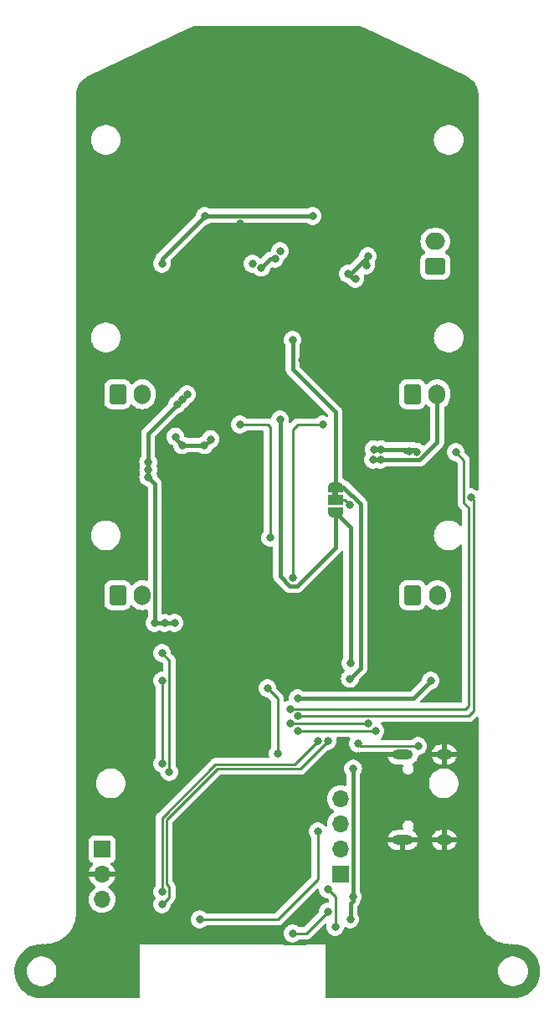
<source format=gbl>
G04 #@! TF.GenerationSoftware,KiCad,Pcbnew,(7.0.0)*
G04 #@! TF.CreationDate,2023-09-25T00:06:07+02:00*
G04 #@! TF.ProjectId,FC Control board 1.0,46432043-6f6e-4747-926f-6c20626f6172,rev?*
G04 #@! TF.SameCoordinates,Original*
G04 #@! TF.FileFunction,Copper,L2,Bot*
G04 #@! TF.FilePolarity,Positive*
%FSLAX46Y46*%
G04 Gerber Fmt 4.6, Leading zero omitted, Abs format (unit mm)*
G04 Created by KiCad (PCBNEW (7.0.0)) date 2023-09-25 00:06:07*
%MOMM*%
%LPD*%
G01*
G04 APERTURE LIST*
G04 Aperture macros list*
%AMRoundRect*
0 Rectangle with rounded corners*
0 $1 Rounding radius*
0 $2 $3 $4 $5 $6 $7 $8 $9 X,Y pos of 4 corners*
0 Add a 4 corners polygon primitive as box body*
4,1,4,$2,$3,$4,$5,$6,$7,$8,$9,$2,$3,0*
0 Add four circle primitives for the rounded corners*
1,1,$1+$1,$2,$3*
1,1,$1+$1,$4,$5*
1,1,$1+$1,$6,$7*
1,1,$1+$1,$8,$9*
0 Add four rect primitives between the rounded corners*
20,1,$1+$1,$2,$3,$4,$5,0*
20,1,$1+$1,$4,$5,$6,$7,0*
20,1,$1+$1,$6,$7,$8,$9,0*
20,1,$1+$1,$8,$9,$2,$3,0*%
%AMFreePoly0*
4,1,19,0.550000,-0.750000,0.000000,-0.750000,0.000000,-0.744911,-0.071157,-0.744911,-0.207708,-0.704816,-0.327430,-0.627875,-0.420627,-0.520320,-0.479746,-0.390866,-0.500000,-0.250000,-0.500000,0.250000,-0.479746,0.390866,-0.420627,0.520320,-0.327430,0.627875,-0.207708,0.704816,-0.071157,0.744911,0.000000,0.744911,0.000000,0.750000,0.550000,0.750000,0.550000,-0.750000,0.550000,-0.750000,
$1*%
%AMFreePoly1*
4,1,19,0.000000,0.744911,0.071157,0.744911,0.207708,0.704816,0.327430,0.627875,0.420627,0.520320,0.479746,0.390866,0.500000,0.250000,0.500000,-0.250000,0.479746,-0.390866,0.420627,-0.520320,0.327430,-0.627875,0.207708,-0.704816,0.071157,-0.744911,0.000000,-0.744911,0.000000,-0.750000,-0.550000,-0.750000,-0.550000,0.750000,0.000000,0.750000,0.000000,0.744911,0.000000,0.744911,
$1*%
G04 Aperture macros list end*
G04 #@! TA.AperFunction,ComponentPad*
%ADD10O,1.700000X2.000000*%
G04 #@! TD*
G04 #@! TA.AperFunction,ComponentPad*
%ADD11RoundRect,0.250000X-0.600000X-0.750000X0.600000X-0.750000X0.600000X0.750000X-0.600000X0.750000X0*%
G04 #@! TD*
G04 #@! TA.AperFunction,ComponentPad*
%ADD12R,1.700000X1.700000*%
G04 #@! TD*
G04 #@! TA.AperFunction,ComponentPad*
%ADD13O,1.700000X1.700000*%
G04 #@! TD*
G04 #@! TA.AperFunction,ComponentPad*
%ADD14O,2.100000X1.000000*%
G04 #@! TD*
G04 #@! TA.AperFunction,ComponentPad*
%ADD15O,1.600000X1.000000*%
G04 #@! TD*
G04 #@! TA.AperFunction,ComponentPad*
%ADD16RoundRect,0.250000X0.750000X-0.600000X0.750000X0.600000X-0.750000X0.600000X-0.750000X-0.600000X0*%
G04 #@! TD*
G04 #@! TA.AperFunction,ComponentPad*
%ADD17O,2.000000X1.700000*%
G04 #@! TD*
G04 #@! TA.AperFunction,SMDPad,CuDef*
%ADD18FreePoly0,270.000000*%
G04 #@! TD*
G04 #@! TA.AperFunction,SMDPad,CuDef*
%ADD19R,1.500000X1.000000*%
G04 #@! TD*
G04 #@! TA.AperFunction,SMDPad,CuDef*
%ADD20FreePoly1,270.000000*%
G04 #@! TD*
G04 #@! TA.AperFunction,ViaPad*
%ADD21C,0.800000*%
G04 #@! TD*
G04 #@! TA.AperFunction,Conductor*
%ADD22C,0.250000*%
G04 #@! TD*
G04 #@! TA.AperFunction,Conductor*
%ADD23C,0.400000*%
G04 #@! TD*
G04 APERTURE END LIST*
G36*
X212782000Y-147246000D02*
G01*
X212182000Y-147246000D01*
X212182000Y-146746000D01*
X212782000Y-146746000D01*
X212782000Y-147246000D01*
G37*
D10*
X222789598Y-136959499D03*
D11*
X220289599Y-136959500D03*
X220311000Y-157279500D03*
D10*
X222810999Y-157279499D03*
D12*
X212989999Y-185491999D03*
D13*
X212989999Y-182951999D03*
X212989999Y-180411999D03*
X212989999Y-177871999D03*
D11*
X190466000Y-157279500D03*
D10*
X192965999Y-157279499D03*
D11*
X190466000Y-136959500D03*
D10*
X192965999Y-136959499D03*
D14*
X219317999Y-182033999D03*
D15*
X223497999Y-182033999D03*
D14*
X219317999Y-173393999D03*
D15*
X223497999Y-173393999D03*
D16*
X222596000Y-124004000D03*
D17*
X222595999Y-121503999D03*
D12*
X188884999Y-182966999D03*
D13*
X188884999Y-185506999D03*
X188884999Y-188046999D03*
D18*
X212482000Y-146346000D03*
D19*
X212481999Y-147645999D03*
D20*
X212482000Y-148946000D03*
D21*
X212736000Y-129866000D03*
X203592000Y-129104000D03*
X214768000Y-173554000D03*
X207386000Y-165328000D03*
X220864000Y-160346000D03*
X198766000Y-173808000D03*
X194702000Y-190064000D03*
X202322000Y-183460000D03*
X209434000Y-189810000D03*
X212482000Y-158060000D03*
X221118000Y-140026000D03*
X204862000Y-183460000D03*
X209092859Y-133509141D03*
X218324000Y-171014000D03*
X206894000Y-129104000D03*
X212736000Y-196160000D03*
X194448000Y-119452000D03*
X202322000Y-181174000D03*
X204862000Y-181174000D03*
X216038000Y-194382000D03*
X194956000Y-129104000D03*
X216292000Y-129866000D03*
X191146000Y-140280000D03*
X213244000Y-123008000D03*
X202830000Y-119706000D03*
X201306000Y-176094000D03*
X191146000Y-160600000D03*
X198258000Y-129104000D03*
X202777359Y-144826539D03*
X193555500Y-145360000D03*
X196226000Y-160092000D03*
X222134000Y-165934000D03*
X196480000Y-137994000D03*
X204985834Y-124160498D03*
X213752000Y-124786000D03*
X206386000Y-123262000D03*
X196988000Y-137486000D03*
X214514000Y-125294000D03*
X194194000Y-160092000D03*
X204100000Y-123770000D03*
X215784000Y-123008000D03*
X208672000Y-167712000D03*
X193555500Y-143836000D03*
X195210000Y-160092000D03*
X215608832Y-123945168D03*
X206894000Y-122500000D03*
X197496000Y-136978000D03*
X193555500Y-144598000D03*
X214260000Y-187778000D03*
X214278722Y-174805278D03*
X214006000Y-190064000D03*
X214768000Y-172284000D03*
X220864000Y-172538000D03*
X208164000Y-131478746D03*
X213968000Y-165718000D03*
X199274000Y-118944000D03*
X206894000Y-139518000D03*
X208164000Y-191477700D03*
X214006000Y-164156000D03*
X210196000Y-118944000D03*
X211715701Y-189297701D03*
X194956000Y-123770000D03*
X213955000Y-148116000D03*
X194956000Y-188540000D03*
X211720000Y-172030000D03*
X210704000Y-172030000D03*
X211212000Y-140026000D03*
X208164000Y-155520000D03*
X194956000Y-187270000D03*
X215784000Y-170252000D03*
X207910000Y-170252000D03*
X216546000Y-171014000D03*
X208672000Y-171014000D03*
X198761701Y-190068299D03*
X210704000Y-181174000D03*
X206640000Y-173300000D03*
X205624000Y-166696000D03*
X202830000Y-140026000D03*
X205870396Y-151463604D03*
X212482000Y-190826000D03*
X211720000Y-187016000D03*
X217089099Y-142528000D03*
X216368000Y-142528000D03*
X220686000Y-142782000D03*
X219924000Y-142728500D03*
X199858000Y-141512000D03*
X199252590Y-142117410D03*
X196978926Y-142105074D03*
X196302000Y-141258000D03*
X216292000Y-143582000D03*
X217054000Y-143582000D03*
X194956000Y-163140000D03*
X195680500Y-175147636D03*
X194956000Y-165934000D03*
X194956000Y-174316000D03*
X224674000Y-142820000D03*
X207910000Y-168802500D03*
X226198000Y-147392000D03*
X208672000Y-169490000D03*
D22*
X216038000Y-194382000D02*
X214260000Y-196160000D01*
X195210000Y-129104000D02*
X195464000Y-128850000D01*
X214260000Y-196160000D02*
X212736000Y-196160000D01*
X207277000Y-192479000D02*
X209434000Y-192479000D01*
X194956000Y-129104000D02*
X195210000Y-129104000D01*
X207148000Y-192350000D02*
X207277000Y-192479000D01*
D23*
X193555500Y-145360000D02*
X193555500Y-144598000D01*
X194194000Y-160092000D02*
X194216000Y-160070000D01*
X215784000Y-123008000D02*
X215608832Y-123183168D01*
X194216000Y-160070000D02*
X194216000Y-146020500D01*
X214514000Y-125294000D02*
X214260000Y-125294000D01*
X193555500Y-144598000D02*
X193555500Y-143836000D01*
X204985834Y-124160498D02*
X205884332Y-123262000D01*
X215608832Y-123183168D02*
X215608832Y-123945168D01*
X194194000Y-160092000D02*
X195210000Y-160092000D01*
X215784000Y-123008000D02*
X214006000Y-124786000D01*
X214006000Y-124786000D02*
X213752000Y-124786000D01*
X193555500Y-143836000D02*
X193555500Y-140918500D01*
X196480000Y-137994000D02*
X197496000Y-136978000D01*
X214260000Y-125294000D02*
X213752000Y-124786000D01*
X194216000Y-146020500D02*
X193555500Y-145360000D01*
X193555500Y-140918500D02*
X196226000Y-138248000D01*
X195210000Y-160092000D02*
X196226000Y-160092000D01*
X220356000Y-167712000D02*
X222134000Y-165934000D01*
X208672000Y-167712000D02*
X220356000Y-167712000D01*
X205884332Y-123262000D02*
X206386000Y-123262000D01*
D22*
X220864000Y-172538000D02*
X215022000Y-172538000D01*
D23*
X212482000Y-138756000D02*
X212482000Y-146346000D01*
X215022000Y-164664000D02*
X215022000Y-148051629D01*
X214278722Y-188173778D02*
X214006000Y-188446500D01*
X214006000Y-188446500D02*
X214006000Y-190064000D01*
X213968000Y-165718000D02*
X215022000Y-164664000D01*
X208164000Y-131478746D02*
X208164000Y-134438000D01*
D22*
X215022000Y-172538000D02*
X214768000Y-172284000D01*
D23*
X214278722Y-174805278D02*
X214278722Y-188173778D01*
X208164000Y-134438000D02*
X212482000Y-138756000D01*
X215022000Y-148051629D02*
X213316371Y-146346000D01*
X213316371Y-146346000D02*
X212482000Y-146346000D01*
D22*
X209535702Y-191477700D02*
X211715701Y-189297701D01*
D23*
X207832629Y-156320000D02*
X208634000Y-156320000D01*
X199312000Y-118906000D02*
X199274000Y-118944000D01*
X214006000Y-164156000D02*
X214006000Y-150470000D01*
X210196000Y-118944000D02*
X210158000Y-118906000D01*
X208634000Y-156320000D02*
X212482000Y-152472000D01*
X194956000Y-123262000D02*
X194956000Y-123770000D01*
X210158000Y-118906000D02*
X199312000Y-118906000D01*
X212482000Y-152472000D02*
X212482000Y-148946000D01*
X206894000Y-139518000D02*
X206894000Y-155381371D01*
X206894000Y-155381371D02*
X207832629Y-156320000D01*
X214006000Y-150470000D02*
X212482000Y-148946000D01*
X199274000Y-118944000D02*
X194956000Y-123262000D01*
D22*
X208164000Y-191477700D02*
X209535702Y-191477700D01*
X212482000Y-147646000D02*
X213485000Y-147646000D01*
X213485000Y-147646000D02*
X213955000Y-148116000D01*
X195406000Y-179962000D02*
X200544000Y-174824000D01*
X200544000Y-174824000D02*
X208935305Y-174824000D01*
X194956000Y-188540000D02*
X195681000Y-187815000D01*
X195406000Y-186508000D02*
X195406000Y-179962000D01*
X195681000Y-187815000D02*
X195681000Y-186783000D01*
X208935305Y-174824000D02*
X211720000Y-172039305D01*
X211720000Y-172039305D02*
X211720000Y-172030000D01*
X195681000Y-186783000D02*
X195406000Y-186508000D01*
X200357604Y-174374000D02*
X194956000Y-179775604D01*
X208672000Y-140026000D02*
X211212000Y-140026000D01*
X208360000Y-174374000D02*
X200357604Y-174374000D01*
X194956000Y-179775604D02*
X194956000Y-187270000D01*
X208164000Y-140534000D02*
X208672000Y-140026000D01*
X208164000Y-155520000D02*
X208164000Y-140534000D01*
X210704000Y-172030000D02*
X208360000Y-174374000D01*
X207910000Y-170252000D02*
X215784000Y-170252000D01*
X208672000Y-171014000D02*
X216546000Y-171014000D01*
X210704000Y-186000000D02*
X210704000Y-181174000D01*
X198761701Y-190068299D02*
X198766000Y-190064000D01*
X198766000Y-190064000D02*
X206640000Y-190064000D01*
X206640000Y-190064000D02*
X210704000Y-186000000D01*
X206640000Y-173300000D02*
X206640000Y-167712000D01*
X206640000Y-167712000D02*
X205624000Y-166696000D01*
X205878000Y-140280000D02*
X205624000Y-140026000D01*
X205870396Y-151463604D02*
X205878000Y-151456000D01*
X205878000Y-151456000D02*
X205878000Y-140280000D01*
X205624000Y-140026000D02*
X202830000Y-140026000D01*
X212482000Y-187778000D02*
X212482000Y-190826000D01*
X211720000Y-187016000D02*
X212482000Y-187778000D01*
D23*
X219924000Y-142728500D02*
X219540500Y-142728500D01*
X216368000Y-142528000D02*
X219340000Y-142528000D01*
X220432000Y-142528000D02*
X220686000Y-142782000D01*
X219540500Y-142728500D02*
X219340000Y-142528000D01*
X219340000Y-142528000D02*
X220432000Y-142528000D01*
X196978926Y-142105074D02*
X199240254Y-142105074D01*
X199240254Y-142105074D02*
X199252590Y-142117410D01*
X199252590Y-142117410D02*
X199858000Y-141512000D01*
X196302000Y-141258000D02*
X196302000Y-141428148D01*
X196302000Y-141428148D02*
X196978926Y-142105074D01*
X216292000Y-143582000D02*
X221017371Y-143582000D01*
X222789599Y-141809772D02*
X222789599Y-136959500D01*
X221017371Y-143582000D02*
X222789599Y-141809772D01*
D22*
X195680500Y-175147636D02*
X195680500Y-163864500D01*
X195680500Y-163864500D02*
X194956000Y-163140000D01*
X194956000Y-174316000D02*
X194956000Y-165934000D01*
X225473000Y-143619000D02*
X225473000Y-147937000D01*
X225944000Y-168474000D02*
X225653000Y-168765000D01*
X224674000Y-142820000D02*
X225473000Y-143619000D01*
X225473000Y-147937000D02*
X225944000Y-148408000D01*
X225944000Y-148408000D02*
X225944000Y-168474000D01*
X207947500Y-168765000D02*
X207910000Y-168802500D01*
X225653000Y-168765000D02*
X207947500Y-168765000D01*
X215263535Y-169490000D02*
X216409006Y-169490000D01*
X225944000Y-169490000D02*
X226452000Y-168982000D01*
X216409006Y-169490000D02*
X225944000Y-169490000D01*
X226452000Y-147646000D02*
X226198000Y-147392000D01*
X208672000Y-169490000D02*
X215263535Y-169490000D01*
X226452000Y-168982000D02*
X226452000Y-147646000D01*
G04 #@! TA.AperFunction,Conductor*
G36*
X214555592Y-99677747D02*
G01*
X214560858Y-99678039D01*
X214577914Y-99678986D01*
X214580092Y-99679126D01*
X214806590Y-99695916D01*
X214817958Y-99697290D01*
X214900809Y-99711220D01*
X214907542Y-99712545D01*
X215075628Y-99750506D01*
X215082239Y-99752193D01*
X215163058Y-99775228D01*
X215173915Y-99778875D01*
X215386439Y-99861379D01*
X215388386Y-99862155D01*
X215408104Y-99870232D01*
X215414359Y-99873000D01*
X225815879Y-104824246D01*
X225822772Y-104827795D01*
X225874781Y-104856673D01*
X225875538Y-104857097D01*
X226041763Y-104951102D01*
X226053979Y-104958990D01*
X226138093Y-105020581D01*
X226140421Y-105022328D01*
X226255786Y-105111034D01*
X226265375Y-105119215D01*
X226347314Y-105196658D01*
X226350773Y-105200058D01*
X226446748Y-105298152D01*
X226453869Y-105306085D01*
X226527382Y-105395441D01*
X226531535Y-105400781D01*
X226611285Y-105509322D01*
X226616203Y-105516535D01*
X226678394Y-105615018D01*
X226682792Y-105622557D01*
X226746509Y-105741199D01*
X226749556Y-105747266D01*
X226798640Y-105852045D01*
X226802746Y-105861891D01*
X226850066Y-105990712D01*
X226851648Y-105995296D01*
X226886352Y-106102555D01*
X226889618Y-106114730D01*
X226920123Y-106257000D01*
X226920700Y-106259854D01*
X226940166Y-106362319D01*
X226942037Y-106376734D01*
X226955396Y-106566059D01*
X226955461Y-106567032D01*
X226959257Y-106627609D01*
X226959500Y-106635364D01*
X226959500Y-146588820D01*
X226941227Y-146653610D01*
X226891795Y-146699305D01*
X226825771Y-146712438D01*
X226762615Y-146689138D01*
X226655988Y-146611669D01*
X226655987Y-146611668D01*
X226650730Y-146607849D01*
X226607991Y-146588820D01*
X226483745Y-146533501D01*
X226483740Y-146533499D01*
X226477803Y-146530856D01*
X226471444Y-146529504D01*
X226471440Y-146529503D01*
X226299008Y-146492852D01*
X226299005Y-146492851D01*
X226292646Y-146491500D01*
X226222500Y-146491500D01*
X226160500Y-146474887D01*
X226115113Y-146429500D01*
X226098500Y-146367500D01*
X226098500Y-143696775D01*
X226099021Y-143685719D01*
X226100673Y-143678333D01*
X226098561Y-143611113D01*
X226098500Y-143607219D01*
X226098500Y-143583542D01*
X226098500Y-143579650D01*
X226097998Y-143575683D01*
X226097081Y-143564026D01*
X226095710Y-143520373D01*
X226090118Y-143501128D01*
X226086174Y-143482083D01*
X226083664Y-143462208D01*
X226067579Y-143421583D01*
X226063806Y-143410562D01*
X226051618Y-143368610D01*
X226041417Y-143351360D01*
X226032863Y-143333901D01*
X226025486Y-143315268D01*
X225999808Y-143279925D01*
X225993401Y-143270171D01*
X225975142Y-143239296D01*
X225975141Y-143239294D01*
X225971170Y-143232580D01*
X225957005Y-143218415D01*
X225944370Y-143203622D01*
X225932594Y-143187413D01*
X225926583Y-143182440D01*
X225926581Y-143182438D01*
X225898941Y-143159573D01*
X225890300Y-143151710D01*
X225612961Y-142874370D01*
X225588721Y-142840072D01*
X225577321Y-142799650D01*
X225575830Y-142785467D01*
X225559674Y-142631744D01*
X225501179Y-142451716D01*
X225406533Y-142287784D01*
X225391892Y-142271524D01*
X225284220Y-142151942D01*
X225284219Y-142151941D01*
X225279871Y-142147112D01*
X225274613Y-142143292D01*
X225274611Y-142143290D01*
X225131988Y-142039669D01*
X225131987Y-142039668D01*
X225126730Y-142035849D01*
X225120792Y-142033205D01*
X224959745Y-141961501D01*
X224959740Y-141961499D01*
X224953803Y-141958856D01*
X224947444Y-141957504D01*
X224947440Y-141957503D01*
X224775008Y-141920852D01*
X224775005Y-141920851D01*
X224768646Y-141919500D01*
X224579354Y-141919500D01*
X224572995Y-141920851D01*
X224572991Y-141920852D01*
X224400559Y-141957503D01*
X224400552Y-141957505D01*
X224394197Y-141958856D01*
X224388262Y-141961498D01*
X224388254Y-141961501D01*
X224227207Y-142033205D01*
X224227202Y-142033207D01*
X224221270Y-142035849D01*
X224216016Y-142039665D01*
X224216011Y-142039669D01*
X224073388Y-142143290D01*
X224073381Y-142143295D01*
X224068129Y-142147112D01*
X224063784Y-142151937D01*
X224063779Y-142151942D01*
X223945813Y-142282956D01*
X223945808Y-142282962D01*
X223941467Y-142287784D01*
X223938222Y-142293404D01*
X223938218Y-142293410D01*
X223850069Y-142446089D01*
X223850066Y-142446094D01*
X223846821Y-142451716D01*
X223844815Y-142457888D01*
X223844813Y-142457894D01*
X223790333Y-142625564D01*
X223790331Y-142625573D01*
X223788326Y-142631744D01*
X223787648Y-142638194D01*
X223787646Y-142638204D01*
X223778794Y-142722435D01*
X223768540Y-142820000D01*
X223769219Y-142826460D01*
X223787646Y-143001795D01*
X223787647Y-143001803D01*
X223788326Y-143008256D01*
X223790331Y-143014428D01*
X223790333Y-143014435D01*
X223837492Y-143159573D01*
X223846821Y-143188284D01*
X223850068Y-143193908D01*
X223850069Y-143193910D01*
X223930887Y-143333892D01*
X223941467Y-143352216D01*
X223945811Y-143357041D01*
X223945813Y-143357043D01*
X224045464Y-143467716D01*
X224068129Y-143492888D01*
X224221270Y-143604151D01*
X224394197Y-143681144D01*
X224579354Y-143720500D01*
X224638548Y-143720500D01*
X224686001Y-143729939D01*
X224726229Y-143756819D01*
X224811181Y-143841771D01*
X224838061Y-143881999D01*
X224847500Y-143929452D01*
X224847500Y-147859225D01*
X224846978Y-147870280D01*
X224845327Y-147877667D01*
X224845571Y-147885453D01*
X224845571Y-147885461D01*
X224847439Y-147944873D01*
X224847500Y-147948768D01*
X224847500Y-147976350D01*
X224847988Y-147980219D01*
X224847989Y-147980225D01*
X224848004Y-147980343D01*
X224848918Y-147991966D01*
X224850045Y-148027830D01*
X224850046Y-148027837D01*
X224850291Y-148035627D01*
X224852467Y-148043119D01*
X224852468Y-148043121D01*
X224855879Y-148054862D01*
X224859825Y-148073915D01*
X224862336Y-148093792D01*
X224865206Y-148101042D01*
X224865208Y-148101048D01*
X224878414Y-148134404D01*
X224882197Y-148145451D01*
X224894382Y-148187390D01*
X224898353Y-148194105D01*
X224898354Y-148194107D01*
X224904581Y-148204637D01*
X224913136Y-148222099D01*
X224917642Y-148233480D01*
X224917643Y-148233483D01*
X224920514Y-148240732D01*
X224942440Y-148270912D01*
X224946181Y-148276060D01*
X224952593Y-148285822D01*
X224970856Y-148316702D01*
X224970859Y-148316707D01*
X224974830Y-148323420D01*
X224980345Y-148328935D01*
X224988990Y-148337580D01*
X225001626Y-148352374D01*
X225008819Y-148362275D01*
X225008823Y-148362279D01*
X225013406Y-148368587D01*
X225019415Y-148373558D01*
X225019416Y-148373559D01*
X225047058Y-148396426D01*
X225055699Y-148404289D01*
X225282181Y-148630771D01*
X225309061Y-148670999D01*
X225318500Y-148718452D01*
X225318500Y-150162763D01*
X225304516Y-150219969D01*
X225265717Y-150264272D01*
X225210855Y-150285680D01*
X225152304Y-150279363D01*
X225103270Y-150246746D01*
X224983215Y-150116331D01*
X224983211Y-150116328D01*
X224979744Y-150112561D01*
X224783509Y-149959825D01*
X224709180Y-149919600D01*
X224569316Y-149843909D01*
X224569310Y-149843906D01*
X224564810Y-149841471D01*
X224559969Y-149839809D01*
X224559962Y-149839806D01*
X224334465Y-149762393D01*
X224334461Y-149762392D01*
X224329614Y-149760728D01*
X224298290Y-149755501D01*
X224089398Y-149720643D01*
X224089387Y-149720642D01*
X224084335Y-149719799D01*
X223835665Y-149719799D01*
X223830613Y-149720642D01*
X223830601Y-149720643D01*
X223595443Y-149759884D01*
X223595441Y-149759884D01*
X223590386Y-149760728D01*
X223585541Y-149762391D01*
X223585534Y-149762393D01*
X223360037Y-149839806D01*
X223360026Y-149839810D01*
X223355190Y-149841471D01*
X223350693Y-149843904D01*
X223350683Y-149843909D01*
X223141002Y-149957383D01*
X223140995Y-149957387D01*
X223136491Y-149959825D01*
X223132448Y-149962971D01*
X223132440Y-149962977D01*
X222944304Y-150109410D01*
X222940256Y-150112561D01*
X222936793Y-150116322D01*
X222936784Y-150116331D01*
X222775311Y-150291738D01*
X222775305Y-150291745D01*
X222771836Y-150295514D01*
X222769031Y-150299805D01*
X222769028Y-150299811D01*
X222638631Y-150499398D01*
X222638624Y-150499410D01*
X222635827Y-150503692D01*
X222633772Y-150508376D01*
X222633766Y-150508388D01*
X222594815Y-150597189D01*
X222535937Y-150731418D01*
X222534679Y-150736383D01*
X222534678Y-150736388D01*
X222476151Y-150967503D01*
X222476149Y-150967512D01*
X222474892Y-150972478D01*
X222474468Y-150977587D01*
X222474467Y-150977597D01*
X222465179Y-151089693D01*
X222454357Y-151220299D01*
X222454781Y-151225416D01*
X222474467Y-151463000D01*
X222474468Y-151463008D01*
X222474892Y-151468120D01*
X222476149Y-151473087D01*
X222476151Y-151473094D01*
X222522986Y-151658039D01*
X222535937Y-151709180D01*
X222537997Y-151713876D01*
X222633766Y-151932209D01*
X222633769Y-151932215D01*
X222635827Y-151936906D01*
X222638627Y-151941192D01*
X222638631Y-151941199D01*
X222762295Y-152130481D01*
X222771836Y-152145084D01*
X222775310Y-152148858D01*
X222775311Y-152148859D01*
X222936784Y-152324266D01*
X222936787Y-152324269D01*
X222940256Y-152328037D01*
X223136491Y-152480773D01*
X223355190Y-152599127D01*
X223590386Y-152679870D01*
X223835665Y-152720799D01*
X224079201Y-152720799D01*
X224084335Y-152720799D01*
X224329614Y-152679870D01*
X224564810Y-152599127D01*
X224783509Y-152480773D01*
X224979744Y-152328037D01*
X225103269Y-152193852D01*
X225152304Y-152161235D01*
X225210855Y-152154918D01*
X225265717Y-152176326D01*
X225304516Y-152220629D01*
X225318500Y-152277835D01*
X225318500Y-168015500D01*
X225301887Y-168077500D01*
X225256500Y-168122887D01*
X225194500Y-168139500D01*
X221218519Y-168139500D01*
X221162224Y-168125985D01*
X221118201Y-168088385D01*
X221096046Y-168034898D01*
X221100588Y-167977182D01*
X221130838Y-167927819D01*
X221656694Y-167401963D01*
X222196975Y-166861681D01*
X222225485Y-166840392D01*
X222258869Y-166828075D01*
X222413803Y-166795144D01*
X222586730Y-166718151D01*
X222739871Y-166606888D01*
X222866533Y-166466216D01*
X222961179Y-166302284D01*
X223019674Y-166122256D01*
X223039460Y-165934000D01*
X223019674Y-165745744D01*
X222961179Y-165565716D01*
X222866533Y-165401784D01*
X222739871Y-165261112D01*
X222734613Y-165257292D01*
X222734611Y-165257290D01*
X222591988Y-165153669D01*
X222591987Y-165153668D01*
X222586730Y-165149849D01*
X222580792Y-165147205D01*
X222419745Y-165075501D01*
X222419740Y-165075499D01*
X222413803Y-165072856D01*
X222407444Y-165071504D01*
X222407440Y-165071503D01*
X222235008Y-165034852D01*
X222235005Y-165034851D01*
X222228646Y-165033500D01*
X222039354Y-165033500D01*
X222032995Y-165034851D01*
X222032991Y-165034852D01*
X221860559Y-165071503D01*
X221860552Y-165071505D01*
X221854197Y-165072856D01*
X221848262Y-165075498D01*
X221848254Y-165075501D01*
X221687207Y-165147205D01*
X221687202Y-165147207D01*
X221681270Y-165149849D01*
X221676016Y-165153665D01*
X221676011Y-165153669D01*
X221533388Y-165257290D01*
X221533381Y-165257295D01*
X221528129Y-165261112D01*
X221523784Y-165265937D01*
X221523779Y-165265942D01*
X221405813Y-165396956D01*
X221405808Y-165396962D01*
X221401467Y-165401784D01*
X221398222Y-165407404D01*
X221398218Y-165407410D01*
X221310069Y-165560089D01*
X221310066Y-165560094D01*
X221306821Y-165565716D01*
X221304815Y-165571888D01*
X221304813Y-165571894D01*
X221250334Y-165739563D01*
X221248326Y-165745744D01*
X221247647Y-165752196D01*
X221247646Y-165752205D01*
X221243135Y-165795128D01*
X221231734Y-165835549D01*
X221207495Y-165869846D01*
X220102162Y-166975181D01*
X220061934Y-167002061D01*
X220014481Y-167011500D01*
X209280155Y-167011500D01*
X209241837Y-167005431D01*
X209207273Y-166987820D01*
X209124730Y-166927849D01*
X209118792Y-166925205D01*
X208957745Y-166853501D01*
X208957740Y-166853499D01*
X208951803Y-166850856D01*
X208945444Y-166849504D01*
X208945440Y-166849503D01*
X208773008Y-166812852D01*
X208773005Y-166812851D01*
X208766646Y-166811500D01*
X208577354Y-166811500D01*
X208570995Y-166812851D01*
X208570991Y-166812852D01*
X208398559Y-166849503D01*
X208398552Y-166849505D01*
X208392197Y-166850856D01*
X208386262Y-166853498D01*
X208386254Y-166853501D01*
X208225207Y-166925205D01*
X208225202Y-166925207D01*
X208219270Y-166927849D01*
X208214016Y-166931665D01*
X208214011Y-166931669D01*
X208071388Y-167035290D01*
X208071381Y-167035295D01*
X208066129Y-167039112D01*
X208061784Y-167043937D01*
X208061779Y-167043942D01*
X207943813Y-167174956D01*
X207943808Y-167174962D01*
X207939467Y-167179784D01*
X207936222Y-167185404D01*
X207936218Y-167185410D01*
X207848069Y-167338089D01*
X207848066Y-167338094D01*
X207844821Y-167343716D01*
X207842815Y-167349888D01*
X207842813Y-167349894D01*
X207788333Y-167517564D01*
X207788331Y-167517573D01*
X207786326Y-167523744D01*
X207785648Y-167530194D01*
X207785646Y-167530204D01*
X207771704Y-167662869D01*
X207766540Y-167712000D01*
X207767219Y-167718460D01*
X207767219Y-167718461D01*
X207775469Y-167796959D01*
X207767119Y-167856372D01*
X207731854Y-167904909D01*
X207677930Y-167931209D01*
X207661172Y-167934772D01*
X207636557Y-167940004D01*
X207636555Y-167940004D01*
X207630197Y-167941356D01*
X207624262Y-167943998D01*
X207624254Y-167944001D01*
X207463212Y-168015703D01*
X207463208Y-168015704D01*
X207457270Y-168018349D01*
X207452006Y-168022173D01*
X207451501Y-168022465D01*
X207389501Y-168039078D01*
X207327500Y-168022465D01*
X207282113Y-167977078D01*
X207265500Y-167915078D01*
X207265500Y-167789775D01*
X207266021Y-167778719D01*
X207267673Y-167771333D01*
X207265561Y-167704127D01*
X207265500Y-167700232D01*
X207265500Y-167676541D01*
X207265500Y-167672650D01*
X207264998Y-167668677D01*
X207264080Y-167657018D01*
X207262954Y-167621173D01*
X207262709Y-167613373D01*
X207257120Y-167594140D01*
X207253174Y-167575083D01*
X207251641Y-167562944D01*
X207250664Y-167555208D01*
X207234582Y-167514591D01*
X207230803Y-167503551D01*
X207220795Y-167469102D01*
X207220793Y-167469099D01*
X207218618Y-167461610D01*
X207208417Y-167444360D01*
X207199863Y-167426901D01*
X207192486Y-167408268D01*
X207166808Y-167372925D01*
X207160401Y-167363171D01*
X207142142Y-167332296D01*
X207142141Y-167332294D01*
X207138170Y-167325580D01*
X207124004Y-167311414D01*
X207111370Y-167296622D01*
X207099594Y-167280413D01*
X207093583Y-167275440D01*
X207093581Y-167275438D01*
X207065941Y-167252573D01*
X207057300Y-167244710D01*
X206562961Y-166750370D01*
X206538721Y-166716072D01*
X206527321Y-166675650D01*
X206510353Y-166514204D01*
X206510352Y-166514203D01*
X206509674Y-166507744D01*
X206451179Y-166327716D01*
X206356533Y-166163784D01*
X206313323Y-166115795D01*
X206234220Y-166027942D01*
X206234219Y-166027941D01*
X206229871Y-166023112D01*
X206224613Y-166019292D01*
X206224611Y-166019290D01*
X206081988Y-165915669D01*
X206081987Y-165915668D01*
X206076730Y-165911849D01*
X206070792Y-165909205D01*
X205909745Y-165837501D01*
X205909740Y-165837499D01*
X205903803Y-165834856D01*
X205897444Y-165833504D01*
X205897440Y-165833503D01*
X205725008Y-165796852D01*
X205725005Y-165796851D01*
X205718646Y-165795500D01*
X205529354Y-165795500D01*
X205522995Y-165796851D01*
X205522991Y-165796852D01*
X205350559Y-165833503D01*
X205350552Y-165833505D01*
X205344197Y-165834856D01*
X205338262Y-165837498D01*
X205338254Y-165837501D01*
X205177207Y-165909205D01*
X205177202Y-165909207D01*
X205171270Y-165911849D01*
X205166016Y-165915665D01*
X205166011Y-165915669D01*
X205023388Y-166019290D01*
X205023381Y-166019295D01*
X205018129Y-166023112D01*
X205013784Y-166027937D01*
X205013779Y-166027942D01*
X204895813Y-166158956D01*
X204895808Y-166158962D01*
X204891467Y-166163784D01*
X204888222Y-166169404D01*
X204888218Y-166169410D01*
X204800069Y-166322089D01*
X204800066Y-166322094D01*
X204796821Y-166327716D01*
X204794815Y-166333888D01*
X204794813Y-166333894D01*
X204740333Y-166501564D01*
X204740331Y-166501573D01*
X204738326Y-166507744D01*
X204737648Y-166514194D01*
X204737646Y-166514204D01*
X204726685Y-166618500D01*
X204718540Y-166696000D01*
X204719219Y-166702460D01*
X204737646Y-166877795D01*
X204737647Y-166877803D01*
X204738326Y-166884256D01*
X204740331Y-166890428D01*
X204740333Y-166890435D01*
X204776603Y-167002061D01*
X204796821Y-167064284D01*
X204891467Y-167228216D01*
X204895811Y-167233041D01*
X204895813Y-167233043D01*
X204960167Y-167304515D01*
X205018129Y-167368888D01*
X205023387Y-167372708D01*
X205023388Y-167372709D01*
X205063653Y-167401963D01*
X205171270Y-167480151D01*
X205344197Y-167557144D01*
X205529354Y-167596500D01*
X205588548Y-167596500D01*
X205636001Y-167605939D01*
X205676229Y-167632819D01*
X205978181Y-167934772D01*
X206005061Y-167975000D01*
X206014500Y-168022453D01*
X206014500Y-172601313D01*
X206006264Y-172645751D01*
X205982650Y-172684285D01*
X205911813Y-172762956D01*
X205911808Y-172762962D01*
X205907467Y-172767784D01*
X205904222Y-172773404D01*
X205904218Y-172773410D01*
X205816069Y-172926089D01*
X205816066Y-172926094D01*
X205812821Y-172931716D01*
X205810815Y-172937888D01*
X205810813Y-172937894D01*
X205756333Y-173105564D01*
X205756331Y-173105573D01*
X205754326Y-173111744D01*
X205753648Y-173118194D01*
X205753646Y-173118204D01*
X205743504Y-173214709D01*
X205734540Y-173300000D01*
X205735219Y-173306460D01*
X205753646Y-173481795D01*
X205753647Y-173481803D01*
X205754326Y-173488256D01*
X205756331Y-173494428D01*
X205756333Y-173494435D01*
X205786144Y-173586182D01*
X205790686Y-173643898D01*
X205768531Y-173697385D01*
X205724508Y-173734985D01*
X205668213Y-173748500D01*
X200435379Y-173748500D01*
X200424323Y-173747978D01*
X200416937Y-173746327D01*
X200409149Y-173746571D01*
X200409142Y-173746571D01*
X200349717Y-173748439D01*
X200345823Y-173748500D01*
X200318254Y-173748500D01*
X200314398Y-173748986D01*
X200314395Y-173748987D01*
X200314339Y-173748994D01*
X200314266Y-173749003D01*
X200302648Y-173749917D01*
X200266769Y-173751045D01*
X200266768Y-173751045D01*
X200258977Y-173751290D01*
X200251492Y-173753464D01*
X200251488Y-173753465D01*
X200239729Y-173756881D01*
X200220691Y-173760823D01*
X200208553Y-173762357D01*
X200208545Y-173762358D01*
X200200812Y-173763336D01*
X200193564Y-173766205D01*
X200193558Y-173766207D01*
X200160201Y-173779413D01*
X200149158Y-173783194D01*
X200114704Y-173793205D01*
X200114698Y-173793207D01*
X200107214Y-173795382D01*
X200100502Y-173799351D01*
X200100500Y-173799352D01*
X200089968Y-173805580D01*
X200072508Y-173814134D01*
X200061123Y-173818642D01*
X200061117Y-173818644D01*
X200053872Y-173821514D01*
X200047567Y-173826094D01*
X200047559Y-173826099D01*
X200018536Y-173847185D01*
X200008778Y-173853595D01*
X199977900Y-173871857D01*
X199977894Y-173871861D01*
X199971184Y-173875830D01*
X199965671Y-173881341D01*
X199965664Y-173881348D01*
X199957014Y-173889998D01*
X199942231Y-173902624D01*
X199932330Y-173909817D01*
X199932320Y-173909826D01*
X199926017Y-173914406D01*
X199921048Y-173920411D01*
X199921045Y-173920415D01*
X199898176Y-173948059D01*
X199890315Y-173956697D01*
X194568696Y-179278315D01*
X194560511Y-179285763D01*
X194554123Y-179289818D01*
X194548788Y-179295498D01*
X194548783Y-179295503D01*
X194508096Y-179338829D01*
X194505392Y-179341620D01*
X194488628Y-179358384D01*
X194488621Y-179358391D01*
X194485880Y-179361133D01*
X194483500Y-179364200D01*
X194483489Y-179364213D01*
X194483400Y-179364329D01*
X194475842Y-179373174D01*
X194451280Y-179399331D01*
X194451273Y-179399340D01*
X194445938Y-179405022D01*
X194442182Y-179411853D01*
X194442179Y-179411858D01*
X194436285Y-179422579D01*
X194425609Y-179438831D01*
X194418109Y-179448500D01*
X194418101Y-179448511D01*
X194413327Y-179454668D01*
X194410234Y-179461812D01*
X194410229Y-179461823D01*
X194395974Y-179494764D01*
X194390838Y-179505247D01*
X194369803Y-179543512D01*
X194367864Y-179551060D01*
X194367863Y-179551065D01*
X194364822Y-179562911D01*
X194358521Y-179581315D01*
X194353658Y-179592552D01*
X194353656Y-179592556D01*
X194350562Y-179599708D01*
X194349342Y-179607407D01*
X194349342Y-179607409D01*
X194343729Y-179642845D01*
X194341361Y-179654280D01*
X194332438Y-179689032D01*
X194332436Y-179689040D01*
X194330500Y-179696585D01*
X194330500Y-179704381D01*
X194330500Y-179716621D01*
X194328974Y-179736006D01*
X194325840Y-179755800D01*
X194326574Y-179763565D01*
X194326574Y-179763568D01*
X194329950Y-179799280D01*
X194330500Y-179810949D01*
X194330500Y-186571313D01*
X194322264Y-186615751D01*
X194298650Y-186654285D01*
X194227813Y-186732956D01*
X194227808Y-186732962D01*
X194223467Y-186737784D01*
X194220222Y-186743404D01*
X194220218Y-186743410D01*
X194132069Y-186896089D01*
X194132066Y-186896094D01*
X194128821Y-186901716D01*
X194126815Y-186907888D01*
X194126813Y-186907894D01*
X194072333Y-187075564D01*
X194072331Y-187075573D01*
X194070326Y-187081744D01*
X194069648Y-187088194D01*
X194069646Y-187088204D01*
X194053085Y-187245784D01*
X194050540Y-187270000D01*
X194051219Y-187276460D01*
X194069646Y-187451795D01*
X194069647Y-187451803D01*
X194070326Y-187458256D01*
X194072331Y-187464428D01*
X194072333Y-187464435D01*
X194125787Y-187628946D01*
X194128821Y-187638284D01*
X194132068Y-187643908D01*
X194132069Y-187643910D01*
X194220068Y-187796330D01*
X194223467Y-187802216D01*
X194235443Y-187815517D01*
X194241307Y-187822030D01*
X194269472Y-187875003D01*
X194269472Y-187934997D01*
X194241307Y-187987970D01*
X194227814Y-188002956D01*
X194223467Y-188007784D01*
X194220222Y-188013404D01*
X194220218Y-188013410D01*
X194132069Y-188166089D01*
X194132066Y-188166094D01*
X194128821Y-188171716D01*
X194126815Y-188177888D01*
X194126813Y-188177894D01*
X194072333Y-188345564D01*
X194072331Y-188345573D01*
X194070326Y-188351744D01*
X194069648Y-188358194D01*
X194069646Y-188358204D01*
X194053623Y-188510663D01*
X194050540Y-188540000D01*
X194051219Y-188546460D01*
X194069646Y-188721795D01*
X194069647Y-188721803D01*
X194070326Y-188728256D01*
X194072331Y-188734428D01*
X194072333Y-188734435D01*
X194126813Y-188902105D01*
X194128821Y-188908284D01*
X194223467Y-189072216D01*
X194227811Y-189077041D01*
X194227813Y-189077043D01*
X194310748Y-189169151D01*
X194350129Y-189212888D01*
X194503270Y-189324151D01*
X194676197Y-189401144D01*
X194861354Y-189440500D01*
X195044143Y-189440500D01*
X195050646Y-189440500D01*
X195235803Y-189401144D01*
X195408730Y-189324151D01*
X195561871Y-189212888D01*
X195688533Y-189072216D01*
X195783179Y-188908284D01*
X195841674Y-188728256D01*
X195859321Y-188560345D01*
X195870721Y-188519926D01*
X195894958Y-188485631D01*
X196068311Y-188312278D01*
X196076481Y-188304844D01*
X196082877Y-188300786D01*
X196128918Y-188251756D01*
X196131535Y-188249054D01*
X196151120Y-188229471D01*
X196153585Y-188226292D01*
X196161167Y-188217416D01*
X196191062Y-188185582D01*
X196200713Y-188168023D01*
X196211390Y-188151770D01*
X196223673Y-188135936D01*
X196241026Y-188095832D01*
X196246158Y-188085361D01*
X196263435Y-188053935D01*
X196263435Y-188053934D01*
X196267197Y-188047092D01*
X196272177Y-188027691D01*
X196278481Y-188009281D01*
X196279129Y-188007784D01*
X196286438Y-187990896D01*
X196293272Y-187947741D01*
X196295638Y-187936321D01*
X196300728Y-187916500D01*
X196306500Y-187894019D01*
X196306500Y-187873983D01*
X196308025Y-187854597D01*
X196311160Y-187834804D01*
X196307050Y-187791324D01*
X196306500Y-187779655D01*
X196306500Y-186860775D01*
X196307021Y-186849719D01*
X196308673Y-186842333D01*
X196306561Y-186775113D01*
X196306500Y-186771219D01*
X196306500Y-186747542D01*
X196306500Y-186743650D01*
X196305998Y-186739683D01*
X196305081Y-186728026D01*
X196304811Y-186719437D01*
X196303710Y-186684373D01*
X196298118Y-186665128D01*
X196294174Y-186646083D01*
X196291664Y-186626208D01*
X196275579Y-186585583D01*
X196271806Y-186574562D01*
X196259618Y-186532610D01*
X196249417Y-186515360D01*
X196240863Y-186497901D01*
X196233486Y-186479268D01*
X196207808Y-186443925D01*
X196201401Y-186434171D01*
X196183142Y-186403296D01*
X196183141Y-186403294D01*
X196179170Y-186396580D01*
X196165005Y-186382415D01*
X196152370Y-186367622D01*
X196140594Y-186351413D01*
X196134583Y-186346441D01*
X196134581Y-186346438D01*
X196106941Y-186323573D01*
X196098300Y-186315710D01*
X196067819Y-186285229D01*
X196040939Y-186245001D01*
X196031500Y-186197548D01*
X196031500Y-180272452D01*
X196040939Y-180224999D01*
X196067819Y-180184771D01*
X200766772Y-175485819D01*
X200807000Y-175458939D01*
X200854453Y-175449500D01*
X208857530Y-175449500D01*
X208868585Y-175450021D01*
X208875972Y-175451673D01*
X208943177Y-175449561D01*
X208947073Y-175449500D01*
X208970753Y-175449500D01*
X208974655Y-175449500D01*
X208978618Y-175448999D01*
X208990268Y-175448080D01*
X209033932Y-175446709D01*
X209053166Y-175441119D01*
X209072222Y-175437174D01*
X209092097Y-175434664D01*
X209132700Y-175418587D01*
X209143755Y-175414802D01*
X209185695Y-175402618D01*
X209202934Y-175392422D01*
X209220408Y-175383862D01*
X209231779Y-175379360D01*
X209231781Y-175379358D01*
X209239037Y-175376486D01*
X209274374Y-175350811D01*
X209284129Y-175344403D01*
X209321725Y-175322170D01*
X209335889Y-175308005D01*
X209350684Y-175295368D01*
X209366892Y-175283594D01*
X209394733Y-175249938D01*
X209402584Y-175241309D01*
X211677076Y-172966819D01*
X211717305Y-172939939D01*
X211764758Y-172930500D01*
X211808143Y-172930500D01*
X211814646Y-172930500D01*
X211999803Y-172891144D01*
X212172730Y-172814151D01*
X212325871Y-172702888D01*
X212452533Y-172562216D01*
X212547179Y-172398284D01*
X212605674Y-172218256D01*
X212625460Y-172030000D01*
X212611364Y-171895886D01*
X212606353Y-171848204D01*
X212606352Y-171848203D01*
X212605674Y-171841744D01*
X212592700Y-171801816D01*
X212588159Y-171744103D01*
X212610314Y-171690615D01*
X212654337Y-171653015D01*
X212710632Y-171639500D01*
X213885520Y-171639500D01*
X213947520Y-171656113D01*
X213992907Y-171701500D01*
X214009520Y-171763500D01*
X213992907Y-171825500D01*
X213944069Y-171910089D01*
X213944066Y-171910094D01*
X213940821Y-171915716D01*
X213938815Y-171921888D01*
X213938813Y-171921894D01*
X213884333Y-172089564D01*
X213884331Y-172089573D01*
X213882326Y-172095744D01*
X213881648Y-172102194D01*
X213881646Y-172102204D01*
X213868800Y-172224435D01*
X213862540Y-172284000D01*
X213863219Y-172290460D01*
X213881646Y-172465795D01*
X213881647Y-172465803D01*
X213882326Y-172472256D01*
X213884331Y-172478428D01*
X213884333Y-172478435D01*
X213938698Y-172645751D01*
X213940821Y-172652284D01*
X213944068Y-172657908D01*
X213944069Y-172657910D01*
X214032068Y-172810330D01*
X214035467Y-172816216D01*
X214039811Y-172821041D01*
X214039813Y-172821043D01*
X214134397Y-172926089D01*
X214162129Y-172956888D01*
X214315270Y-173068151D01*
X214488197Y-173145144D01*
X214673354Y-173184500D01*
X214856143Y-173184500D01*
X214862646Y-173184500D01*
X214943807Y-173167248D01*
X214988982Y-173166067D01*
X215002196Y-173168160D01*
X215040276Y-173164560D01*
X215045676Y-173164050D01*
X215057345Y-173163500D01*
X219444000Y-173163500D01*
X219506000Y-173180113D01*
X219551387Y-173225500D01*
X219568000Y-173287500D01*
X219568000Y-173520000D01*
X219551387Y-173582000D01*
X219506000Y-173627387D01*
X219444000Y-173644000D01*
X217808038Y-173644000D01*
X217797354Y-173646337D01*
X217797026Y-173651502D01*
X217797114Y-173651840D01*
X217863378Y-173830760D01*
X217868894Y-173842006D01*
X217969819Y-174003926D01*
X217977478Y-174013820D01*
X218108936Y-174152114D01*
X218118427Y-174160262D01*
X218275036Y-174269265D01*
X218285970Y-174275334D01*
X218461318Y-174350581D01*
X218473247Y-174354324D01*
X218660152Y-174392734D01*
X218672598Y-174394000D01*
X219217616Y-174394000D01*
X219276069Y-174408642D01*
X219320718Y-174449109D01*
X219341019Y-174505846D01*
X219332177Y-174565453D01*
X219290423Y-174666254D01*
X219290421Y-174666259D01*
X219287313Y-174673764D01*
X219286252Y-174681815D01*
X219286251Y-174681823D01*
X219270545Y-174801126D01*
X219267534Y-174824000D01*
X219268595Y-174832059D01*
X219286251Y-174966176D01*
X219286252Y-174966182D01*
X219287313Y-174974236D01*
X219290422Y-174981742D01*
X219290423Y-174981745D01*
X219316811Y-175045451D01*
X219345302Y-175114233D01*
X219350245Y-175120674D01*
X219350248Y-175120680D01*
X219432605Y-175228008D01*
X219437549Y-175234451D01*
X219443991Y-175239394D01*
X219551319Y-175321751D01*
X219551322Y-175321753D01*
X219557767Y-175326698D01*
X219697764Y-175384687D01*
X219810280Y-175399500D01*
X219881667Y-175399500D01*
X219885720Y-175399500D01*
X219998236Y-175384687D01*
X220138233Y-175326698D01*
X220258451Y-175234451D01*
X220350698Y-175114233D01*
X220408687Y-174974236D01*
X220428466Y-174824000D01*
X220408687Y-174673764D01*
X220350698Y-174533767D01*
X220296200Y-174462744D01*
X220273697Y-174414904D01*
X220273167Y-174362039D01*
X220294706Y-174313758D01*
X220334399Y-174278838D01*
X220436717Y-174222047D01*
X220446982Y-174214902D01*
X220591754Y-174090620D01*
X220600385Y-174081541D01*
X220717167Y-173930670D01*
X220723792Y-173920042D01*
X220807819Y-173748740D01*
X220812163Y-173737010D01*
X220834303Y-173651502D01*
X222227026Y-173651502D01*
X222227114Y-173651840D01*
X222293378Y-173830760D01*
X222298894Y-173842006D01*
X222399819Y-174003926D01*
X222407478Y-174013820D01*
X222538936Y-174152114D01*
X222548427Y-174160262D01*
X222705036Y-174269265D01*
X222715970Y-174275334D01*
X222891318Y-174350581D01*
X222903247Y-174354324D01*
X223090152Y-174392734D01*
X223102598Y-174394000D01*
X223231674Y-174394000D01*
X223244549Y-174390549D01*
X223248000Y-174377674D01*
X223748000Y-174377674D01*
X223751450Y-174390549D01*
X223764326Y-174394000D01*
X223845570Y-174394000D01*
X223851835Y-174393682D01*
X223994084Y-174379216D01*
X224006335Y-174376698D01*
X224188385Y-174319580D01*
X224199889Y-174314644D01*
X224366720Y-174222045D01*
X224376982Y-174214902D01*
X224521754Y-174090620D01*
X224530385Y-174081541D01*
X224647167Y-173930670D01*
X224653792Y-173920042D01*
X224737817Y-173748743D01*
X224742165Y-173737002D01*
X224762686Y-173657746D01*
X224762971Y-173646535D01*
X224752046Y-173644000D01*
X223764326Y-173644000D01*
X223751450Y-173647450D01*
X223748000Y-173660326D01*
X223748000Y-174377674D01*
X223248000Y-174377674D01*
X223248000Y-173660326D01*
X223244549Y-173647450D01*
X223231674Y-173644000D01*
X222238038Y-173644000D01*
X222227354Y-173646337D01*
X222227026Y-173651502D01*
X220834303Y-173651502D01*
X220859989Y-173552296D01*
X220861715Y-173541032D01*
X220881382Y-173490617D01*
X220920648Y-173453379D01*
X220959109Y-173440678D01*
X220958646Y-173438500D01*
X221143803Y-173399144D01*
X221316730Y-173322151D01*
X221469871Y-173210888D01*
X221532381Y-173141464D01*
X222233028Y-173141464D01*
X222243954Y-173144000D01*
X223231674Y-173144000D01*
X223244549Y-173140549D01*
X223248000Y-173127674D01*
X223748000Y-173127674D01*
X223751450Y-173140549D01*
X223764326Y-173144000D01*
X224757962Y-173144000D01*
X224768645Y-173141662D01*
X224768973Y-173136497D01*
X224768885Y-173136159D01*
X224702621Y-172957239D01*
X224697105Y-172945993D01*
X224596180Y-172784073D01*
X224588521Y-172774179D01*
X224457063Y-172635885D01*
X224447572Y-172627737D01*
X224290963Y-172518734D01*
X224280029Y-172512665D01*
X224104681Y-172437418D01*
X224092752Y-172433675D01*
X223905847Y-172395265D01*
X223893402Y-172394000D01*
X223764326Y-172394000D01*
X223751450Y-172397450D01*
X223748000Y-172410326D01*
X223748000Y-173127674D01*
X223248000Y-173127674D01*
X223248000Y-172410326D01*
X223244549Y-172397450D01*
X223231674Y-172394000D01*
X223150430Y-172394000D01*
X223144164Y-172394317D01*
X223001915Y-172408783D01*
X222989664Y-172411301D01*
X222807614Y-172468419D01*
X222796110Y-172473355D01*
X222629279Y-172565954D01*
X222619017Y-172573097D01*
X222474245Y-172697379D01*
X222465614Y-172706458D01*
X222348832Y-172857329D01*
X222342207Y-172867957D01*
X222258182Y-173039256D01*
X222253834Y-173050997D01*
X222233313Y-173130253D01*
X222233028Y-173141464D01*
X221532381Y-173141464D01*
X221596533Y-173070216D01*
X221691179Y-172906284D01*
X221749674Y-172726256D01*
X221769460Y-172538000D01*
X221749674Y-172349744D01*
X221691179Y-172169716D01*
X221596533Y-172005784D01*
X221512539Y-171912500D01*
X221474220Y-171869942D01*
X221474219Y-171869941D01*
X221469871Y-171865112D01*
X221464613Y-171861292D01*
X221464611Y-171861290D01*
X221321988Y-171757669D01*
X221321987Y-171757668D01*
X221316730Y-171753849D01*
X221310792Y-171751205D01*
X221149745Y-171679501D01*
X221149740Y-171679499D01*
X221143803Y-171676856D01*
X221137444Y-171675504D01*
X221137440Y-171675503D01*
X220965008Y-171638852D01*
X220965005Y-171638851D01*
X220958646Y-171637500D01*
X220769354Y-171637500D01*
X220762995Y-171638851D01*
X220762991Y-171638852D01*
X220590559Y-171675503D01*
X220590552Y-171675505D01*
X220584197Y-171676856D01*
X220578262Y-171679498D01*
X220578254Y-171679501D01*
X220417207Y-171751205D01*
X220417202Y-171751207D01*
X220411270Y-171753849D01*
X220406016Y-171757665D01*
X220406011Y-171757669D01*
X220263388Y-171861290D01*
X220263381Y-171861295D01*
X220258129Y-171865112D01*
X220253780Y-171869941D01*
X220253781Y-171869941D01*
X220252399Y-171871476D01*
X220250728Y-171872689D01*
X220248950Y-171874291D01*
X220248781Y-171874104D01*
X220210685Y-171901781D01*
X220160252Y-171912500D01*
X217222975Y-171912500D01*
X217163238Y-171897162D01*
X217118279Y-171854943D01*
X217099220Y-171796287D01*
X217110776Y-171735704D01*
X217143149Y-171696570D01*
X217141785Y-171695055D01*
X217146610Y-171690710D01*
X217151871Y-171686888D01*
X217278533Y-171546216D01*
X217373179Y-171382284D01*
X217431674Y-171202256D01*
X217451460Y-171014000D01*
X217431674Y-170825744D01*
X217373179Y-170645716D01*
X217278533Y-170481784D01*
X217151871Y-170341112D01*
X217146611Y-170337291D01*
X217141785Y-170332945D01*
X217143149Y-170331429D01*
X217110776Y-170292296D01*
X217099220Y-170231713D01*
X217118279Y-170173057D01*
X217163238Y-170130838D01*
X217222975Y-170115500D01*
X225866225Y-170115500D01*
X225877280Y-170116021D01*
X225884667Y-170117673D01*
X225951872Y-170115561D01*
X225955768Y-170115500D01*
X225979448Y-170115500D01*
X225983350Y-170115500D01*
X225987313Y-170114999D01*
X225998963Y-170114080D01*
X226042627Y-170112709D01*
X226061861Y-170107119D01*
X226080917Y-170103174D01*
X226100792Y-170100664D01*
X226141395Y-170084587D01*
X226152450Y-170080802D01*
X226194390Y-170068618D01*
X226211629Y-170058422D01*
X226229103Y-170049862D01*
X226240474Y-170045360D01*
X226240476Y-170045358D01*
X226247732Y-170042486D01*
X226283069Y-170016811D01*
X226292824Y-170010403D01*
X226330420Y-169988170D01*
X226344584Y-169974005D01*
X226359379Y-169961368D01*
X226375587Y-169949594D01*
X226403428Y-169915938D01*
X226411279Y-169907309D01*
X226747819Y-169570770D01*
X226797182Y-169540520D01*
X226854898Y-169535978D01*
X226908385Y-169558133D01*
X226945985Y-169602156D01*
X226959500Y-169658451D01*
X226959500Y-189286384D01*
X226957592Y-189286384D01*
X226957592Y-189286439D01*
X226959498Y-189286389D01*
X226959500Y-189286464D01*
X226959500Y-189286574D01*
X226957594Y-189286574D01*
X226957594Y-189286631D01*
X226959503Y-189286581D01*
X226964951Y-189491190D01*
X226963577Y-189491226D01*
X226963582Y-189491305D01*
X226964947Y-189491203D01*
X226964953Y-189491283D01*
X226964956Y-189491374D01*
X226963588Y-189491419D01*
X226963593Y-189491499D01*
X226964962Y-189491387D01*
X226981627Y-189694333D01*
X226980792Y-189694401D01*
X226980799Y-189694463D01*
X226981624Y-189694349D01*
X226981636Y-189694435D01*
X226981643Y-189694517D01*
X226980815Y-189694587D01*
X226980822Y-189694645D01*
X226981649Y-189694529D01*
X227010010Y-189895447D01*
X227008972Y-189895593D01*
X227008986Y-189895669D01*
X227010007Y-189895465D01*
X227010025Y-189895555D01*
X227010036Y-189895630D01*
X227009006Y-189895781D01*
X227009018Y-189895851D01*
X227010043Y-189895642D01*
X227050577Y-190094175D01*
X227049741Y-190094345D01*
X227049757Y-190094406D01*
X227050576Y-190094191D01*
X227050596Y-190094267D01*
X227050614Y-190094352D01*
X227049787Y-190094527D01*
X227049802Y-190094588D01*
X227050623Y-190094366D01*
X227103806Y-190290146D01*
X227102790Y-190290421D01*
X227102814Y-190290499D01*
X227103805Y-190290165D01*
X227103833Y-190290248D01*
X227103854Y-190290323D01*
X227102847Y-190290604D01*
X227102869Y-190290677D01*
X227103863Y-190290335D01*
X227170174Y-190483004D01*
X227168863Y-190483455D01*
X227168888Y-190483522D01*
X227170174Y-190483017D01*
X227170207Y-190483101D01*
X227170235Y-190483181D01*
X227168931Y-190483637D01*
X227168955Y-190483701D01*
X227170242Y-190483189D01*
X227200510Y-190559207D01*
X227199444Y-190559631D01*
X227199474Y-190559697D01*
X227200511Y-190559222D01*
X227200550Y-190559307D01*
X227200579Y-190559380D01*
X227200586Y-190559387D01*
X227200589Y-190559393D01*
X227291381Y-190757670D01*
X227290937Y-190757873D01*
X227291042Y-190758081D01*
X227291469Y-190757847D01*
X227396125Y-190948053D01*
X227395439Y-190948430D01*
X227395477Y-190948493D01*
X227396129Y-190948072D01*
X227396171Y-190948137D01*
X227396212Y-190948211D01*
X227395533Y-190948586D01*
X227395571Y-190948648D01*
X227396227Y-190948223D01*
X227514496Y-191130307D01*
X227514087Y-191130572D01*
X227514221Y-191130761D01*
X227514609Y-191130468D01*
X227646257Y-191304396D01*
X227645655Y-191304851D01*
X227645698Y-191304904D01*
X227646263Y-191304412D01*
X227646311Y-191304467D01*
X227646365Y-191304538D01*
X227645770Y-191304990D01*
X227645814Y-191305044D01*
X227646382Y-191304548D01*
X227796130Y-191475573D01*
X227795396Y-191476214D01*
X227795454Y-191476274D01*
X227796138Y-191475591D01*
X227796197Y-191475650D01*
X227796250Y-191475710D01*
X227795526Y-191476349D01*
X227795580Y-191476406D01*
X227796265Y-191475717D01*
X227957191Y-191635571D01*
X227956722Y-191636042D01*
X227956899Y-191636206D01*
X227957335Y-191635706D01*
X228128520Y-191784699D01*
X228127825Y-191785496D01*
X228127889Y-191785548D01*
X228128530Y-191784716D01*
X228128608Y-191784776D01*
X228128660Y-191784821D01*
X228127972Y-191785615D01*
X228128029Y-191785662D01*
X228128672Y-191784825D01*
X228309195Y-191923267D01*
X228307956Y-191924881D01*
X228308167Y-191925029D01*
X228309353Y-191923385D01*
X228405004Y-191992331D01*
X228405054Y-191992383D01*
X228405062Y-191992374D01*
X228405468Y-191992667D01*
X228405467Y-191992668D01*
X228515925Y-192072287D01*
X228523223Y-192077547D01*
X228774020Y-192223782D01*
X229037762Y-192345124D01*
X229040597Y-192346109D01*
X229040601Y-192346111D01*
X229076848Y-192358710D01*
X229311985Y-192440441D01*
X229594129Y-192508842D01*
X229881558Y-192549688D01*
X230171587Y-192562598D01*
X230312881Y-192555216D01*
X230320148Y-192555051D01*
X230536650Y-192556526D01*
X230635711Y-192557425D01*
X230649996Y-192558384D01*
X230829056Y-192580852D01*
X230829237Y-192580876D01*
X230963821Y-192598696D01*
X230977337Y-192601257D01*
X231145209Y-192642846D01*
X231146217Y-192643101D01*
X231284547Y-192679042D01*
X231297135Y-192683040D01*
X231455986Y-192742990D01*
X231457715Y-192743658D01*
X231593280Y-192797295D01*
X231604775Y-192802537D01*
X231753984Y-192880005D01*
X231756045Y-192881102D01*
X231885552Y-192951737D01*
X231895863Y-192958031D01*
X232034005Y-193051913D01*
X232036463Y-193053629D01*
X232157134Y-193140119D01*
X232166176Y-193147259D01*
X232291733Y-193256258D01*
X232294437Y-193258677D01*
X232404118Y-193359720D01*
X232411830Y-193367482D01*
X232523369Y-193490165D01*
X232526122Y-193493300D01*
X232622919Y-193607337D01*
X232629317Y-193615550D01*
X232725393Y-193750175D01*
X232728096Y-193754121D01*
X232810412Y-193879419D01*
X232815488Y-193887858D01*
X232894899Y-194032594D01*
X232897370Y-194037336D01*
X232963871Y-194172003D01*
X232967667Y-194180476D01*
X233029414Y-194333382D01*
X233031495Y-194338912D01*
X233081088Y-194480850D01*
X233083674Y-194489182D01*
X233126949Y-194648158D01*
X233128486Y-194654444D01*
X233160378Y-194801488D01*
X233161844Y-194809515D01*
X233186094Y-194972437D01*
X233186932Y-194979422D01*
X233200611Y-195129291D01*
X233201069Y-195136874D01*
X233205967Y-195301501D01*
X233205960Y-195309099D01*
X233201215Y-195459490D01*
X233200794Y-195466513D01*
X233186270Y-195630607D01*
X233185284Y-195638706D01*
X233162196Y-195787346D01*
X233161036Y-195793714D01*
X233127275Y-195955039D01*
X233125189Y-195963509D01*
X233084130Y-196108114D01*
X233082381Y-196113757D01*
X233029832Y-196270068D01*
X233026546Y-196278752D01*
X232968167Y-196417137D01*
X232965982Y-196422019D01*
X232895313Y-196571222D01*
X232890748Y-196579947D01*
X232816016Y-196709935D01*
X232813552Y-196714035D01*
X232725676Y-196854090D01*
X232719779Y-196862668D01*
X232629902Y-196982298D01*
X232627309Y-196985629D01*
X232523323Y-197114649D01*
X232516065Y-197122880D01*
X232412582Y-197230265D01*
X232410006Y-197232861D01*
X232291185Y-197349098D01*
X232282574Y-197356771D01*
X232167284Y-197450261D01*
X232164855Y-197452181D01*
X232032595Y-197554064D01*
X232022663Y-197560970D01*
X231897687Y-197639114D01*
X231895526Y-197640435D01*
X231751273Y-197726585D01*
X231740088Y-197732512D01*
X231608001Y-197794090D01*
X231606209Y-197794908D01*
X231451270Y-197864164D01*
X231438929Y-197868908D01*
X231303245Y-197912922D01*
X231301905Y-197913349D01*
X231136900Y-197964813D01*
X231123534Y-197968179D01*
X230990648Y-197993890D01*
X230989819Y-197994048D01*
X230812716Y-198027065D01*
X230798472Y-198028875D01*
X230693879Y-198036046D01*
X230693612Y-198036064D01*
X230484662Y-198049937D01*
X230476447Y-198050209D01*
X211590000Y-198050209D01*
X211528000Y-198033596D01*
X211482613Y-197988209D01*
X211466000Y-197926209D01*
X211466000Y-195300782D01*
X228954357Y-195300782D01*
X228954781Y-195305899D01*
X228974467Y-195543483D01*
X228974468Y-195543491D01*
X228974892Y-195548603D01*
X228976149Y-195553570D01*
X228976151Y-195553577D01*
X229014322Y-195704308D01*
X229035937Y-195789663D01*
X229037997Y-195794359D01*
X229133766Y-196012692D01*
X229133769Y-196012698D01*
X229135827Y-196017389D01*
X229138627Y-196021675D01*
X229138631Y-196021682D01*
X229198787Y-196113757D01*
X229271836Y-196225567D01*
X229275310Y-196229341D01*
X229275311Y-196229342D01*
X229436784Y-196404749D01*
X229436787Y-196404752D01*
X229440256Y-196408520D01*
X229636491Y-196561256D01*
X229855190Y-196679610D01*
X230090386Y-196760353D01*
X230335665Y-196801282D01*
X230579201Y-196801282D01*
X230584335Y-196801282D01*
X230829614Y-196760353D01*
X231064810Y-196679610D01*
X231283509Y-196561256D01*
X231479744Y-196408520D01*
X231648164Y-196225567D01*
X231784173Y-196017389D01*
X231884063Y-195789663D01*
X231945108Y-195548603D01*
X231965643Y-195300782D01*
X231945108Y-195052961D01*
X231884063Y-194811901D01*
X231784173Y-194584175D01*
X231779542Y-194577087D01*
X231650971Y-194380294D01*
X231648164Y-194375997D01*
X231608934Y-194333382D01*
X231483215Y-194196814D01*
X231483211Y-194196811D01*
X231479744Y-194193044D01*
X231283509Y-194040308D01*
X231278997Y-194037866D01*
X231069316Y-193924392D01*
X231069310Y-193924389D01*
X231064810Y-193921954D01*
X231059969Y-193920292D01*
X231059962Y-193920289D01*
X230834465Y-193842876D01*
X230834461Y-193842875D01*
X230829614Y-193841211D01*
X230820768Y-193839734D01*
X230589398Y-193801126D01*
X230589387Y-193801125D01*
X230584335Y-193800282D01*
X230335665Y-193800282D01*
X230330613Y-193801125D01*
X230330601Y-193801126D01*
X230095443Y-193840367D01*
X230095441Y-193840367D01*
X230090386Y-193841211D01*
X230085541Y-193842874D01*
X230085534Y-193842876D01*
X229860037Y-193920289D01*
X229860026Y-193920293D01*
X229855190Y-193921954D01*
X229850693Y-193924387D01*
X229850683Y-193924392D01*
X229641002Y-194037866D01*
X229640995Y-194037870D01*
X229636491Y-194040308D01*
X229632448Y-194043454D01*
X229632440Y-194043460D01*
X229467289Y-194172003D01*
X229440256Y-194193044D01*
X229436793Y-194196805D01*
X229436784Y-194196814D01*
X229275311Y-194372221D01*
X229275305Y-194372228D01*
X229271836Y-194375997D01*
X229269031Y-194380288D01*
X229269028Y-194380294D01*
X229138631Y-194579881D01*
X229138624Y-194579893D01*
X229135827Y-194584175D01*
X229133772Y-194588859D01*
X229133766Y-194588871D01*
X229040492Y-194801516D01*
X229035937Y-194811901D01*
X229034679Y-194816866D01*
X229034678Y-194816871D01*
X228976151Y-195047986D01*
X228976149Y-195047995D01*
X228974892Y-195052961D01*
X228974468Y-195058070D01*
X228974467Y-195058080D01*
X228954781Y-195295665D01*
X228954357Y-195300782D01*
X211466000Y-195300782D01*
X211466000Y-192620326D01*
X211466000Y-192604000D01*
X208376121Y-192604000D01*
X208317906Y-192589485D01*
X208273320Y-192549340D01*
X208252800Y-192492961D01*
X208261150Y-192433549D01*
X208296415Y-192385010D01*
X208350340Y-192358710D01*
X208443803Y-192338844D01*
X208616730Y-192261851D01*
X208769871Y-192150588D01*
X208775601Y-192144223D01*
X208777271Y-192143010D01*
X208779050Y-192141409D01*
X208779218Y-192141595D01*
X208817315Y-192113919D01*
X208867748Y-192103200D01*
X209457927Y-192103200D01*
X209468982Y-192103721D01*
X209476369Y-192105373D01*
X209543574Y-192103261D01*
X209547470Y-192103200D01*
X209571150Y-192103200D01*
X209575052Y-192103200D01*
X209579015Y-192102699D01*
X209590665Y-192101780D01*
X209634329Y-192100409D01*
X209653563Y-192094819D01*
X209672619Y-192090874D01*
X209692494Y-192088364D01*
X209733097Y-192072287D01*
X209744152Y-192068502D01*
X209786092Y-192056318D01*
X209803331Y-192046122D01*
X209820805Y-192037562D01*
X209832176Y-192033060D01*
X209832178Y-192033058D01*
X209839434Y-192030186D01*
X209874771Y-192004511D01*
X209884526Y-191998103D01*
X209922122Y-191975870D01*
X209936286Y-191961705D01*
X209951081Y-191949068D01*
X209967289Y-191937294D01*
X209995130Y-191903638D01*
X210002981Y-191895009D01*
X211392866Y-190505125D01*
X211449703Y-190472706D01*
X211515132Y-190473731D01*
X211570929Y-190507918D01*
X211601555Y-190565746D01*
X211598766Y-190625012D01*
X211599685Y-190625208D01*
X211598494Y-190630810D01*
X211598480Y-190631111D01*
X211598335Y-190631554D01*
X211598330Y-190631574D01*
X211596326Y-190637744D01*
X211595648Y-190644194D01*
X211595646Y-190644204D01*
X211583719Y-190757691D01*
X211576540Y-190826000D01*
X211577219Y-190832460D01*
X211595646Y-191007795D01*
X211595647Y-191007803D01*
X211596326Y-191014256D01*
X211598331Y-191020428D01*
X211598333Y-191020435D01*
X211634181Y-191130761D01*
X211654821Y-191194284D01*
X211658068Y-191199908D01*
X211658069Y-191199910D01*
X211709761Y-191289444D01*
X211749467Y-191358216D01*
X211753811Y-191363041D01*
X211753813Y-191363043D01*
X211854582Y-191474958D01*
X211876129Y-191498888D01*
X211881387Y-191502708D01*
X211881388Y-191502709D01*
X211913805Y-191526261D01*
X212029270Y-191610151D01*
X212202197Y-191687144D01*
X212387354Y-191726500D01*
X212570143Y-191726500D01*
X212576646Y-191726500D01*
X212761803Y-191687144D01*
X212934730Y-191610151D01*
X213087871Y-191498888D01*
X213214533Y-191358216D01*
X213309179Y-191194284D01*
X213367674Y-191014256D01*
X213374870Y-190945787D01*
X213396000Y-190888513D01*
X213441899Y-190848263D01*
X213501442Y-190834792D01*
X213552771Y-190849270D01*
X213553270Y-190848151D01*
X213726197Y-190925144D01*
X213911354Y-190964500D01*
X214094143Y-190964500D01*
X214100646Y-190964500D01*
X214285803Y-190925144D01*
X214458730Y-190848151D01*
X214611871Y-190736888D01*
X214738533Y-190596216D01*
X214833179Y-190432284D01*
X214891674Y-190252256D01*
X214911460Y-190064000D01*
X214891674Y-189875744D01*
X214833179Y-189695716D01*
X214738533Y-189531784D01*
X214734185Y-189526955D01*
X214730363Y-189521694D01*
X214731703Y-189520720D01*
X214714749Y-189493080D01*
X214706500Y-189448608D01*
X214706500Y-188788018D01*
X214715939Y-188740565D01*
X214742819Y-188700337D01*
X214756437Y-188686719D01*
X214761892Y-188681584D01*
X214806905Y-188641707D01*
X214841077Y-188592198D01*
X214845497Y-188586191D01*
X214882600Y-188538835D01*
X214886755Y-188529600D01*
X214897785Y-188510043D01*
X214903540Y-188501708D01*
X214924868Y-188445466D01*
X214927724Y-188438569D01*
X214952416Y-188383710D01*
X214953767Y-188376334D01*
X214956001Y-188369167D01*
X214958624Y-188369984D01*
X214982568Y-188321282D01*
X214992533Y-188310216D01*
X215087179Y-188146284D01*
X215145674Y-187966256D01*
X215165460Y-187778000D01*
X215145674Y-187589744D01*
X215087179Y-187409716D01*
X215006514Y-187270000D01*
X214995835Y-187251503D01*
X214979222Y-187189503D01*
X214979222Y-182291502D01*
X217797026Y-182291502D01*
X217797114Y-182291840D01*
X217863378Y-182470760D01*
X217868894Y-182482006D01*
X217969819Y-182643926D01*
X217977478Y-182653820D01*
X218108936Y-182792114D01*
X218118427Y-182800262D01*
X218275036Y-182909265D01*
X218285970Y-182915334D01*
X218461318Y-182990581D01*
X218473247Y-182994324D01*
X218660152Y-183032734D01*
X218672598Y-183034000D01*
X219051674Y-183034000D01*
X219064549Y-183030549D01*
X219068000Y-183017674D01*
X219568000Y-183017674D01*
X219571450Y-183030549D01*
X219584326Y-183034000D01*
X219915570Y-183034000D01*
X219921835Y-183033682D01*
X220064084Y-183019216D01*
X220076335Y-183016698D01*
X220258385Y-182959580D01*
X220269889Y-182954644D01*
X220436720Y-182862045D01*
X220446982Y-182854902D01*
X220591754Y-182730620D01*
X220600385Y-182721541D01*
X220717167Y-182570670D01*
X220723792Y-182560042D01*
X220807817Y-182388743D01*
X220812165Y-182377002D01*
X220832686Y-182297746D01*
X220832845Y-182291502D01*
X222227026Y-182291502D01*
X222227114Y-182291840D01*
X222293378Y-182470760D01*
X222298894Y-182482006D01*
X222399819Y-182643926D01*
X222407478Y-182653820D01*
X222538936Y-182792114D01*
X222548427Y-182800262D01*
X222705036Y-182909265D01*
X222715970Y-182915334D01*
X222891318Y-182990581D01*
X222903247Y-182994324D01*
X223090152Y-183032734D01*
X223102598Y-183034000D01*
X223231674Y-183034000D01*
X223244549Y-183030549D01*
X223248000Y-183017674D01*
X223748000Y-183017674D01*
X223751450Y-183030549D01*
X223764326Y-183034000D01*
X223845570Y-183034000D01*
X223851835Y-183033682D01*
X223994084Y-183019216D01*
X224006335Y-183016698D01*
X224188385Y-182959580D01*
X224199889Y-182954644D01*
X224366720Y-182862045D01*
X224376982Y-182854902D01*
X224521754Y-182730620D01*
X224530385Y-182721541D01*
X224647167Y-182570670D01*
X224653792Y-182560042D01*
X224737817Y-182388743D01*
X224742165Y-182377002D01*
X224762686Y-182297746D01*
X224762971Y-182286535D01*
X224752046Y-182284000D01*
X223764326Y-182284000D01*
X223751450Y-182287450D01*
X223748000Y-182300326D01*
X223748000Y-183017674D01*
X223248000Y-183017674D01*
X223248000Y-182300326D01*
X223244549Y-182287450D01*
X223231674Y-182284000D01*
X222238038Y-182284000D01*
X222227354Y-182286337D01*
X222227026Y-182291502D01*
X220832845Y-182291502D01*
X220832971Y-182286535D01*
X220822046Y-182284000D01*
X219584326Y-182284000D01*
X219571450Y-182287450D01*
X219568000Y-182300326D01*
X219568000Y-183017674D01*
X219068000Y-183017674D01*
X219068000Y-182300326D01*
X219064549Y-182287450D01*
X219051674Y-182284000D01*
X217808038Y-182284000D01*
X217797354Y-182286337D01*
X217797026Y-182291502D01*
X214979222Y-182291502D01*
X214979222Y-181781464D01*
X217803028Y-181781464D01*
X217813954Y-181784000D01*
X220827962Y-181784000D01*
X220838645Y-181781662D01*
X220838658Y-181781464D01*
X222233028Y-181781464D01*
X222243954Y-181784000D01*
X223231674Y-181784000D01*
X223244549Y-181780549D01*
X223248000Y-181767674D01*
X223748000Y-181767674D01*
X223751450Y-181780549D01*
X223764326Y-181784000D01*
X224757962Y-181784000D01*
X224768645Y-181781662D01*
X224768973Y-181776497D01*
X224768885Y-181776159D01*
X224702621Y-181597239D01*
X224697105Y-181585993D01*
X224596180Y-181424073D01*
X224588521Y-181414179D01*
X224457063Y-181275885D01*
X224447572Y-181267737D01*
X224290963Y-181158734D01*
X224280029Y-181152665D01*
X224104681Y-181077418D01*
X224092752Y-181073675D01*
X223905847Y-181035265D01*
X223893402Y-181034000D01*
X223764326Y-181034000D01*
X223751450Y-181037450D01*
X223748000Y-181050326D01*
X223748000Y-181767674D01*
X223248000Y-181767674D01*
X223248000Y-181050326D01*
X223244549Y-181037450D01*
X223231674Y-181034000D01*
X223150430Y-181034000D01*
X223144164Y-181034317D01*
X223001915Y-181048783D01*
X222989664Y-181051301D01*
X222807614Y-181108419D01*
X222796110Y-181113355D01*
X222629279Y-181205954D01*
X222619017Y-181213097D01*
X222474245Y-181337379D01*
X222465614Y-181346458D01*
X222348832Y-181497329D01*
X222342207Y-181507957D01*
X222258182Y-181679256D01*
X222253834Y-181690997D01*
X222233313Y-181770253D01*
X222233028Y-181781464D01*
X220838658Y-181781464D01*
X220838973Y-181776497D01*
X220838885Y-181776159D01*
X220772621Y-181597239D01*
X220767105Y-181585993D01*
X220666180Y-181424073D01*
X220658521Y-181414179D01*
X220527063Y-181275885D01*
X220517572Y-181267737D01*
X220360963Y-181158734D01*
X220350027Y-181152664D01*
X220347920Y-181151760D01*
X220346433Y-181150669D01*
X220344528Y-181149612D01*
X220344662Y-181149370D01*
X220302821Y-181118677D01*
X220276848Y-181069142D01*
X220275285Y-181013233D01*
X220298450Y-180962324D01*
X220345748Y-180900684D01*
X220345748Y-180900683D01*
X220350698Y-180894233D01*
X220408687Y-180754236D01*
X220428466Y-180604000D01*
X220415556Y-180505942D01*
X220409748Y-180461823D01*
X220409747Y-180461822D01*
X220408687Y-180453764D01*
X220350698Y-180313767D01*
X220345753Y-180307322D01*
X220345751Y-180307319D01*
X220263394Y-180199991D01*
X220258451Y-180193549D01*
X220252008Y-180188605D01*
X220144680Y-180106248D01*
X220144674Y-180106245D01*
X220138233Y-180101302D01*
X220130724Y-180098191D01*
X220130723Y-180098191D01*
X220005745Y-180046423D01*
X220005742Y-180046422D01*
X219998236Y-180043313D01*
X219990182Y-180042252D01*
X219990176Y-180042251D01*
X219889739Y-180029029D01*
X219889737Y-180029028D01*
X219885720Y-180028500D01*
X219810280Y-180028500D01*
X219806263Y-180029028D01*
X219806260Y-180029029D01*
X219705823Y-180042251D01*
X219705815Y-180042252D01*
X219697764Y-180043313D01*
X219690259Y-180046421D01*
X219690254Y-180046423D01*
X219565276Y-180098191D01*
X219565272Y-180098193D01*
X219557767Y-180101302D01*
X219551328Y-180106242D01*
X219551319Y-180106248D01*
X219443991Y-180188605D01*
X219443987Y-180188608D01*
X219437549Y-180193549D01*
X219432608Y-180199987D01*
X219432605Y-180199991D01*
X219350248Y-180307319D01*
X219350242Y-180307328D01*
X219345302Y-180313767D01*
X219342193Y-180321272D01*
X219342191Y-180321276D01*
X219290423Y-180446254D01*
X219290421Y-180446259D01*
X219287313Y-180453764D01*
X219286252Y-180461815D01*
X219286251Y-180461823D01*
X219275873Y-180540659D01*
X219267534Y-180604000D01*
X219268595Y-180612059D01*
X219286251Y-180746176D01*
X219286252Y-180746182D01*
X219287313Y-180754236D01*
X219290422Y-180761742D01*
X219290423Y-180761745D01*
X219332177Y-180862547D01*
X219341019Y-180922154D01*
X219320718Y-180978891D01*
X219276069Y-181019358D01*
X219217616Y-181034000D01*
X218720430Y-181034000D01*
X218714164Y-181034317D01*
X218571915Y-181048783D01*
X218559664Y-181051301D01*
X218377614Y-181108419D01*
X218366110Y-181113355D01*
X218199279Y-181205954D01*
X218189017Y-181213097D01*
X218044245Y-181337379D01*
X218035614Y-181346458D01*
X217918832Y-181497329D01*
X217912207Y-181507957D01*
X217828182Y-181679256D01*
X217823834Y-181690997D01*
X217803313Y-181770253D01*
X217803028Y-181781464D01*
X214979222Y-181781464D01*
X214979222Y-176300782D01*
X221954357Y-176300782D01*
X221954781Y-176305899D01*
X221974467Y-176543483D01*
X221974468Y-176543491D01*
X221974892Y-176548603D01*
X221976149Y-176553570D01*
X221976151Y-176553577D01*
X222013503Y-176701073D01*
X222035937Y-176789663D01*
X222037997Y-176794359D01*
X222133766Y-177012692D01*
X222133769Y-177012698D01*
X222135827Y-177017389D01*
X222138627Y-177021675D01*
X222138631Y-177021682D01*
X222248423Y-177189731D01*
X222271836Y-177225567D01*
X222275310Y-177229341D01*
X222275311Y-177229342D01*
X222436784Y-177404749D01*
X222436787Y-177404752D01*
X222440256Y-177408520D01*
X222636491Y-177561256D01*
X222855190Y-177679610D01*
X223090386Y-177760353D01*
X223335665Y-177801282D01*
X223579201Y-177801282D01*
X223584335Y-177801282D01*
X223829614Y-177760353D01*
X224064810Y-177679610D01*
X224283509Y-177561256D01*
X224479744Y-177408520D01*
X224648164Y-177225567D01*
X224784173Y-177017389D01*
X224884063Y-176789663D01*
X224945108Y-176548603D01*
X224965643Y-176300782D01*
X224945108Y-176052961D01*
X224884063Y-175811901D01*
X224784173Y-175584175D01*
X224648164Y-175375997D01*
X224622008Y-175347584D01*
X224483215Y-175196814D01*
X224483211Y-175196811D01*
X224479744Y-175193044D01*
X224283509Y-175040308D01*
X224278997Y-175037866D01*
X224069316Y-174924392D01*
X224069310Y-174924389D01*
X224064810Y-174921954D01*
X224059969Y-174920292D01*
X224059962Y-174920289D01*
X223834465Y-174842876D01*
X223834461Y-174842875D01*
X223829614Y-174841211D01*
X223820768Y-174839734D01*
X223589398Y-174801126D01*
X223589387Y-174801125D01*
X223584335Y-174800282D01*
X223335665Y-174800282D01*
X223330613Y-174801125D01*
X223330601Y-174801126D01*
X223095443Y-174840367D01*
X223095441Y-174840367D01*
X223090386Y-174841211D01*
X223085541Y-174842874D01*
X223085534Y-174842876D01*
X222860037Y-174920289D01*
X222860026Y-174920293D01*
X222855190Y-174921954D01*
X222850693Y-174924387D01*
X222850683Y-174924392D01*
X222641002Y-175037866D01*
X222640995Y-175037870D01*
X222636491Y-175040308D01*
X222632448Y-175043454D01*
X222632440Y-175043460D01*
X222444304Y-175189893D01*
X222440256Y-175193044D01*
X222436793Y-175196805D01*
X222436784Y-175196814D01*
X222275311Y-175372221D01*
X222275305Y-175372228D01*
X222271836Y-175375997D01*
X222269031Y-175380288D01*
X222269028Y-175380294D01*
X222138631Y-175579881D01*
X222138624Y-175579893D01*
X222135827Y-175584175D01*
X222133772Y-175588859D01*
X222133766Y-175588871D01*
X222037997Y-175807204D01*
X222035937Y-175811901D01*
X222034679Y-175816866D01*
X222034678Y-175816871D01*
X221976151Y-176047986D01*
X221976149Y-176047995D01*
X221974892Y-176052961D01*
X221974468Y-176058070D01*
X221974467Y-176058080D01*
X221954781Y-176295665D01*
X221954357Y-176300782D01*
X214979222Y-176300782D01*
X214979222Y-175420670D01*
X214987471Y-175376198D01*
X215004425Y-175348557D01*
X215003085Y-175347584D01*
X215006906Y-175342323D01*
X215011255Y-175337494D01*
X215105901Y-175173562D01*
X215164396Y-174993534D01*
X215184182Y-174805278D01*
X215164396Y-174617022D01*
X215105901Y-174436994D01*
X215011255Y-174273062D01*
X214884593Y-174132390D01*
X214879335Y-174128570D01*
X214879333Y-174128568D01*
X214736710Y-174024947D01*
X214736709Y-174024946D01*
X214731452Y-174021127D01*
X214725514Y-174018483D01*
X214564467Y-173946779D01*
X214564462Y-173946777D01*
X214558525Y-173944134D01*
X214552166Y-173942782D01*
X214552162Y-173942781D01*
X214379730Y-173906130D01*
X214379727Y-173906129D01*
X214373368Y-173904778D01*
X214184076Y-173904778D01*
X214177717Y-173906129D01*
X214177713Y-173906130D01*
X214005281Y-173942781D01*
X214005274Y-173942783D01*
X213998919Y-173944134D01*
X213992984Y-173946776D01*
X213992976Y-173946779D01*
X213831929Y-174018483D01*
X213831924Y-174018485D01*
X213825992Y-174021127D01*
X213820738Y-174024943D01*
X213820733Y-174024947D01*
X213678110Y-174128568D01*
X213678103Y-174128573D01*
X213672851Y-174132390D01*
X213668506Y-174137215D01*
X213668501Y-174137220D01*
X213550535Y-174268234D01*
X213550530Y-174268240D01*
X213546189Y-174273062D01*
X213542944Y-174278682D01*
X213542940Y-174278688D01*
X213454791Y-174431367D01*
X213454788Y-174431372D01*
X213451543Y-174436994D01*
X213449537Y-174443166D01*
X213449535Y-174443172D01*
X213395055Y-174610842D01*
X213395053Y-174610851D01*
X213393048Y-174617022D01*
X213392370Y-174623472D01*
X213392368Y-174623482D01*
X213385387Y-174689910D01*
X213373262Y-174805278D01*
X213373941Y-174811738D01*
X213392368Y-174987073D01*
X213392369Y-174987081D01*
X213393048Y-174993534D01*
X213395053Y-174999706D01*
X213395055Y-174999713D01*
X213434360Y-175120680D01*
X213451543Y-175173562D01*
X213454790Y-175179186D01*
X213454791Y-175179188D01*
X213521866Y-175295365D01*
X213546189Y-175337494D01*
X213550535Y-175342321D01*
X213554359Y-175347584D01*
X213553018Y-175348557D01*
X213569973Y-175376198D01*
X213578222Y-175420670D01*
X213578222Y-176469873D01*
X213565434Y-176524717D01*
X213529708Y-176568249D01*
X213478413Y-176591490D01*
X213422130Y-176589648D01*
X213268947Y-176548603D01*
X213230634Y-176538337D01*
X213230630Y-176538336D01*
X213225408Y-176536937D01*
X213220020Y-176536465D01*
X213220017Y-176536465D01*
X212995395Y-176516813D01*
X212990000Y-176516341D01*
X212984605Y-176516813D01*
X212759982Y-176536465D01*
X212759977Y-176536465D01*
X212754592Y-176536937D01*
X212749371Y-176538335D01*
X212749365Y-176538337D01*
X212531569Y-176596694D01*
X212531557Y-176596698D01*
X212526337Y-176598097D01*
X212521432Y-176600383D01*
X212521427Y-176600386D01*
X212317081Y-176695675D01*
X212317077Y-176695677D01*
X212312171Y-176697965D01*
X212307738Y-176701068D01*
X212307731Y-176701073D01*
X212123034Y-176830399D01*
X212123029Y-176830402D01*
X212118599Y-176833505D01*
X212114775Y-176837328D01*
X212114769Y-176837334D01*
X211955334Y-176996769D01*
X211955328Y-176996775D01*
X211951505Y-177000599D01*
X211948402Y-177005029D01*
X211948399Y-177005034D01*
X211819073Y-177189731D01*
X211819068Y-177189738D01*
X211815965Y-177194171D01*
X211813677Y-177199077D01*
X211813675Y-177199081D01*
X211718386Y-177403427D01*
X211718383Y-177403432D01*
X211716097Y-177408337D01*
X211714698Y-177413557D01*
X211714694Y-177413569D01*
X211656337Y-177631365D01*
X211656335Y-177631371D01*
X211654937Y-177636592D01*
X211654465Y-177641977D01*
X211654465Y-177641982D01*
X211644630Y-177754398D01*
X211634341Y-177872000D01*
X211654937Y-178107408D01*
X211656336Y-178112630D01*
X211656337Y-178112634D01*
X211714694Y-178330430D01*
X211714697Y-178330438D01*
X211716097Y-178335663D01*
X211718385Y-178340570D01*
X211718386Y-178340572D01*
X211813678Y-178544927D01*
X211813681Y-178544933D01*
X211815965Y-178549830D01*
X211819064Y-178554257D01*
X211819066Y-178554259D01*
X211948399Y-178738966D01*
X211948402Y-178738970D01*
X211951505Y-178743401D01*
X212118599Y-178910495D01*
X212123032Y-178913599D01*
X212123038Y-178913604D01*
X212304158Y-179040425D01*
X212343024Y-179084743D01*
X212357035Y-179142000D01*
X212343024Y-179199257D01*
X212304159Y-179243575D01*
X212245738Y-179284482D01*
X212118599Y-179373505D01*
X212114775Y-179377328D01*
X212114769Y-179377334D01*
X211955334Y-179536769D01*
X211955328Y-179536775D01*
X211951505Y-179540599D01*
X211948402Y-179545029D01*
X211948399Y-179545034D01*
X211819073Y-179729731D01*
X211819068Y-179729738D01*
X211815965Y-179734171D01*
X211813677Y-179739077D01*
X211813675Y-179739081D01*
X211718386Y-179943427D01*
X211718383Y-179943432D01*
X211716097Y-179948337D01*
X211714698Y-179953557D01*
X211714694Y-179953569D01*
X211656337Y-180171365D01*
X211656335Y-180171371D01*
X211654937Y-180176592D01*
X211654465Y-180181977D01*
X211654465Y-180181982D01*
X211636510Y-180387205D01*
X211634341Y-180412000D01*
X211634813Y-180417395D01*
X211634813Y-180417396D01*
X211645597Y-180540659D01*
X211635698Y-180601109D01*
X211598070Y-180649445D01*
X211541894Y-180673871D01*
X211480881Y-180668426D01*
X211429919Y-180634438D01*
X211314220Y-180505942D01*
X211314219Y-180505941D01*
X211309871Y-180501112D01*
X211304613Y-180497292D01*
X211304611Y-180497290D01*
X211161988Y-180393669D01*
X211161987Y-180393668D01*
X211156730Y-180389849D01*
X211150792Y-180387205D01*
X210989745Y-180315501D01*
X210989740Y-180315499D01*
X210983803Y-180312856D01*
X210977444Y-180311504D01*
X210977440Y-180311503D01*
X210805008Y-180274852D01*
X210805005Y-180274851D01*
X210798646Y-180273500D01*
X210609354Y-180273500D01*
X210602995Y-180274851D01*
X210602991Y-180274852D01*
X210430559Y-180311503D01*
X210430552Y-180311505D01*
X210424197Y-180312856D01*
X210418262Y-180315498D01*
X210418254Y-180315501D01*
X210257207Y-180387205D01*
X210257202Y-180387207D01*
X210251270Y-180389849D01*
X210246016Y-180393665D01*
X210246011Y-180393669D01*
X210103388Y-180497290D01*
X210103381Y-180497295D01*
X210098129Y-180501112D01*
X210093784Y-180505937D01*
X210093779Y-180505942D01*
X209975813Y-180636956D01*
X209975808Y-180636962D01*
X209971467Y-180641784D01*
X209968222Y-180647404D01*
X209968218Y-180647410D01*
X209880069Y-180800089D01*
X209880066Y-180800094D01*
X209876821Y-180805716D01*
X209874815Y-180811888D01*
X209874813Y-180811894D01*
X209820333Y-180979564D01*
X209820331Y-180979573D01*
X209818326Y-180985744D01*
X209817648Y-180992194D01*
X209817646Y-180992204D01*
X209801129Y-181149370D01*
X209798540Y-181174000D01*
X209799219Y-181180460D01*
X209817646Y-181355795D01*
X209817647Y-181355803D01*
X209818326Y-181362256D01*
X209820331Y-181368428D01*
X209820333Y-181368435D01*
X209862214Y-181497329D01*
X209876821Y-181542284D01*
X209880068Y-181547908D01*
X209880069Y-181547910D01*
X209955901Y-181679256D01*
X209971467Y-181706216D01*
X209975811Y-181711041D01*
X209975813Y-181711043D01*
X210046650Y-181789715D01*
X210070264Y-181828249D01*
X210078500Y-181872687D01*
X210078500Y-185689548D01*
X210069061Y-185737001D01*
X210042181Y-185777229D01*
X206417228Y-189402181D01*
X206377000Y-189429061D01*
X206329547Y-189438500D01*
X199461578Y-189438500D01*
X199411148Y-189427782D01*
X199377727Y-189403503D01*
X199376750Y-189404589D01*
X199371921Y-189400241D01*
X199367572Y-189395411D01*
X199214431Y-189284148D01*
X199199165Y-189277351D01*
X199047446Y-189209800D01*
X199047441Y-189209798D01*
X199041504Y-189207155D01*
X199035145Y-189205803D01*
X199035141Y-189205802D01*
X198862709Y-189169151D01*
X198862706Y-189169150D01*
X198856347Y-189167799D01*
X198667055Y-189167799D01*
X198660696Y-189169150D01*
X198660692Y-189169151D01*
X198488260Y-189205802D01*
X198488253Y-189205804D01*
X198481898Y-189207155D01*
X198475963Y-189209797D01*
X198475955Y-189209800D01*
X198314908Y-189281504D01*
X198314903Y-189281506D01*
X198308971Y-189284148D01*
X198303717Y-189287964D01*
X198303712Y-189287968D01*
X198161089Y-189391589D01*
X198161082Y-189391594D01*
X198155830Y-189395411D01*
X198151485Y-189400236D01*
X198151480Y-189400241D01*
X198033514Y-189531255D01*
X198033509Y-189531261D01*
X198029168Y-189536083D01*
X198025923Y-189541703D01*
X198025919Y-189541709D01*
X197937770Y-189694388D01*
X197937767Y-189694393D01*
X197934522Y-189700015D01*
X197932516Y-189706187D01*
X197932514Y-189706193D01*
X197878034Y-189873863D01*
X197878032Y-189873872D01*
X197876027Y-189880043D01*
X197875349Y-189886493D01*
X197875347Y-189886503D01*
X197867120Y-189964788D01*
X197856241Y-190068299D01*
X197856920Y-190074759D01*
X197875347Y-190250094D01*
X197875348Y-190250102D01*
X197876027Y-190256555D01*
X197878032Y-190262727D01*
X197878034Y-190262734D01*
X197931117Y-190426105D01*
X197934522Y-190436583D01*
X197937769Y-190442207D01*
X197937770Y-190442209D01*
X198016487Y-190578552D01*
X198029168Y-190600515D01*
X198033512Y-190605340D01*
X198033514Y-190605342D01*
X198146234Y-190730530D01*
X198155830Y-190741187D01*
X198161088Y-190745007D01*
X198161089Y-190745008D01*
X198178796Y-190757873D01*
X198308971Y-190852450D01*
X198481898Y-190929443D01*
X198667055Y-190968799D01*
X198849844Y-190968799D01*
X198856347Y-190968799D01*
X199041504Y-190929443D01*
X199214431Y-190852450D01*
X199367572Y-190741187D01*
X199377168Y-190730528D01*
X199418882Y-190700221D01*
X199469319Y-190689500D01*
X206562225Y-190689500D01*
X206573280Y-190690021D01*
X206580667Y-190691673D01*
X206647872Y-190689561D01*
X206651768Y-190689500D01*
X206675448Y-190689500D01*
X206679350Y-190689500D01*
X206683313Y-190688999D01*
X206694963Y-190688080D01*
X206738627Y-190686709D01*
X206757861Y-190681119D01*
X206776917Y-190677174D01*
X206796792Y-190674664D01*
X206837395Y-190658587D01*
X206848450Y-190654802D01*
X206890390Y-190642618D01*
X206907629Y-190632422D01*
X206925103Y-190623862D01*
X206936474Y-190619360D01*
X206936476Y-190619358D01*
X206943732Y-190616486D01*
X206979069Y-190590811D01*
X206988824Y-190584403D01*
X207026420Y-190562170D01*
X207040584Y-190548005D01*
X207055379Y-190535368D01*
X207071587Y-190523594D01*
X207099428Y-190489938D01*
X207107279Y-190481309D01*
X210607704Y-186980885D01*
X210668014Y-186947627D01*
X210736773Y-186951681D01*
X210792760Y-186991801D01*
X210818702Y-187055607D01*
X210831314Y-187175599D01*
X210834326Y-187204256D01*
X210836331Y-187210428D01*
X210836333Y-187210435D01*
X210887910Y-187369171D01*
X210892821Y-187384284D01*
X210896068Y-187389908D01*
X210896069Y-187389910D01*
X210935528Y-187458256D01*
X210987467Y-187548216D01*
X210991811Y-187553041D01*
X210991813Y-187553043D01*
X211109779Y-187684057D01*
X211114129Y-187688888D01*
X211267270Y-187800151D01*
X211440197Y-187877144D01*
X211625354Y-187916500D01*
X211684548Y-187916500D01*
X211732001Y-187925939D01*
X211772229Y-187952819D01*
X211820181Y-188000771D01*
X211847061Y-188040999D01*
X211856500Y-188088452D01*
X211856500Y-188273201D01*
X211839887Y-188335201D01*
X211794500Y-188380588D01*
X211732500Y-188397201D01*
X211621055Y-188397201D01*
X211614696Y-188398552D01*
X211614692Y-188398553D01*
X211442260Y-188435204D01*
X211442253Y-188435206D01*
X211435898Y-188436557D01*
X211429963Y-188439199D01*
X211429955Y-188439202D01*
X211268908Y-188510906D01*
X211268903Y-188510908D01*
X211262971Y-188513550D01*
X211257717Y-188517366D01*
X211257712Y-188517370D01*
X211115089Y-188620991D01*
X211115082Y-188620996D01*
X211109830Y-188624813D01*
X211105485Y-188629638D01*
X211105480Y-188629643D01*
X210987514Y-188760657D01*
X210987509Y-188760663D01*
X210983168Y-188765485D01*
X210979923Y-188771105D01*
X210979919Y-188771111D01*
X210891770Y-188923790D01*
X210891767Y-188923795D01*
X210888522Y-188929417D01*
X210886516Y-188935589D01*
X210886514Y-188935595D01*
X210832034Y-189103265D01*
X210832032Y-189103274D01*
X210830027Y-189109445D01*
X210829348Y-189115904D01*
X210829348Y-189115905D01*
X210812379Y-189277351D01*
X210800979Y-189317772D01*
X210776739Y-189352070D01*
X209312930Y-190815881D01*
X209272702Y-190842761D01*
X209225249Y-190852200D01*
X208867748Y-190852200D01*
X208817315Y-190841481D01*
X208779218Y-190813804D01*
X208779050Y-190813991D01*
X208777271Y-190812389D01*
X208775601Y-190811176D01*
X208769871Y-190804812D01*
X208764613Y-190800992D01*
X208764611Y-190800990D01*
X208621988Y-190697369D01*
X208621987Y-190697368D01*
X208616730Y-190693549D01*
X208610792Y-190690905D01*
X208449745Y-190619201D01*
X208449740Y-190619199D01*
X208443803Y-190616556D01*
X208437444Y-190615204D01*
X208437440Y-190615203D01*
X208265008Y-190578552D01*
X208265005Y-190578551D01*
X208258646Y-190577200D01*
X208069354Y-190577200D01*
X208062995Y-190578551D01*
X208062991Y-190578552D01*
X207890559Y-190615203D01*
X207890552Y-190615205D01*
X207884197Y-190616556D01*
X207878262Y-190619198D01*
X207878254Y-190619201D01*
X207717207Y-190690905D01*
X207717202Y-190690907D01*
X207711270Y-190693549D01*
X207706016Y-190697365D01*
X207706011Y-190697369D01*
X207563388Y-190800990D01*
X207563381Y-190800995D01*
X207558129Y-190804812D01*
X207553784Y-190809637D01*
X207553779Y-190809642D01*
X207435813Y-190940656D01*
X207435808Y-190940662D01*
X207431467Y-190945484D01*
X207428222Y-190951104D01*
X207428218Y-190951110D01*
X207340069Y-191103789D01*
X207340066Y-191103794D01*
X207336821Y-191109416D01*
X207334815Y-191115588D01*
X207334813Y-191115594D01*
X207280333Y-191283264D01*
X207280331Y-191283273D01*
X207278326Y-191289444D01*
X207277648Y-191295894D01*
X207277646Y-191295904D01*
X207269021Y-191377976D01*
X207258540Y-191477700D01*
X207259219Y-191484160D01*
X207277646Y-191659495D01*
X207277647Y-191659503D01*
X207278326Y-191665956D01*
X207280331Y-191672128D01*
X207280333Y-191672135D01*
X207321888Y-191800025D01*
X207336821Y-191845984D01*
X207340068Y-191851608D01*
X207340069Y-191851610D01*
X207421555Y-191992749D01*
X207431467Y-192009916D01*
X207435811Y-192014741D01*
X207435813Y-192014743D01*
X207517417Y-192105373D01*
X207558129Y-192150588D01*
X207711270Y-192261851D01*
X207884197Y-192338844D01*
X207977660Y-192358710D01*
X208031585Y-192385010D01*
X208066850Y-192433549D01*
X208075200Y-192492961D01*
X208054680Y-192549340D01*
X208010094Y-192589485D01*
X207951879Y-192604000D01*
X192670000Y-192604000D01*
X192670000Y-192620326D01*
X192670000Y-197926209D01*
X192653387Y-197988209D01*
X192608000Y-198033596D01*
X192546000Y-198050209D01*
X182754115Y-198050209D01*
X182745901Y-198049937D01*
X182530255Y-198035620D01*
X182529975Y-198035601D01*
X182431549Y-198028843D01*
X182417318Y-198027034D01*
X182240163Y-197994008D01*
X182239333Y-197993850D01*
X182106478Y-197968145D01*
X182093113Y-197964779D01*
X181928091Y-197913310D01*
X181926750Y-197912883D01*
X181791095Y-197868878D01*
X181778755Y-197864135D01*
X181623755Y-197794852D01*
X181621962Y-197794033D01*
X181489938Y-197732485D01*
X181478753Y-197726558D01*
X181334457Y-197640382D01*
X181332297Y-197639062D01*
X181207368Y-197560949D01*
X181197435Y-197554042D01*
X181065152Y-197452141D01*
X181062724Y-197450222D01*
X180947480Y-197356771D01*
X180947447Y-197356744D01*
X180938851Y-197349084D01*
X180874662Y-197286291D01*
X180820007Y-197232824D01*
X180817432Y-197230229D01*
X180713967Y-197122863D01*
X180706721Y-197114646D01*
X180602691Y-196985572D01*
X180600099Y-196982241D01*
X180510264Y-196862668D01*
X180510256Y-196862657D01*
X180504366Y-196854090D01*
X180416446Y-196713965D01*
X180414024Y-196709935D01*
X180339281Y-196579927D01*
X180334724Y-196571216D01*
X180264043Y-196421986D01*
X180261859Y-196417106D01*
X180203492Y-196278753D01*
X180200213Y-196270090D01*
X180147638Y-196113704D01*
X180145906Y-196108114D01*
X180104843Y-195963494D01*
X180102764Y-195955056D01*
X180068985Y-195793647D01*
X180067845Y-195787386D01*
X180044748Y-195638688D01*
X180043767Y-195630634D01*
X180029235Y-195466436D01*
X180028821Y-195459539D01*
X180024074Y-195309077D01*
X180024068Y-195301559D01*
X180024091Y-195300782D01*
X181264365Y-195300782D01*
X181264789Y-195305899D01*
X181284475Y-195543483D01*
X181284476Y-195543491D01*
X181284900Y-195548603D01*
X181286157Y-195553570D01*
X181286159Y-195553577D01*
X181324330Y-195704308D01*
X181345945Y-195789663D01*
X181348005Y-195794359D01*
X181443774Y-196012692D01*
X181443777Y-196012698D01*
X181445835Y-196017389D01*
X181448635Y-196021675D01*
X181448639Y-196021682D01*
X181508795Y-196113757D01*
X181581844Y-196225567D01*
X181585318Y-196229341D01*
X181585319Y-196229342D01*
X181746792Y-196404749D01*
X181746795Y-196404752D01*
X181750264Y-196408520D01*
X181946499Y-196561256D01*
X182165198Y-196679610D01*
X182400394Y-196760353D01*
X182645673Y-196801282D01*
X182889209Y-196801282D01*
X182894343Y-196801282D01*
X183139622Y-196760353D01*
X183374818Y-196679610D01*
X183593517Y-196561256D01*
X183789752Y-196408520D01*
X183958172Y-196225567D01*
X184094181Y-196017389D01*
X184194071Y-195789663D01*
X184255116Y-195548603D01*
X184275651Y-195300782D01*
X184255116Y-195052961D01*
X184194071Y-194811901D01*
X184094181Y-194584175D01*
X184089550Y-194577087D01*
X183960979Y-194380294D01*
X183958172Y-194375997D01*
X183918942Y-194333382D01*
X183793223Y-194196814D01*
X183793219Y-194196811D01*
X183789752Y-194193044D01*
X183593517Y-194040308D01*
X183589005Y-194037866D01*
X183379324Y-193924392D01*
X183379318Y-193924389D01*
X183374818Y-193921954D01*
X183369977Y-193920292D01*
X183369970Y-193920289D01*
X183144473Y-193842876D01*
X183144469Y-193842875D01*
X183139622Y-193841211D01*
X183130776Y-193839734D01*
X182899406Y-193801126D01*
X182899395Y-193801125D01*
X182894343Y-193800282D01*
X182645673Y-193800282D01*
X182640621Y-193801125D01*
X182640609Y-193801126D01*
X182405451Y-193840367D01*
X182405449Y-193840367D01*
X182400394Y-193841211D01*
X182395549Y-193842874D01*
X182395542Y-193842876D01*
X182170045Y-193920289D01*
X182170034Y-193920293D01*
X182165198Y-193921954D01*
X182160701Y-193924387D01*
X182160691Y-193924392D01*
X181951010Y-194037866D01*
X181951003Y-194037870D01*
X181946499Y-194040308D01*
X181942456Y-194043454D01*
X181942448Y-194043460D01*
X181777297Y-194172003D01*
X181750264Y-194193044D01*
X181746801Y-194196805D01*
X181746792Y-194196814D01*
X181585319Y-194372221D01*
X181585313Y-194372228D01*
X181581844Y-194375997D01*
X181579039Y-194380288D01*
X181579036Y-194380294D01*
X181448639Y-194579881D01*
X181448632Y-194579893D01*
X181445835Y-194584175D01*
X181443780Y-194588859D01*
X181443774Y-194588871D01*
X181350500Y-194801516D01*
X181345945Y-194811901D01*
X181344687Y-194816866D01*
X181344686Y-194816871D01*
X181286159Y-195047986D01*
X181286157Y-195047995D01*
X181284900Y-195052961D01*
X181284476Y-195058070D01*
X181284475Y-195058080D01*
X181264789Y-195295665D01*
X181264365Y-195300782D01*
X180024091Y-195300782D01*
X180028968Y-195136818D01*
X180029421Y-195129325D01*
X180043104Y-194979401D01*
X180043932Y-194972500D01*
X180068200Y-194809458D01*
X180069651Y-194801516D01*
X180101550Y-194654438D01*
X180103063Y-194648249D01*
X180146379Y-194489127D01*
X180148942Y-194480870D01*
X180198541Y-194338912D01*
X180200593Y-194333461D01*
X180262390Y-194180430D01*
X180266152Y-194172035D01*
X180332680Y-194037314D01*
X180335071Y-194032724D01*
X180414574Y-193887820D01*
X180419603Y-193879461D01*
X180501948Y-193754119D01*
X180504600Y-193750246D01*
X180600731Y-193615545D01*
X180607097Y-193607373D01*
X180703922Y-193493304D01*
X180706636Y-193490214D01*
X180818207Y-193367494D01*
X180825897Y-193359755D01*
X180935649Y-193258647D01*
X180938228Y-193256341D01*
X181063868Y-193147269D01*
X181072872Y-193140159D01*
X181193619Y-193053615D01*
X181195931Y-193052001D01*
X181334185Y-192958044D01*
X181344469Y-192951765D01*
X181474011Y-192881112D01*
X181475897Y-192880108D01*
X181625260Y-192802560D01*
X181636722Y-192797333D01*
X181772335Y-192743677D01*
X181774004Y-192743033D01*
X181932893Y-192683069D01*
X181945472Y-192679074D01*
X182083714Y-192643156D01*
X182084471Y-192642964D01*
X182252712Y-192601284D01*
X182266203Y-192598729D01*
X182400693Y-192580921D01*
X182580030Y-192558417D01*
X182594299Y-192557460D01*
X182687929Y-192556599D01*
X182687988Y-192556599D01*
X182687988Y-192556668D01*
X182688274Y-192556597D01*
X182910423Y-192555084D01*
X182917677Y-192555249D01*
X183058421Y-192562601D01*
X183348450Y-192549690D01*
X183635879Y-192508843D01*
X183918023Y-192440442D01*
X184192246Y-192345124D01*
X184455988Y-192223781D01*
X184706785Y-192077546D01*
X184824538Y-191992668D01*
X184824598Y-191992751D01*
X184824599Y-191992749D01*
X184824540Y-191992667D01*
X184824946Y-191992374D01*
X184824952Y-191992383D01*
X184825002Y-191992331D01*
X184920651Y-191923386D01*
X184920652Y-191923385D01*
X184922246Y-191925596D01*
X184922463Y-191925439D01*
X184920810Y-191923269D01*
X185083604Y-191799203D01*
X185084358Y-191800192D01*
X185084566Y-191800025D01*
X185083759Y-191799079D01*
X185238650Y-191666886D01*
X185239191Y-191667520D01*
X185239374Y-191667356D01*
X185238796Y-191666754D01*
X185385200Y-191526261D01*
X185385854Y-191526942D01*
X185386030Y-191526759D01*
X185385337Y-191526120D01*
X185522687Y-191377149D01*
X185523584Y-191377976D01*
X185523765Y-191377769D01*
X185522816Y-191377000D01*
X185650541Y-191219373D01*
X185651221Y-191219924D01*
X185651374Y-191219720D01*
X185650659Y-191219215D01*
X185713783Y-191129808D01*
X185768180Y-191052762D01*
X185768190Y-191052756D01*
X185768233Y-191052688D01*
X185768287Y-191052612D01*
X185768287Y-191052610D01*
X185768293Y-191052601D01*
X185768289Y-191052599D01*
X185812259Y-190983594D01*
X185813117Y-190984141D01*
X185813246Y-190983928D01*
X185812361Y-190983425D01*
X185920119Y-190793825D01*
X185920569Y-190794080D01*
X185920677Y-190793872D01*
X185920209Y-190793650D01*
X186013310Y-190597531D01*
X186013977Y-190597847D01*
X186014077Y-190597617D01*
X186013388Y-190597350D01*
X186091939Y-190394935D01*
X186092780Y-190395261D01*
X186092867Y-190395014D01*
X186092004Y-190394749D01*
X186156116Y-190186253D01*
X186156693Y-190186430D01*
X186156757Y-190186199D01*
X186156168Y-190186063D01*
X186207292Y-189964788D01*
X186207341Y-189964573D01*
X186207351Y-189964559D01*
X186207363Y-189964480D01*
X186207996Y-189964480D01*
X186208286Y-189964547D01*
X186208290Y-189964526D01*
X186207996Y-189964480D01*
X186207363Y-189964480D01*
X186207364Y-189964476D01*
X186207382Y-189964399D01*
X186207381Y-189964394D01*
X186207384Y-189964383D01*
X186207379Y-189964382D01*
X186207379Y-189964381D01*
X186242948Y-189740392D01*
X186242968Y-189740345D01*
X186242963Y-189740345D01*
X186242971Y-189740257D01*
X186242983Y-189740182D01*
X186242987Y-189740182D01*
X186242981Y-189740138D01*
X186263746Y-189514173D01*
X186264782Y-189514268D01*
X186264799Y-189514007D01*
X186263758Y-189513977D01*
X186270505Y-189286580D01*
X186272550Y-189286640D01*
X186272553Y-189286574D01*
X186270508Y-189286574D01*
X186270508Y-189286492D01*
X186270511Y-189286391D01*
X186272556Y-189286451D01*
X186272559Y-189286383D01*
X186270508Y-189286383D01*
X186270508Y-188047000D01*
X187529341Y-188047000D01*
X187529813Y-188052395D01*
X187548694Y-188268209D01*
X187549937Y-188282408D01*
X187551336Y-188287630D01*
X187551337Y-188287634D01*
X187609694Y-188505430D01*
X187609697Y-188505438D01*
X187611097Y-188510663D01*
X187613385Y-188515570D01*
X187613386Y-188515572D01*
X187708678Y-188719927D01*
X187708681Y-188719933D01*
X187710965Y-188724830D01*
X187714064Y-188729257D01*
X187714066Y-188729259D01*
X187843399Y-188913966D01*
X187843402Y-188913970D01*
X187846505Y-188918401D01*
X188013599Y-189085495D01*
X188207170Y-189221035D01*
X188421337Y-189320903D01*
X188649592Y-189382063D01*
X188857363Y-189400241D01*
X188879536Y-189402181D01*
X188885000Y-189402659D01*
X188890464Y-189402181D01*
X188912637Y-189400241D01*
X189120408Y-189382063D01*
X189348663Y-189320903D01*
X189562830Y-189221035D01*
X189756401Y-189085495D01*
X189923495Y-188918401D01*
X190059035Y-188724830D01*
X190158903Y-188510663D01*
X190220063Y-188282408D01*
X190240659Y-188047000D01*
X190220063Y-187811592D01*
X190158903Y-187583337D01*
X190059035Y-187369171D01*
X189923495Y-187175599D01*
X189756401Y-187008505D01*
X189751970Y-187005402D01*
X189751966Y-187005399D01*
X189570405Y-186878269D01*
X189531540Y-186833951D01*
X189517529Y-186776694D01*
X189531540Y-186719437D01*
X189570406Y-186675119D01*
X189751638Y-186548219D01*
X189759909Y-186541278D01*
X189919278Y-186381909D01*
X189926215Y-186373643D01*
X190055498Y-186189008D01*
X190060886Y-186179676D01*
X190156143Y-185975397D01*
X190159831Y-185965263D01*
X190211943Y-185770780D01*
X190212311Y-185759551D01*
X190201369Y-185757000D01*
X187568631Y-185757000D01*
X187557688Y-185759551D01*
X187558056Y-185770780D01*
X187610168Y-185965263D01*
X187613856Y-185975397D01*
X187709113Y-186179676D01*
X187714501Y-186189008D01*
X187843784Y-186373643D01*
X187850721Y-186381909D01*
X188010090Y-186541278D01*
X188018356Y-186548215D01*
X188199595Y-186675120D01*
X188238460Y-186719438D01*
X188252471Y-186776695D01*
X188238460Y-186833952D01*
X188199594Y-186878270D01*
X188018034Y-187005399D01*
X188018029Y-187005402D01*
X188013599Y-187008505D01*
X188009775Y-187012328D01*
X188009769Y-187012334D01*
X187850334Y-187171769D01*
X187850328Y-187171775D01*
X187846505Y-187175599D01*
X187843402Y-187180029D01*
X187843399Y-187180034D01*
X187714073Y-187364731D01*
X187714068Y-187364738D01*
X187710965Y-187369171D01*
X187708677Y-187374077D01*
X187708675Y-187374081D01*
X187613386Y-187578427D01*
X187613383Y-187578432D01*
X187611097Y-187583337D01*
X187609698Y-187588557D01*
X187609694Y-187588569D01*
X187551337Y-187806365D01*
X187551335Y-187806371D01*
X187549937Y-187811592D01*
X187549465Y-187816977D01*
X187549465Y-187816982D01*
X187533623Y-187998055D01*
X187529341Y-188047000D01*
X186270508Y-188047000D01*
X186270508Y-183861578D01*
X187534500Y-183861578D01*
X187534501Y-183864872D01*
X187534853Y-183868150D01*
X187534854Y-183868161D01*
X187540079Y-183916768D01*
X187540080Y-183916773D01*
X187540909Y-183924483D01*
X187543619Y-183931749D01*
X187543620Y-183931753D01*
X187565530Y-183990495D01*
X187591204Y-184059331D01*
X187596518Y-184066430D01*
X187596519Y-184066431D01*
X187657513Y-184147909D01*
X187677454Y-184174546D01*
X187792669Y-184260796D01*
X187924598Y-184310002D01*
X187974977Y-184344981D01*
X188002431Y-184399825D01*
X188000242Y-184461118D01*
X187968947Y-184513865D01*
X187850714Y-184632098D01*
X187843784Y-184640357D01*
X187714508Y-184824982D01*
X187709110Y-184834332D01*
X187613856Y-185038602D01*
X187610168Y-185048736D01*
X187558056Y-185243219D01*
X187557688Y-185254448D01*
X187568631Y-185257000D01*
X190201369Y-185257000D01*
X190212311Y-185254448D01*
X190211943Y-185243219D01*
X190159831Y-185048736D01*
X190156143Y-185038602D01*
X190060889Y-184834332D01*
X190055491Y-184824982D01*
X189926215Y-184640357D01*
X189919280Y-184632092D01*
X189801053Y-184513865D01*
X189769757Y-184461119D01*
X189767568Y-184399825D01*
X189795022Y-184344981D01*
X189845398Y-184310003D01*
X189977331Y-184260796D01*
X190092546Y-184174546D01*
X190178796Y-184059331D01*
X190229091Y-183924483D01*
X190235500Y-183864873D01*
X190235499Y-182069128D01*
X190229091Y-182009517D01*
X190178796Y-181874669D01*
X190092546Y-181759454D01*
X190065566Y-181739257D01*
X189984431Y-181678519D01*
X189984430Y-181678518D01*
X189977331Y-181673204D01*
X189842483Y-181622909D01*
X189834770Y-181622079D01*
X189834767Y-181622079D01*
X189786180Y-181616855D01*
X189786169Y-181616854D01*
X189782873Y-181616500D01*
X189779550Y-181616500D01*
X187990439Y-181616500D01*
X187990420Y-181616500D01*
X187987128Y-181616501D01*
X187983850Y-181616853D01*
X187983838Y-181616854D01*
X187935231Y-181622079D01*
X187935225Y-181622080D01*
X187927517Y-181622909D01*
X187920252Y-181625618D01*
X187920246Y-181625620D01*
X187800980Y-181670104D01*
X187800978Y-181670104D01*
X187792669Y-181673204D01*
X187785572Y-181678516D01*
X187785568Y-181678519D01*
X187684550Y-181754141D01*
X187684546Y-181754144D01*
X187677454Y-181759454D01*
X187672144Y-181766546D01*
X187672141Y-181766550D01*
X187596519Y-181867568D01*
X187596516Y-181867572D01*
X187591204Y-181874669D01*
X187588104Y-181882978D01*
X187588104Y-181882980D01*
X187543620Y-182002247D01*
X187543619Y-182002250D01*
X187540909Y-182009517D01*
X187540079Y-182017227D01*
X187540079Y-182017232D01*
X187534855Y-182065819D01*
X187534854Y-182065831D01*
X187534500Y-182069127D01*
X187534500Y-182072448D01*
X187534500Y-182072449D01*
X187534500Y-183861560D01*
X187534500Y-183861578D01*
X186270508Y-183861578D01*
X186270508Y-176300782D01*
X188264365Y-176300782D01*
X188264789Y-176305899D01*
X188284475Y-176543483D01*
X188284476Y-176543491D01*
X188284900Y-176548603D01*
X188286157Y-176553570D01*
X188286159Y-176553577D01*
X188323511Y-176701073D01*
X188345945Y-176789663D01*
X188348005Y-176794359D01*
X188443774Y-177012692D01*
X188443777Y-177012698D01*
X188445835Y-177017389D01*
X188448635Y-177021675D01*
X188448639Y-177021682D01*
X188558431Y-177189731D01*
X188581844Y-177225567D01*
X188585318Y-177229341D01*
X188585319Y-177229342D01*
X188746792Y-177404749D01*
X188746795Y-177404752D01*
X188750264Y-177408520D01*
X188946499Y-177561256D01*
X189165198Y-177679610D01*
X189400394Y-177760353D01*
X189645673Y-177801282D01*
X189889209Y-177801282D01*
X189894343Y-177801282D01*
X190139622Y-177760353D01*
X190374818Y-177679610D01*
X190593517Y-177561256D01*
X190789752Y-177408520D01*
X190958172Y-177225567D01*
X191094181Y-177017389D01*
X191194071Y-176789663D01*
X191255116Y-176548603D01*
X191275651Y-176300782D01*
X191255116Y-176052961D01*
X191194071Y-175811901D01*
X191094181Y-175584175D01*
X190958172Y-175375997D01*
X190932016Y-175347584D01*
X190793223Y-175196814D01*
X190793219Y-175196811D01*
X190789752Y-175193044D01*
X190593517Y-175040308D01*
X190589005Y-175037866D01*
X190379324Y-174924392D01*
X190379318Y-174924389D01*
X190374818Y-174921954D01*
X190369977Y-174920292D01*
X190369970Y-174920289D01*
X190144473Y-174842876D01*
X190144469Y-174842875D01*
X190139622Y-174841211D01*
X190130776Y-174839734D01*
X189899406Y-174801126D01*
X189899395Y-174801125D01*
X189894343Y-174800282D01*
X189645673Y-174800282D01*
X189640621Y-174801125D01*
X189640609Y-174801126D01*
X189405451Y-174840367D01*
X189405449Y-174840367D01*
X189400394Y-174841211D01*
X189395549Y-174842874D01*
X189395542Y-174842876D01*
X189170045Y-174920289D01*
X189170034Y-174920293D01*
X189165198Y-174921954D01*
X189160701Y-174924387D01*
X189160691Y-174924392D01*
X188951010Y-175037866D01*
X188951003Y-175037870D01*
X188946499Y-175040308D01*
X188942456Y-175043454D01*
X188942448Y-175043460D01*
X188754312Y-175189893D01*
X188750264Y-175193044D01*
X188746801Y-175196805D01*
X188746792Y-175196814D01*
X188585319Y-175372221D01*
X188585313Y-175372228D01*
X188581844Y-175375997D01*
X188579039Y-175380288D01*
X188579036Y-175380294D01*
X188448639Y-175579881D01*
X188448632Y-175579893D01*
X188445835Y-175584175D01*
X188443780Y-175588859D01*
X188443774Y-175588871D01*
X188348005Y-175807204D01*
X188345945Y-175811901D01*
X188344687Y-175816866D01*
X188344686Y-175816871D01*
X188286159Y-176047986D01*
X188286157Y-176047995D01*
X188284900Y-176052961D01*
X188284476Y-176058070D01*
X188284475Y-176058080D01*
X188264789Y-176295665D01*
X188264365Y-176300782D01*
X186270508Y-176300782D01*
X186270508Y-174316000D01*
X194050540Y-174316000D01*
X194051219Y-174322460D01*
X194069646Y-174497795D01*
X194069647Y-174497803D01*
X194070326Y-174504256D01*
X194072331Y-174510428D01*
X194072333Y-174510435D01*
X194125403Y-174673764D01*
X194128821Y-174684284D01*
X194132068Y-174689908D01*
X194132069Y-174689910D01*
X194219422Y-174841211D01*
X194223467Y-174848216D01*
X194350129Y-174988888D01*
X194503270Y-175100151D01*
X194676197Y-175177144D01*
X194688932Y-175179850D01*
X194692343Y-175180576D01*
X194739449Y-175201547D01*
X194773952Y-175239865D01*
X194789887Y-175288904D01*
X194794146Y-175329430D01*
X194794147Y-175329437D01*
X194794826Y-175335892D01*
X194796833Y-175342071D01*
X194796834Y-175342072D01*
X194843540Y-175485819D01*
X194853321Y-175515920D01*
X194947967Y-175679852D01*
X194952311Y-175684677D01*
X194952313Y-175684679D01*
X195066865Y-175811901D01*
X195074629Y-175820524D01*
X195227770Y-175931787D01*
X195400697Y-176008780D01*
X195585854Y-176048136D01*
X195768643Y-176048136D01*
X195775146Y-176048136D01*
X195960303Y-176008780D01*
X196133230Y-175931787D01*
X196286371Y-175820524D01*
X196413033Y-175679852D01*
X196507679Y-175515920D01*
X196566174Y-175335892D01*
X196585960Y-175147636D01*
X196566174Y-174959380D01*
X196507679Y-174779352D01*
X196413033Y-174615420D01*
X196337849Y-174531920D01*
X196314236Y-174493387D01*
X196306000Y-174448949D01*
X196306000Y-163942275D01*
X196306521Y-163931219D01*
X196308173Y-163923833D01*
X196306061Y-163856613D01*
X196306000Y-163852719D01*
X196306000Y-163829042D01*
X196306000Y-163825150D01*
X196305498Y-163821183D01*
X196304581Y-163809526D01*
X196303719Y-163782089D01*
X196303210Y-163765873D01*
X196297618Y-163746628D01*
X196293674Y-163727583D01*
X196291164Y-163707708D01*
X196275079Y-163667083D01*
X196271306Y-163656062D01*
X196259118Y-163614110D01*
X196248917Y-163596860D01*
X196240363Y-163579401D01*
X196232986Y-163560768D01*
X196207308Y-163525425D01*
X196200901Y-163515671D01*
X196182642Y-163484796D01*
X196182641Y-163484794D01*
X196178670Y-163478080D01*
X196164505Y-163463915D01*
X196151870Y-163449122D01*
X196140094Y-163432913D01*
X196134083Y-163427940D01*
X196134081Y-163427938D01*
X196106441Y-163405073D01*
X196097800Y-163397210D01*
X195894961Y-163194370D01*
X195870721Y-163160072D01*
X195859321Y-163119650D01*
X195842353Y-162958204D01*
X195842352Y-162958203D01*
X195841674Y-162951744D01*
X195783179Y-162771716D01*
X195688533Y-162607784D01*
X195561871Y-162467112D01*
X195556613Y-162463292D01*
X195556611Y-162463290D01*
X195413988Y-162359669D01*
X195413987Y-162359668D01*
X195408730Y-162355849D01*
X195402792Y-162353205D01*
X195241745Y-162281501D01*
X195241740Y-162281499D01*
X195235803Y-162278856D01*
X195229444Y-162277504D01*
X195229440Y-162277503D01*
X195057008Y-162240852D01*
X195057005Y-162240851D01*
X195050646Y-162239500D01*
X194861354Y-162239500D01*
X194854995Y-162240851D01*
X194854991Y-162240852D01*
X194682559Y-162277503D01*
X194682552Y-162277505D01*
X194676197Y-162278856D01*
X194670262Y-162281498D01*
X194670254Y-162281501D01*
X194509207Y-162353205D01*
X194509202Y-162353207D01*
X194503270Y-162355849D01*
X194498016Y-162359665D01*
X194498011Y-162359669D01*
X194355388Y-162463290D01*
X194355381Y-162463295D01*
X194350129Y-162467112D01*
X194345784Y-162471937D01*
X194345779Y-162471942D01*
X194227813Y-162602956D01*
X194227808Y-162602962D01*
X194223467Y-162607784D01*
X194220222Y-162613404D01*
X194220218Y-162613410D01*
X194132069Y-162766089D01*
X194132066Y-162766094D01*
X194128821Y-162771716D01*
X194126815Y-162777888D01*
X194126813Y-162777894D01*
X194072333Y-162945564D01*
X194072331Y-162945573D01*
X194070326Y-162951744D01*
X194069648Y-162958194D01*
X194069646Y-162958204D01*
X194052679Y-163119650D01*
X194050540Y-163140000D01*
X194051219Y-163146460D01*
X194069646Y-163321795D01*
X194069647Y-163321803D01*
X194070326Y-163328256D01*
X194072331Y-163334428D01*
X194072333Y-163334435D01*
X194119007Y-163478080D01*
X194128821Y-163508284D01*
X194132068Y-163513908D01*
X194132069Y-163513910D01*
X194189919Y-163614110D01*
X194223467Y-163672216D01*
X194227811Y-163677041D01*
X194227813Y-163677043D01*
X194273309Y-163727571D01*
X194350129Y-163812888D01*
X194503270Y-163924151D01*
X194676197Y-164001144D01*
X194861354Y-164040500D01*
X194920548Y-164040500D01*
X194968001Y-164049939D01*
X195008229Y-164076819D01*
X195018681Y-164087271D01*
X195045561Y-164127499D01*
X195055000Y-164174952D01*
X195055000Y-164909500D01*
X195038387Y-164971500D01*
X194993000Y-165016887D01*
X194931000Y-165033500D01*
X194861354Y-165033500D01*
X194854995Y-165034851D01*
X194854991Y-165034852D01*
X194682559Y-165071503D01*
X194682552Y-165071505D01*
X194676197Y-165072856D01*
X194670262Y-165075498D01*
X194670254Y-165075501D01*
X194509207Y-165147205D01*
X194509202Y-165147207D01*
X194503270Y-165149849D01*
X194498016Y-165153665D01*
X194498011Y-165153669D01*
X194355388Y-165257290D01*
X194355381Y-165257295D01*
X194350129Y-165261112D01*
X194345784Y-165265937D01*
X194345779Y-165265942D01*
X194227813Y-165396956D01*
X194227808Y-165396962D01*
X194223467Y-165401784D01*
X194220222Y-165407404D01*
X194220218Y-165407410D01*
X194132069Y-165560089D01*
X194132066Y-165560094D01*
X194128821Y-165565716D01*
X194126815Y-165571888D01*
X194126813Y-165571894D01*
X194072333Y-165739564D01*
X194072331Y-165739573D01*
X194070326Y-165745744D01*
X194069648Y-165752194D01*
X194069646Y-165752204D01*
X194052467Y-165915669D01*
X194050540Y-165934000D01*
X194051219Y-165940460D01*
X194069646Y-166115795D01*
X194069647Y-166115803D01*
X194070326Y-166122256D01*
X194072331Y-166128428D01*
X194072333Y-166128435D01*
X194111903Y-166250216D01*
X194128821Y-166302284D01*
X194223467Y-166466216D01*
X194227811Y-166471041D01*
X194227813Y-166471043D01*
X194298650Y-166549715D01*
X194322264Y-166588249D01*
X194330500Y-166632687D01*
X194330500Y-173617313D01*
X194322264Y-173661751D01*
X194298650Y-173700285D01*
X194227813Y-173778956D01*
X194227808Y-173778962D01*
X194223467Y-173783784D01*
X194220222Y-173789404D01*
X194220218Y-173789410D01*
X194132069Y-173942089D01*
X194132066Y-173942094D01*
X194128821Y-173947716D01*
X194126815Y-173953888D01*
X194126813Y-173953894D01*
X194072333Y-174121564D01*
X194072331Y-174121573D01*
X194070326Y-174127744D01*
X194069648Y-174134194D01*
X194069646Y-174134204D01*
X194054446Y-174278838D01*
X194050540Y-174316000D01*
X186270508Y-174316000D01*
X186270508Y-158076378D01*
X189115500Y-158076378D01*
X189115501Y-158079508D01*
X189115820Y-158082640D01*
X189115821Y-158082641D01*
X189125312Y-158175561D01*
X189125313Y-158175569D01*
X189126001Y-158182297D01*
X189128129Y-158188719D01*
X189128130Y-158188723D01*
X189166571Y-158304730D01*
X189181186Y-158348834D01*
X189184977Y-158354980D01*
X189269497Y-158492011D01*
X189269500Y-158492015D01*
X189273288Y-158498156D01*
X189397344Y-158622212D01*
X189403485Y-158626000D01*
X189403488Y-158626002D01*
X189460558Y-158661202D01*
X189546666Y-158714314D01*
X189713203Y-158769499D01*
X189815991Y-158780000D01*
X191116008Y-158779999D01*
X191218797Y-158769499D01*
X191385334Y-158714314D01*
X191534656Y-158622212D01*
X191658712Y-158498156D01*
X191750814Y-158348834D01*
X191751698Y-158349379D01*
X191783662Y-158309546D01*
X191837618Y-158285800D01*
X191896441Y-158289653D01*
X191946838Y-158320234D01*
X192094599Y-158467995D01*
X192288170Y-158603535D01*
X192293070Y-158605820D01*
X192293072Y-158605821D01*
X192317273Y-158617106D01*
X192502337Y-158703403D01*
X192730592Y-158764563D01*
X192966000Y-158785159D01*
X193201408Y-158764563D01*
X193327289Y-158730833D01*
X193359407Y-158722228D01*
X193415692Y-158720386D01*
X193466987Y-158743627D01*
X193502712Y-158787159D01*
X193515500Y-158842003D01*
X193515500Y-159452175D01*
X193507264Y-159496612D01*
X193483650Y-159535147D01*
X193465814Y-159554955D01*
X193465809Y-159554960D01*
X193461467Y-159559784D01*
X193458222Y-159565404D01*
X193458218Y-159565410D01*
X193370069Y-159718089D01*
X193370066Y-159718094D01*
X193366821Y-159723716D01*
X193364815Y-159729888D01*
X193364813Y-159729894D01*
X193310333Y-159897564D01*
X193310331Y-159897573D01*
X193308326Y-159903744D01*
X193307648Y-159910194D01*
X193307646Y-159910204D01*
X193289962Y-160078464D01*
X193288540Y-160092000D01*
X193289219Y-160098460D01*
X193307646Y-160273795D01*
X193307647Y-160273803D01*
X193308326Y-160280256D01*
X193310331Y-160286428D01*
X193310333Y-160286435D01*
X193364813Y-160454105D01*
X193366821Y-160460284D01*
X193461467Y-160624216D01*
X193588129Y-160764888D01*
X193741270Y-160876151D01*
X193914197Y-160953144D01*
X194099354Y-160992500D01*
X194282143Y-160992500D01*
X194288646Y-160992500D01*
X194473803Y-160953144D01*
X194646730Y-160876151D01*
X194647246Y-160877310D01*
X194702000Y-160862639D01*
X194756753Y-160877310D01*
X194757270Y-160876151D01*
X194930197Y-160953144D01*
X195115354Y-160992500D01*
X195298143Y-160992500D01*
X195304646Y-160992500D01*
X195489803Y-160953144D01*
X195662730Y-160876151D01*
X195663246Y-160877310D01*
X195718000Y-160862639D01*
X195772753Y-160877310D01*
X195773270Y-160876151D01*
X195946197Y-160953144D01*
X196131354Y-160992500D01*
X196314143Y-160992500D01*
X196320646Y-160992500D01*
X196505803Y-160953144D01*
X196678730Y-160876151D01*
X196831871Y-160764888D01*
X196958533Y-160624216D01*
X197053179Y-160460284D01*
X197111674Y-160280256D01*
X197131460Y-160092000D01*
X197111674Y-159903744D01*
X197053179Y-159723716D01*
X196958533Y-159559784D01*
X196831871Y-159419112D01*
X196826613Y-159415292D01*
X196826611Y-159415290D01*
X196683988Y-159311669D01*
X196683987Y-159311668D01*
X196678730Y-159307849D01*
X196672792Y-159305205D01*
X196511745Y-159233501D01*
X196511740Y-159233499D01*
X196505803Y-159230856D01*
X196499444Y-159229504D01*
X196499440Y-159229503D01*
X196327008Y-159192852D01*
X196327005Y-159192851D01*
X196320646Y-159191500D01*
X196131354Y-159191500D01*
X196124995Y-159192851D01*
X196124991Y-159192852D01*
X195952559Y-159229503D01*
X195952552Y-159229505D01*
X195946197Y-159230856D01*
X195940262Y-159233498D01*
X195940254Y-159233501D01*
X195773270Y-159307849D01*
X195772755Y-159306692D01*
X195718000Y-159321360D01*
X195663244Y-159306692D01*
X195662730Y-159307849D01*
X195495745Y-159233501D01*
X195495740Y-159233499D01*
X195489803Y-159230856D01*
X195483444Y-159229504D01*
X195483440Y-159229503D01*
X195311008Y-159192852D01*
X195311005Y-159192851D01*
X195304646Y-159191500D01*
X195115354Y-159191500D01*
X195066279Y-159201930D01*
X195011553Y-159201215D01*
X194962464Y-159177007D01*
X194928579Y-159134024D01*
X194916500Y-159080641D01*
X194916500Y-146045421D01*
X194916726Y-146037933D01*
X194917323Y-146028057D01*
X194920358Y-145977894D01*
X194909514Y-145918720D01*
X194908387Y-145911314D01*
X194905385Y-145886589D01*
X194901140Y-145851628D01*
X194897547Y-145842156D01*
X194891522Y-145820542D01*
X194889695Y-145810568D01*
X194865006Y-145755712D01*
X194862142Y-145748797D01*
X194843480Y-145699588D01*
X194843478Y-145699584D01*
X194840818Y-145692570D01*
X194835063Y-145684233D01*
X194824035Y-145664679D01*
X194822958Y-145662285D01*
X194822954Y-145662279D01*
X194819878Y-145655443D01*
X194782785Y-145608097D01*
X194778355Y-145602077D01*
X194744183Y-145552571D01*
X194699170Y-145512693D01*
X194693716Y-145507559D01*
X194482004Y-145295847D01*
X194457764Y-145261549D01*
X194446364Y-145221127D01*
X194441174Y-145171744D01*
X194390996Y-145017313D01*
X194384928Y-144979000D01*
X194390996Y-144940686D01*
X194441174Y-144786256D01*
X194460960Y-144598000D01*
X194448679Y-144481147D01*
X194441853Y-144416204D01*
X194441852Y-144416203D01*
X194441174Y-144409744D01*
X194390996Y-144255313D01*
X194384928Y-144217000D01*
X194390996Y-144178686D01*
X194441174Y-144024256D01*
X194460960Y-143836000D01*
X194445100Y-143685102D01*
X194441853Y-143654204D01*
X194441852Y-143654203D01*
X194441174Y-143647744D01*
X194382679Y-143467716D01*
X194288033Y-143303784D01*
X194283685Y-143298955D01*
X194279863Y-143293694D01*
X194281203Y-143292720D01*
X194264249Y-143265080D01*
X194256000Y-143220608D01*
X194256000Y-141260019D01*
X194256402Y-141258000D01*
X195396540Y-141258000D01*
X195397219Y-141264460D01*
X195415646Y-141439795D01*
X195415647Y-141439803D01*
X195416326Y-141446256D01*
X195418331Y-141452428D01*
X195418333Y-141452435D01*
X195472813Y-141620105D01*
X195474821Y-141626284D01*
X195478068Y-141631908D01*
X195478069Y-141631910D01*
X195544902Y-141747669D01*
X195569467Y-141790216D01*
X195573811Y-141795041D01*
X195573813Y-141795043D01*
X195687096Y-141920856D01*
X195696129Y-141930888D01*
X195701387Y-141934708D01*
X195701388Y-141934709D01*
X195734624Y-141958856D01*
X195849270Y-142042151D01*
X195855201Y-142044792D01*
X195855207Y-142044795D01*
X195965407Y-142093859D01*
X196002653Y-142119458D01*
X196052421Y-142169226D01*
X196076660Y-142203523D01*
X196088061Y-142243944D01*
X196092572Y-142286869D01*
X196092573Y-142286877D01*
X196093252Y-142293330D01*
X196095259Y-142299509D01*
X196095260Y-142299510D01*
X196142886Y-142446089D01*
X196151747Y-142473358D01*
X196154994Y-142478982D01*
X196154995Y-142478984D01*
X196183294Y-142528000D01*
X196246393Y-142637290D01*
X196250737Y-142642115D01*
X196250739Y-142642117D01*
X196323058Y-142722435D01*
X196373055Y-142777962D01*
X196526196Y-142889225D01*
X196699123Y-142966218D01*
X196884280Y-143005574D01*
X197067069Y-143005574D01*
X197073572Y-143005574D01*
X197258729Y-142966218D01*
X197431656Y-142889225D01*
X197514199Y-142829253D01*
X197548763Y-142811643D01*
X197587081Y-142805574D01*
X198627456Y-142805574D01*
X198665774Y-142811643D01*
X198700337Y-142829253D01*
X198799860Y-142901561D01*
X198972787Y-142978554D01*
X199157944Y-143017910D01*
X199340733Y-143017910D01*
X199347236Y-143017910D01*
X199532393Y-142978554D01*
X199705320Y-142901561D01*
X199858461Y-142790298D01*
X199985123Y-142649626D01*
X200079769Y-142485694D01*
X200095648Y-142436820D01*
X200121427Y-142392169D01*
X200163136Y-142361864D01*
X200310730Y-142296151D01*
X200463871Y-142184888D01*
X200590533Y-142044216D01*
X200685179Y-141880284D01*
X200743674Y-141700256D01*
X200763460Y-141512000D01*
X200752169Y-141404574D01*
X200744353Y-141330204D01*
X200744352Y-141330203D01*
X200743674Y-141323744D01*
X200685179Y-141143716D01*
X200590533Y-140979784D01*
X200562909Y-140949105D01*
X200468220Y-140843942D01*
X200468219Y-140843941D01*
X200463871Y-140839112D01*
X200458613Y-140835292D01*
X200458611Y-140835290D01*
X200315988Y-140731669D01*
X200315987Y-140731668D01*
X200310730Y-140727849D01*
X200304792Y-140725205D01*
X200143745Y-140653501D01*
X200143740Y-140653499D01*
X200137803Y-140650856D01*
X200131444Y-140649504D01*
X200131440Y-140649503D01*
X199959008Y-140612852D01*
X199959005Y-140612851D01*
X199952646Y-140611500D01*
X199763354Y-140611500D01*
X199756995Y-140612851D01*
X199756991Y-140612852D01*
X199584559Y-140649503D01*
X199584552Y-140649505D01*
X199578197Y-140650856D01*
X199572262Y-140653498D01*
X199572254Y-140653501D01*
X199411207Y-140725205D01*
X199411202Y-140725207D01*
X199405270Y-140727849D01*
X199400016Y-140731665D01*
X199400011Y-140731669D01*
X199257388Y-140835290D01*
X199257381Y-140835295D01*
X199252129Y-140839112D01*
X199247784Y-140843937D01*
X199247779Y-140843942D01*
X199129813Y-140974956D01*
X199129808Y-140974962D01*
X199125467Y-140979784D01*
X199122222Y-140985404D01*
X199122218Y-140985410D01*
X199034070Y-141138087D01*
X199034066Y-141138093D01*
X199030821Y-141143716D01*
X199028814Y-141149890D01*
X199028811Y-141149899D01*
X199014939Y-141192590D01*
X198989158Y-141237242D01*
X198947446Y-141267548D01*
X198805794Y-141330616D01*
X198805786Y-141330620D01*
X198799860Y-141333259D01*
X198734295Y-141380894D01*
X198699732Y-141398505D01*
X198661414Y-141404574D01*
X197587081Y-141404574D01*
X197548763Y-141398505D01*
X197514199Y-141380894D01*
X197431656Y-141320923D01*
X197390109Y-141302425D01*
X197268793Y-141248410D01*
X197218910Y-141208015D01*
X197195908Y-141148091D01*
X197188353Y-141076205D01*
X197188353Y-141076204D01*
X197187674Y-141069744D01*
X197129179Y-140889716D01*
X197034533Y-140725784D01*
X197023472Y-140713500D01*
X196912220Y-140589942D01*
X196912219Y-140589941D01*
X196907871Y-140585112D01*
X196902613Y-140581292D01*
X196902611Y-140581290D01*
X196759988Y-140477669D01*
X196759987Y-140477668D01*
X196754730Y-140473849D01*
X196748792Y-140471205D01*
X196587745Y-140399501D01*
X196587740Y-140399499D01*
X196581803Y-140396856D01*
X196575444Y-140395504D01*
X196575440Y-140395503D01*
X196403008Y-140358852D01*
X196403005Y-140358851D01*
X196396646Y-140357500D01*
X196207354Y-140357500D01*
X196200995Y-140358851D01*
X196200991Y-140358852D01*
X196028559Y-140395503D01*
X196028552Y-140395505D01*
X196022197Y-140396856D01*
X196016262Y-140399498D01*
X196016254Y-140399501D01*
X195855207Y-140471205D01*
X195855202Y-140471207D01*
X195849270Y-140473849D01*
X195844016Y-140477665D01*
X195844011Y-140477669D01*
X195701388Y-140581290D01*
X195701381Y-140581295D01*
X195696129Y-140585112D01*
X195691784Y-140589937D01*
X195691779Y-140589942D01*
X195573813Y-140720956D01*
X195573808Y-140720962D01*
X195569467Y-140725784D01*
X195566222Y-140731404D01*
X195566218Y-140731410D01*
X195478069Y-140884089D01*
X195478066Y-140884094D01*
X195474821Y-140889716D01*
X195472815Y-140895888D01*
X195472813Y-140895894D01*
X195418333Y-141063564D01*
X195418331Y-141063573D01*
X195416326Y-141069744D01*
X195415648Y-141076194D01*
X195415646Y-141076204D01*
X195401726Y-141208657D01*
X195396540Y-141258000D01*
X194256402Y-141258000D01*
X194265439Y-141212566D01*
X194292319Y-141172338D01*
X195416443Y-140048214D01*
X195438657Y-140026000D01*
X201924540Y-140026000D01*
X201925219Y-140032460D01*
X201943646Y-140207795D01*
X201943647Y-140207803D01*
X201944326Y-140214256D01*
X201946331Y-140220428D01*
X201946333Y-140220435D01*
X201990869Y-140357500D01*
X202002821Y-140394284D01*
X202006068Y-140399908D01*
X202006069Y-140399910D01*
X202065674Y-140503150D01*
X202097467Y-140558216D01*
X202101811Y-140563041D01*
X202101813Y-140563043D01*
X202189959Y-140660939D01*
X202224129Y-140698888D01*
X202229387Y-140702708D01*
X202229388Y-140702709D01*
X202266432Y-140729623D01*
X202377270Y-140810151D01*
X202550197Y-140887144D01*
X202735354Y-140926500D01*
X202918143Y-140926500D01*
X202924646Y-140926500D01*
X203109803Y-140887144D01*
X203282730Y-140810151D01*
X203435871Y-140698888D01*
X203441601Y-140692523D01*
X203443271Y-140691310D01*
X203445050Y-140689709D01*
X203445218Y-140689895D01*
X203483315Y-140662219D01*
X203533748Y-140651500D01*
X205128500Y-140651500D01*
X205190500Y-140668113D01*
X205235887Y-140713500D01*
X205252500Y-140775500D01*
X205252500Y-150756472D01*
X205244264Y-150800910D01*
X205220650Y-150839444D01*
X205142209Y-150926560D01*
X205142204Y-150926566D01*
X205137863Y-150931388D01*
X205134618Y-150937008D01*
X205134614Y-150937014D01*
X205046465Y-151089693D01*
X205046462Y-151089698D01*
X205043217Y-151095320D01*
X205041211Y-151101492D01*
X205041209Y-151101498D01*
X204986729Y-151269168D01*
X204986727Y-151269177D01*
X204984722Y-151275348D01*
X204984044Y-151281798D01*
X204984042Y-151281808D01*
X204966358Y-151450068D01*
X204964936Y-151463604D01*
X204965615Y-151470064D01*
X204984042Y-151645399D01*
X204984043Y-151645407D01*
X204984722Y-151651860D01*
X204986727Y-151658032D01*
X204986729Y-151658039D01*
X205004872Y-151713876D01*
X205043217Y-151831888D01*
X205046464Y-151837512D01*
X205046465Y-151837514D01*
X205106327Y-151941199D01*
X205137863Y-151995820D01*
X205264525Y-152136492D01*
X205417666Y-152247755D01*
X205590593Y-152324748D01*
X205775750Y-152364104D01*
X205958539Y-152364104D01*
X205965042Y-152364104D01*
X206040350Y-152348097D01*
X206043719Y-152347381D01*
X206098448Y-152348097D01*
X206147536Y-152372305D01*
X206181421Y-152415288D01*
X206193500Y-152468671D01*
X206193500Y-155356450D01*
X206193274Y-155363938D01*
X206190094Y-155416489D01*
X206190094Y-155416497D01*
X206189642Y-155423977D01*
X206190993Y-155431353D01*
X206190994Y-155431358D01*
X206200483Y-155483142D01*
X206201610Y-155490542D01*
X206207955Y-155542796D01*
X206207956Y-155542801D01*
X206208860Y-155550243D01*
X206211519Y-155557256D01*
X206211521Y-155557262D01*
X206212450Y-155559711D01*
X206218475Y-155581323D01*
X206218951Y-155583922D01*
X206218954Y-155583931D01*
X206220305Y-155591303D01*
X206223382Y-155598140D01*
X206223383Y-155598143D01*
X206244991Y-155646155D01*
X206247857Y-155653073D01*
X206269182Y-155709301D01*
X206273442Y-155715473D01*
X206273445Y-155715478D01*
X206274937Y-155717639D01*
X206285959Y-155737181D01*
X206287039Y-155739581D01*
X206287044Y-155739590D01*
X206290122Y-155746428D01*
X206294745Y-155752329D01*
X206294747Y-155752332D01*
X206327216Y-155793775D01*
X206331636Y-155799781D01*
X206365817Y-155849300D01*
X206410847Y-155889193D01*
X206416282Y-155894310D01*
X207319688Y-156797716D01*
X207324822Y-156803170D01*
X207364700Y-156848183D01*
X207414206Y-156882355D01*
X207420226Y-156886785D01*
X207467572Y-156923878D01*
X207474408Y-156926954D01*
X207474414Y-156926958D01*
X207476808Y-156928035D01*
X207496362Y-156939063D01*
X207504699Y-156944818D01*
X207560917Y-156966138D01*
X207560925Y-156966141D01*
X207567846Y-156969007D01*
X207622698Y-156993695D01*
X207632670Y-156995522D01*
X207654285Y-157001547D01*
X207663757Y-157005140D01*
X207721460Y-157012146D01*
X207723444Y-157012387D01*
X207730851Y-157013514D01*
X207790023Y-157024358D01*
X207850062Y-157020725D01*
X207857550Y-157020500D01*
X208609079Y-157020500D01*
X208616566Y-157020725D01*
X208676606Y-157024358D01*
X208735782Y-157013513D01*
X208743181Y-157012387D01*
X208802872Y-157005140D01*
X208812332Y-157001551D01*
X208833959Y-156995522D01*
X208843932Y-156993695D01*
X208898808Y-156968996D01*
X208905673Y-156966152D01*
X208961930Y-156944818D01*
X208970264Y-156939064D01*
X208989821Y-156928034D01*
X208999057Y-156923878D01*
X209046413Y-156886775D01*
X209052420Y-156882355D01*
X209101929Y-156848183D01*
X209141822Y-156803151D01*
X209146924Y-156797731D01*
X212959731Y-152984924D01*
X212965151Y-152979822D01*
X213010183Y-152939929D01*
X213044362Y-152890411D01*
X213048789Y-152884396D01*
X213083890Y-152839594D01*
X213131980Y-152802385D01*
X213191976Y-152792511D01*
X213249454Y-152812346D01*
X213290592Y-152857120D01*
X213305500Y-152916068D01*
X213305500Y-163540608D01*
X213297251Y-163585080D01*
X213280296Y-163612720D01*
X213281637Y-163613694D01*
X213277812Y-163618957D01*
X213273467Y-163623784D01*
X213270220Y-163629407D01*
X213270217Y-163629412D01*
X213182069Y-163782089D01*
X213182066Y-163782094D01*
X213178821Y-163787716D01*
X213176815Y-163793888D01*
X213176813Y-163793894D01*
X213122333Y-163961564D01*
X213122331Y-163961573D01*
X213120326Y-163967744D01*
X213119648Y-163974194D01*
X213119646Y-163974204D01*
X213103946Y-164123590D01*
X213100540Y-164156000D01*
X213101219Y-164162460D01*
X213119646Y-164337795D01*
X213119647Y-164337803D01*
X213120326Y-164344256D01*
X213122331Y-164350428D01*
X213122333Y-164350435D01*
X213176813Y-164518105D01*
X213178821Y-164524284D01*
X213273467Y-164688216D01*
X213400129Y-164828888D01*
X213403473Y-164831317D01*
X213434416Y-164875099D01*
X213443685Y-164929041D01*
X213428829Y-164981719D01*
X213392742Y-165022870D01*
X213367386Y-165041292D01*
X213367382Y-165041295D01*
X213362129Y-165045112D01*
X213357784Y-165049937D01*
X213357779Y-165049942D01*
X213239813Y-165180956D01*
X213239808Y-165180962D01*
X213235467Y-165185784D01*
X213232222Y-165191404D01*
X213232218Y-165191410D01*
X213144069Y-165344089D01*
X213144066Y-165344094D01*
X213140821Y-165349716D01*
X213138815Y-165355888D01*
X213138813Y-165355894D01*
X213084333Y-165523564D01*
X213084331Y-165523573D01*
X213082326Y-165529744D01*
X213081648Y-165536194D01*
X213081646Y-165536204D01*
X213063962Y-165704464D01*
X213062540Y-165718000D01*
X213063219Y-165724460D01*
X213081646Y-165899795D01*
X213081647Y-165899803D01*
X213082326Y-165906256D01*
X213084331Y-165912428D01*
X213084333Y-165912435D01*
X213119053Y-166019290D01*
X213140821Y-166086284D01*
X213144068Y-166091908D01*
X213144069Y-166091910D01*
X213185565Y-166163784D01*
X213235467Y-166250216D01*
X213239811Y-166255041D01*
X213239813Y-166255043D01*
X213310811Y-166333894D01*
X213362129Y-166390888D01*
X213515270Y-166502151D01*
X213688197Y-166579144D01*
X213873354Y-166618500D01*
X214056143Y-166618500D01*
X214062646Y-166618500D01*
X214247803Y-166579144D01*
X214420730Y-166502151D01*
X214573871Y-166390888D01*
X214700533Y-166250216D01*
X214795179Y-166086284D01*
X214853674Y-165906256D01*
X214858864Y-165856870D01*
X214870264Y-165816449D01*
X214894501Y-165782154D01*
X215499731Y-165176924D01*
X215505151Y-165171822D01*
X215550183Y-165131929D01*
X215584355Y-165082420D01*
X215588775Y-165076413D01*
X215625878Y-165029057D01*
X215630034Y-165019821D01*
X215641064Y-165000264D01*
X215646818Y-164991930D01*
X215668152Y-164935673D01*
X215670996Y-164928808D01*
X215695695Y-164873932D01*
X215697522Y-164863959D01*
X215703551Y-164842332D01*
X215707140Y-164832872D01*
X215714390Y-164773157D01*
X215715509Y-164765799D01*
X215726357Y-164706606D01*
X215722726Y-164646577D01*
X215722500Y-164639090D01*
X215722500Y-158076378D01*
X218960500Y-158076378D01*
X218960501Y-158079508D01*
X218960820Y-158082640D01*
X218960821Y-158082641D01*
X218970312Y-158175561D01*
X218970313Y-158175569D01*
X218971001Y-158182297D01*
X218973129Y-158188719D01*
X218973130Y-158188723D01*
X219011571Y-158304730D01*
X219026186Y-158348834D01*
X219029977Y-158354980D01*
X219114497Y-158492011D01*
X219114500Y-158492015D01*
X219118288Y-158498156D01*
X219242344Y-158622212D01*
X219248485Y-158626000D01*
X219248488Y-158626002D01*
X219305558Y-158661202D01*
X219391666Y-158714314D01*
X219558203Y-158769499D01*
X219660991Y-158780000D01*
X220961008Y-158779999D01*
X221063797Y-158769499D01*
X221230334Y-158714314D01*
X221379656Y-158622212D01*
X221503712Y-158498156D01*
X221595814Y-158348834D01*
X221596698Y-158349379D01*
X221628662Y-158309546D01*
X221682618Y-158285800D01*
X221741441Y-158289653D01*
X221791838Y-158320234D01*
X221939599Y-158467995D01*
X222133170Y-158603535D01*
X222138070Y-158605820D01*
X222138072Y-158605821D01*
X222162273Y-158617106D01*
X222347337Y-158703403D01*
X222575592Y-158764563D01*
X222811000Y-158785159D01*
X223046408Y-158764563D01*
X223274663Y-158703403D01*
X223488829Y-158603535D01*
X223682401Y-158467995D01*
X223849495Y-158300901D01*
X223985035Y-158107329D01*
X224084903Y-157893163D01*
X224146063Y-157664908D01*
X224161500Y-157488466D01*
X224161500Y-157070534D01*
X224146063Y-156894092D01*
X224084903Y-156665837D01*
X223985035Y-156451671D01*
X223849495Y-156258099D01*
X223682401Y-156091005D01*
X223677970Y-156087902D01*
X223677966Y-156087899D01*
X223493259Y-155958566D01*
X223493257Y-155958564D01*
X223488830Y-155955465D01*
X223483933Y-155953181D01*
X223483927Y-155953178D01*
X223279572Y-155857886D01*
X223279570Y-155857885D01*
X223274663Y-155855597D01*
X223269438Y-155854197D01*
X223269430Y-155854194D01*
X223051634Y-155795837D01*
X223051630Y-155795836D01*
X223046408Y-155794437D01*
X223041020Y-155793965D01*
X223041017Y-155793965D01*
X222816395Y-155774313D01*
X222811000Y-155773841D01*
X222805605Y-155774313D01*
X222580982Y-155793965D01*
X222580977Y-155793965D01*
X222575592Y-155794437D01*
X222570371Y-155795835D01*
X222570365Y-155795837D01*
X222352569Y-155854194D01*
X222352557Y-155854198D01*
X222347337Y-155855597D01*
X222342432Y-155857883D01*
X222342427Y-155857886D01*
X222138081Y-155953175D01*
X222138077Y-155953177D01*
X222133171Y-155955465D01*
X222128738Y-155958568D01*
X222128731Y-155958573D01*
X221944034Y-156087899D01*
X221944029Y-156087902D01*
X221939599Y-156091005D01*
X221935775Y-156094828D01*
X221935775Y-156094829D01*
X221791838Y-156238766D01*
X221741443Y-156269345D01*
X221682621Y-156273200D01*
X221628667Y-156249457D01*
X221596697Y-156209620D01*
X221595814Y-156210166D01*
X221507502Y-156066988D01*
X221507500Y-156066985D01*
X221503712Y-156060844D01*
X221379656Y-155936788D01*
X221373515Y-155933000D01*
X221373511Y-155932997D01*
X221245749Y-155854194D01*
X221230334Y-155844686D01*
X221206451Y-155836772D01*
X221070225Y-155791631D01*
X221070224Y-155791630D01*
X221063797Y-155789501D01*
X221057064Y-155788813D01*
X221057059Y-155788812D01*
X220964140Y-155779319D01*
X220964123Y-155779318D01*
X220961009Y-155779000D01*
X220957860Y-155779000D01*
X219664140Y-155779000D01*
X219664120Y-155779000D01*
X219660992Y-155779001D01*
X219657860Y-155779320D01*
X219657858Y-155779321D01*
X219564938Y-155788812D01*
X219564928Y-155788813D01*
X219558203Y-155789501D01*
X219551781Y-155791628D01*
X219551776Y-155791630D01*
X219398521Y-155842414D01*
X219398517Y-155842415D01*
X219391666Y-155844686D01*
X219385522Y-155848475D01*
X219385519Y-155848477D01*
X219248488Y-155932997D01*
X219248480Y-155933003D01*
X219242344Y-155936788D01*
X219237242Y-155941889D01*
X219237238Y-155941893D01*
X219123393Y-156055738D01*
X219123389Y-156055742D01*
X219118288Y-156060844D01*
X219114503Y-156066980D01*
X219114497Y-156066988D01*
X219029977Y-156204019D01*
X219026186Y-156210166D01*
X219023915Y-156217017D01*
X219023914Y-156217021D01*
X218973131Y-156370274D01*
X218971001Y-156376703D01*
X218970313Y-156383433D01*
X218970312Y-156383440D01*
X218960819Y-156476359D01*
X218960818Y-156476377D01*
X218960500Y-156479491D01*
X218960500Y-156482638D01*
X218960500Y-156482639D01*
X218960500Y-158076359D01*
X218960500Y-158076378D01*
X215722500Y-158076378D01*
X215722500Y-148076550D01*
X215722726Y-148069062D01*
X215725905Y-148016510D01*
X215726358Y-148009023D01*
X215715514Y-147949850D01*
X215714387Y-147942444D01*
X215714146Y-147940460D01*
X215707140Y-147882757D01*
X215703547Y-147873285D01*
X215697522Y-147851670D01*
X215695695Y-147841698D01*
X215671009Y-147786849D01*
X215668142Y-147779927D01*
X215649480Y-147730719D01*
X215646818Y-147723699D01*
X215641059Y-147715356D01*
X215630033Y-147695806D01*
X215628956Y-147693413D01*
X215625878Y-147686573D01*
X215588791Y-147639234D01*
X215584353Y-147633203D01*
X215554446Y-147589876D01*
X215550183Y-147583700D01*
X215544568Y-147578726D01*
X215544565Y-147578722D01*
X215505170Y-147543822D01*
X215499716Y-147538688D01*
X213829310Y-145868282D01*
X213824193Y-145862847D01*
X213784300Y-145817817D01*
X213734781Y-145783636D01*
X213728775Y-145779216D01*
X213687332Y-145746747D01*
X213687329Y-145746745D01*
X213681428Y-145742122D01*
X213674590Y-145739044D01*
X213674581Y-145739039D01*
X213672181Y-145737959D01*
X213652639Y-145726937D01*
X213650478Y-145725445D01*
X213650473Y-145725442D01*
X213644301Y-145721182D01*
X213588073Y-145699857D01*
X213581155Y-145696991D01*
X213533143Y-145675383D01*
X213533140Y-145675382D01*
X213526303Y-145672305D01*
X213518931Y-145670954D01*
X213518922Y-145670951D01*
X213516323Y-145670475D01*
X213494707Y-145664449D01*
X213489908Y-145662629D01*
X213448393Y-145635787D01*
X213448073Y-145636132D01*
X213446463Y-145634633D01*
X213444887Y-145633057D01*
X213336226Y-145538903D01*
X213332499Y-145536508D01*
X213332486Y-145536498D01*
X213239461Y-145476715D01*
X213197668Y-145431827D01*
X213182500Y-145372400D01*
X213182500Y-143582000D01*
X215386540Y-143582000D01*
X215387219Y-143588460D01*
X215405646Y-143763795D01*
X215405647Y-143763803D01*
X215406326Y-143770256D01*
X215408331Y-143776428D01*
X215408333Y-143776435D01*
X215458052Y-143929452D01*
X215464821Y-143950284D01*
X215468068Y-143955908D01*
X215468069Y-143955910D01*
X215553895Y-144104566D01*
X215559467Y-144114216D01*
X215563811Y-144119041D01*
X215563813Y-144119043D01*
X215652013Y-144216999D01*
X215686129Y-144254888D01*
X215839270Y-144366151D01*
X216012197Y-144443144D01*
X216197354Y-144482500D01*
X216380143Y-144482500D01*
X216386646Y-144482500D01*
X216571803Y-144443144D01*
X216622565Y-144420542D01*
X216673000Y-144409822D01*
X216723434Y-144420542D01*
X216774197Y-144443144D01*
X216959354Y-144482500D01*
X217142143Y-144482500D01*
X217148646Y-144482500D01*
X217333803Y-144443144D01*
X217506730Y-144366151D01*
X217589273Y-144306179D01*
X217623837Y-144288569D01*
X217662155Y-144282500D01*
X220992450Y-144282500D01*
X220999937Y-144282725D01*
X221059977Y-144286358D01*
X221119153Y-144275513D01*
X221126552Y-144274387D01*
X221186243Y-144267140D01*
X221195703Y-144263551D01*
X221217330Y-144257522D01*
X221227303Y-144255695D01*
X221282179Y-144230996D01*
X221289044Y-144228152D01*
X221345301Y-144206818D01*
X221353635Y-144201064D01*
X221373192Y-144190034D01*
X221382428Y-144185878D01*
X221429784Y-144148775D01*
X221435791Y-144144355D01*
X221485300Y-144110183D01*
X221525193Y-144065151D01*
X221530295Y-144059731D01*
X223267330Y-142322696D01*
X223272750Y-142317594D01*
X223317782Y-142277701D01*
X223351954Y-142228192D01*
X223356374Y-142222185D01*
X223393477Y-142174829D01*
X223397633Y-142165593D01*
X223408663Y-142146036D01*
X223414417Y-142137702D01*
X223435744Y-142081462D01*
X223438609Y-142074548D01*
X223463294Y-142019703D01*
X223465121Y-142009729D01*
X223471147Y-141988112D01*
X223474739Y-141978644D01*
X223481985Y-141918956D01*
X223483113Y-141911548D01*
X223493957Y-141852378D01*
X223490324Y-141792338D01*
X223490099Y-141784851D01*
X223490099Y-138332211D01*
X223504110Y-138274954D01*
X223542976Y-138230636D01*
X223661000Y-138147995D01*
X223828094Y-137980901D01*
X223963634Y-137787329D01*
X224063502Y-137573163D01*
X224124662Y-137344908D01*
X224140099Y-137168466D01*
X224140099Y-136750534D01*
X224124662Y-136574092D01*
X224063502Y-136345837D01*
X223963634Y-136131671D01*
X223828094Y-135938099D01*
X223661000Y-135771005D01*
X223656569Y-135767902D01*
X223656565Y-135767899D01*
X223471858Y-135638566D01*
X223471856Y-135638564D01*
X223467429Y-135635465D01*
X223462532Y-135633181D01*
X223462526Y-135633178D01*
X223258171Y-135537886D01*
X223258169Y-135537885D01*
X223253262Y-135535597D01*
X223248037Y-135534197D01*
X223248029Y-135534194D01*
X223030233Y-135475837D01*
X223030229Y-135475836D01*
X223025007Y-135474437D01*
X223019619Y-135473965D01*
X223019616Y-135473965D01*
X222794994Y-135454313D01*
X222789599Y-135453841D01*
X222784204Y-135454313D01*
X222559581Y-135473965D01*
X222559576Y-135473965D01*
X222554191Y-135474437D01*
X222548970Y-135475835D01*
X222548964Y-135475837D01*
X222331168Y-135534194D01*
X222331156Y-135534198D01*
X222325936Y-135535597D01*
X222321031Y-135537883D01*
X222321026Y-135537886D01*
X222116680Y-135633175D01*
X222116676Y-135633177D01*
X222111770Y-135635465D01*
X222107337Y-135638568D01*
X222107330Y-135638573D01*
X221922633Y-135767899D01*
X221922628Y-135767902D01*
X221918198Y-135771005D01*
X221914374Y-135774829D01*
X221770437Y-135918766D01*
X221720042Y-135949345D01*
X221661220Y-135953200D01*
X221607266Y-135929457D01*
X221575296Y-135889620D01*
X221574413Y-135890166D01*
X221486101Y-135746988D01*
X221486099Y-135746985D01*
X221482311Y-135740844D01*
X221358255Y-135616788D01*
X221352114Y-135613000D01*
X221352110Y-135612997D01*
X221215079Y-135528477D01*
X221208933Y-135524686D01*
X221055867Y-135473965D01*
X221048824Y-135471631D01*
X221048823Y-135471630D01*
X221042396Y-135469501D01*
X221035663Y-135468813D01*
X221035658Y-135468812D01*
X220942739Y-135459319D01*
X220942722Y-135459318D01*
X220939608Y-135459000D01*
X220936459Y-135459000D01*
X219642739Y-135459000D01*
X219642719Y-135459000D01*
X219639591Y-135459001D01*
X219636459Y-135459320D01*
X219636457Y-135459321D01*
X219543537Y-135468812D01*
X219543527Y-135468813D01*
X219536802Y-135469501D01*
X219530380Y-135471628D01*
X219530375Y-135471630D01*
X219377120Y-135522414D01*
X219377116Y-135522415D01*
X219370265Y-135524686D01*
X219364121Y-135528475D01*
X219364118Y-135528477D01*
X219227087Y-135612997D01*
X219227079Y-135613003D01*
X219220943Y-135616788D01*
X219215841Y-135621889D01*
X219215837Y-135621893D01*
X219101992Y-135735738D01*
X219101988Y-135735742D01*
X219096887Y-135740844D01*
X219093102Y-135746980D01*
X219093096Y-135746988D01*
X219008576Y-135884019D01*
X219004785Y-135890166D01*
X219002514Y-135897017D01*
X219002513Y-135897021D01*
X218951730Y-136050274D01*
X218949600Y-136056703D01*
X218948912Y-136063433D01*
X218948911Y-136063440D01*
X218939418Y-136156359D01*
X218939417Y-136156377D01*
X218939099Y-136159491D01*
X218939099Y-136162638D01*
X218939099Y-136162639D01*
X218939099Y-137756359D01*
X218939099Y-137756378D01*
X218939100Y-137759508D01*
X218939419Y-137762640D01*
X218939420Y-137762641D01*
X218948911Y-137855561D01*
X218948912Y-137855569D01*
X218949600Y-137862297D01*
X218951728Y-137868719D01*
X218951729Y-137868723D01*
X219002513Y-138021978D01*
X219004785Y-138028834D01*
X219008576Y-138034980D01*
X219093096Y-138172011D01*
X219093099Y-138172015D01*
X219096887Y-138178156D01*
X219220943Y-138302212D01*
X219227084Y-138306000D01*
X219227087Y-138306002D01*
X219263057Y-138328188D01*
X219370265Y-138394314D01*
X219536802Y-138449499D01*
X219639590Y-138460000D01*
X220939607Y-138459999D01*
X221042396Y-138449499D01*
X221208933Y-138394314D01*
X221358255Y-138302212D01*
X221482311Y-138178156D01*
X221574413Y-138028834D01*
X221575297Y-138029379D01*
X221607261Y-137989546D01*
X221661217Y-137965800D01*
X221720040Y-137969653D01*
X221770437Y-138000234D01*
X221918198Y-138147995D01*
X222036222Y-138230636D01*
X222075088Y-138274954D01*
X222089099Y-138332211D01*
X222089099Y-141468253D01*
X222079660Y-141515706D01*
X222052780Y-141555934D01*
X221482689Y-142126023D01*
X221425007Y-142158659D01*
X221358755Y-142156924D01*
X221302859Y-142121315D01*
X221296221Y-142113943D01*
X221296220Y-142113942D01*
X221291871Y-142109112D01*
X221286613Y-142105292D01*
X221286611Y-142105290D01*
X221143988Y-142001669D01*
X221143987Y-142001668D01*
X221138730Y-141997849D01*
X221132792Y-141995205D01*
X220971745Y-141923501D01*
X220971740Y-141923499D01*
X220965803Y-141920856D01*
X220959444Y-141919504D01*
X220959440Y-141919503D01*
X220787008Y-141882852D01*
X220787005Y-141882851D01*
X220780646Y-141881500D01*
X220774143Y-141881500D01*
X220728976Y-141881500D01*
X220678085Y-141870576D01*
X220648769Y-141857382D01*
X220648768Y-141857381D01*
X220641932Y-141854305D01*
X220634560Y-141852954D01*
X220634551Y-141852951D01*
X220631952Y-141852475D01*
X220610340Y-141846450D01*
X220607891Y-141845521D01*
X220607885Y-141845519D01*
X220600872Y-141842860D01*
X220593430Y-141841956D01*
X220593425Y-141841955D01*
X220541171Y-141835610D01*
X220533771Y-141834483D01*
X220481987Y-141824994D01*
X220481982Y-141824993D01*
X220474606Y-141823642D01*
X220467126Y-141824094D01*
X220467118Y-141824094D01*
X220414567Y-141827274D01*
X220407079Y-141827500D01*
X219414927Y-141827500D01*
X219392576Y-141825469D01*
X219389985Y-141824994D01*
X219389983Y-141824993D01*
X219382606Y-141823642D01*
X219375126Y-141824094D01*
X219375118Y-141824094D01*
X219322567Y-141827274D01*
X219315079Y-141827500D01*
X217697254Y-141827500D01*
X217658936Y-141821431D01*
X217624372Y-141803820D01*
X217541829Y-141743849D01*
X217535891Y-141741205D01*
X217374844Y-141669501D01*
X217374839Y-141669499D01*
X217368902Y-141666856D01*
X217362543Y-141665504D01*
X217362539Y-141665503D01*
X217190107Y-141628852D01*
X217190104Y-141628851D01*
X217183745Y-141627500D01*
X216994453Y-141627500D01*
X216988094Y-141628851D01*
X216988090Y-141628852D01*
X216815656Y-141665503D01*
X216815645Y-141665506D01*
X216809296Y-141666856D01*
X216803364Y-141669497D01*
X216803352Y-141669501D01*
X216778980Y-141680352D01*
X216728547Y-141691071D01*
X216678114Y-141680351D01*
X216653745Y-141669501D01*
X216653740Y-141669499D01*
X216647803Y-141666856D01*
X216641444Y-141665504D01*
X216641440Y-141665503D01*
X216469008Y-141628852D01*
X216469005Y-141628851D01*
X216462646Y-141627500D01*
X216273354Y-141627500D01*
X216266995Y-141628851D01*
X216266991Y-141628852D01*
X216094559Y-141665503D01*
X216094552Y-141665505D01*
X216088197Y-141666856D01*
X216082262Y-141669498D01*
X216082254Y-141669501D01*
X215921207Y-141741205D01*
X215921202Y-141741207D01*
X215915270Y-141743849D01*
X215910016Y-141747665D01*
X215910011Y-141747669D01*
X215767388Y-141851290D01*
X215767381Y-141851295D01*
X215762129Y-141855112D01*
X215757784Y-141859937D01*
X215757779Y-141859942D01*
X215639813Y-141990956D01*
X215639808Y-141990962D01*
X215635467Y-141995784D01*
X215632222Y-142001404D01*
X215632218Y-142001410D01*
X215544069Y-142154089D01*
X215544066Y-142154094D01*
X215540821Y-142159716D01*
X215538815Y-142165888D01*
X215538813Y-142165894D01*
X215484333Y-142333564D01*
X215484331Y-142333573D01*
X215482326Y-142339744D01*
X215481648Y-142346194D01*
X215481646Y-142346204D01*
X215466986Y-142485694D01*
X215462540Y-142528000D01*
X215463219Y-142534460D01*
X215481646Y-142709795D01*
X215481647Y-142709803D01*
X215482326Y-142716256D01*
X215484331Y-142722428D01*
X215484333Y-142722435D01*
X215537286Y-142885404D01*
X215540821Y-142896284D01*
X215544069Y-142901909D01*
X215558661Y-142927185D01*
X215575272Y-142989183D01*
X215558659Y-143051181D01*
X215468071Y-143208085D01*
X215468067Y-143208092D01*
X215464821Y-143213716D01*
X215462815Y-143219888D01*
X215462813Y-143219894D01*
X215408333Y-143387564D01*
X215408331Y-143387573D01*
X215406326Y-143393744D01*
X215405648Y-143400194D01*
X215405646Y-143400204D01*
X215393804Y-143512884D01*
X215386540Y-143582000D01*
X213182500Y-143582000D01*
X213182500Y-138780910D01*
X213182726Y-138773423D01*
X213185904Y-138720881D01*
X213186357Y-138713394D01*
X213178416Y-138670066D01*
X213175516Y-138654235D01*
X213174389Y-138646830D01*
X213174118Y-138644602D01*
X213167140Y-138587128D01*
X213164480Y-138580116D01*
X213164480Y-138580113D01*
X213163547Y-138577653D01*
X213157520Y-138556035D01*
X213155694Y-138546068D01*
X213131010Y-138491223D01*
X213128143Y-138484301D01*
X213118805Y-138459678D01*
X213106818Y-138428070D01*
X213101061Y-138419730D01*
X213090036Y-138400181D01*
X213088957Y-138397784D01*
X213088956Y-138397783D01*
X213085878Y-138390943D01*
X213065898Y-138365441D01*
X213048785Y-138343597D01*
X213044355Y-138337577D01*
X213010183Y-138288071D01*
X212965170Y-138248193D01*
X212959716Y-138243059D01*
X208900819Y-134184162D01*
X208873939Y-134143934D01*
X208864500Y-134096481D01*
X208864500Y-132094138D01*
X208872749Y-132049666D01*
X208889703Y-132022025D01*
X208888363Y-132021052D01*
X208892184Y-132015791D01*
X208896533Y-132010962D01*
X208991179Y-131847030D01*
X209049674Y-131667002D01*
X209069460Y-131478746D01*
X209049674Y-131290490D01*
X209026867Y-131220299D01*
X222454357Y-131220299D01*
X222454781Y-131225416D01*
X222474467Y-131463000D01*
X222474468Y-131463008D01*
X222474892Y-131468120D01*
X222476149Y-131473087D01*
X222476151Y-131473094D01*
X222523620Y-131660541D01*
X222535937Y-131709180D01*
X222537997Y-131713876D01*
X222633766Y-131932209D01*
X222633769Y-131932215D01*
X222635827Y-131936906D01*
X222638627Y-131941192D01*
X222638631Y-131941199D01*
X222738551Y-132094138D01*
X222771836Y-132145084D01*
X222775310Y-132148858D01*
X222775311Y-132148859D01*
X222936784Y-132324266D01*
X222936787Y-132324269D01*
X222940256Y-132328037D01*
X223136491Y-132480773D01*
X223355190Y-132599127D01*
X223590386Y-132679870D01*
X223835665Y-132720799D01*
X224079201Y-132720799D01*
X224084335Y-132720799D01*
X224329614Y-132679870D01*
X224564810Y-132599127D01*
X224783509Y-132480773D01*
X224979744Y-132328037D01*
X225148164Y-132145084D01*
X225284173Y-131936906D01*
X225384063Y-131709180D01*
X225445108Y-131468120D01*
X225465643Y-131220299D01*
X225445108Y-130972478D01*
X225384063Y-130731418D01*
X225284173Y-130503692D01*
X225148164Y-130295514D01*
X224979744Y-130112561D01*
X224783509Y-129959825D01*
X224778997Y-129957383D01*
X224569316Y-129843909D01*
X224569310Y-129843906D01*
X224564810Y-129841471D01*
X224559969Y-129839809D01*
X224559962Y-129839806D01*
X224334465Y-129762393D01*
X224334461Y-129762392D01*
X224329614Y-129760728D01*
X224320768Y-129759251D01*
X224089398Y-129720643D01*
X224089387Y-129720642D01*
X224084335Y-129719799D01*
X223835665Y-129719799D01*
X223830613Y-129720642D01*
X223830601Y-129720643D01*
X223595443Y-129759884D01*
X223595441Y-129759884D01*
X223590386Y-129760728D01*
X223585541Y-129762391D01*
X223585534Y-129762393D01*
X223360037Y-129839806D01*
X223360026Y-129839810D01*
X223355190Y-129841471D01*
X223350693Y-129843904D01*
X223350683Y-129843909D01*
X223141002Y-129957383D01*
X223140995Y-129957387D01*
X223136491Y-129959825D01*
X223132448Y-129962971D01*
X223132440Y-129962977D01*
X222944304Y-130109410D01*
X222940256Y-130112561D01*
X222936793Y-130116322D01*
X222936784Y-130116331D01*
X222775311Y-130291738D01*
X222775305Y-130291745D01*
X222771836Y-130295514D01*
X222769031Y-130299805D01*
X222769028Y-130299811D01*
X222638631Y-130499398D01*
X222638624Y-130499410D01*
X222635827Y-130503692D01*
X222633772Y-130508376D01*
X222633766Y-130508388D01*
X222552089Y-130694595D01*
X222535937Y-130731418D01*
X222534679Y-130736383D01*
X222534678Y-130736388D01*
X222476151Y-130967503D01*
X222476149Y-130967512D01*
X222474892Y-130972478D01*
X222474468Y-130977587D01*
X222474467Y-130977597D01*
X222463458Y-131110462D01*
X222454357Y-131220299D01*
X209026867Y-131220299D01*
X208991179Y-131110462D01*
X208896533Y-130946530D01*
X208769871Y-130805858D01*
X208764613Y-130802038D01*
X208764611Y-130802036D01*
X208621988Y-130698415D01*
X208621987Y-130698414D01*
X208616730Y-130694595D01*
X208610792Y-130691951D01*
X208449745Y-130620247D01*
X208449740Y-130620245D01*
X208443803Y-130617602D01*
X208437444Y-130616250D01*
X208437440Y-130616249D01*
X208265008Y-130579598D01*
X208265005Y-130579597D01*
X208258646Y-130578246D01*
X208069354Y-130578246D01*
X208062995Y-130579597D01*
X208062991Y-130579598D01*
X207890559Y-130616249D01*
X207890552Y-130616251D01*
X207884197Y-130617602D01*
X207878262Y-130620244D01*
X207878254Y-130620247D01*
X207717207Y-130691951D01*
X207717202Y-130691953D01*
X207711270Y-130694595D01*
X207706016Y-130698411D01*
X207706011Y-130698415D01*
X207563388Y-130802036D01*
X207563381Y-130802041D01*
X207558129Y-130805858D01*
X207553784Y-130810683D01*
X207553779Y-130810688D01*
X207435813Y-130941702D01*
X207435808Y-130941708D01*
X207431467Y-130946530D01*
X207428222Y-130952150D01*
X207428218Y-130952156D01*
X207340069Y-131104835D01*
X207340066Y-131104840D01*
X207336821Y-131110462D01*
X207334815Y-131116634D01*
X207334813Y-131116640D01*
X207280333Y-131284310D01*
X207280331Y-131284319D01*
X207278326Y-131290490D01*
X207277648Y-131296940D01*
X207277646Y-131296950D01*
X207260195Y-131463000D01*
X207258540Y-131478746D01*
X207259219Y-131485206D01*
X207277646Y-131660541D01*
X207277647Y-131660549D01*
X207278326Y-131667002D01*
X207280331Y-131673174D01*
X207280333Y-131673181D01*
X207293556Y-131713876D01*
X207336821Y-131847030D01*
X207431467Y-132010962D01*
X207435813Y-132015789D01*
X207439637Y-132021052D01*
X207438296Y-132022025D01*
X207455251Y-132049666D01*
X207463500Y-132094138D01*
X207463500Y-134413079D01*
X207463274Y-134420567D01*
X207460094Y-134473118D01*
X207460094Y-134473126D01*
X207459642Y-134480606D01*
X207460993Y-134487982D01*
X207460994Y-134487987D01*
X207470483Y-134539771D01*
X207471610Y-134547171D01*
X207477955Y-134599425D01*
X207477956Y-134599430D01*
X207478860Y-134606872D01*
X207481519Y-134613885D01*
X207481521Y-134613891D01*
X207482450Y-134616340D01*
X207488475Y-134637952D01*
X207488951Y-134640551D01*
X207488954Y-134640560D01*
X207490305Y-134647932D01*
X207493382Y-134654769D01*
X207493383Y-134654772D01*
X207514991Y-134702784D01*
X207517857Y-134709702D01*
X207539182Y-134765930D01*
X207543442Y-134772102D01*
X207543445Y-134772107D01*
X207544937Y-134774268D01*
X207555959Y-134793810D01*
X207557039Y-134796210D01*
X207557044Y-134796219D01*
X207560122Y-134803057D01*
X207564745Y-134808958D01*
X207564747Y-134808961D01*
X207597216Y-134850404D01*
X207601636Y-134856410D01*
X207635817Y-134905929D01*
X207680847Y-134945822D01*
X207686282Y-134950939D01*
X211745181Y-139009838D01*
X211772061Y-139050066D01*
X211781500Y-139097519D01*
X211781500Y-139102895D01*
X211766473Y-139162063D01*
X211725035Y-139206890D01*
X211667229Y-139226513D01*
X211607064Y-139216174D01*
X211497745Y-139167501D01*
X211497740Y-139167499D01*
X211491803Y-139164856D01*
X211485444Y-139163504D01*
X211485440Y-139163503D01*
X211313008Y-139126852D01*
X211313005Y-139126851D01*
X211306646Y-139125500D01*
X211117354Y-139125500D01*
X211110995Y-139126851D01*
X211110991Y-139126852D01*
X210938559Y-139163503D01*
X210938552Y-139163505D01*
X210932197Y-139164856D01*
X210926262Y-139167498D01*
X210926254Y-139167501D01*
X210765207Y-139239205D01*
X210765202Y-139239207D01*
X210759270Y-139241849D01*
X210754016Y-139245665D01*
X210754011Y-139245669D01*
X210611388Y-139349290D01*
X210611381Y-139349295D01*
X210606129Y-139353112D01*
X210601780Y-139357941D01*
X210601781Y-139357941D01*
X210600399Y-139359476D01*
X210598728Y-139360689D01*
X210596950Y-139362291D01*
X210596781Y-139362104D01*
X210558685Y-139389781D01*
X210508252Y-139400500D01*
X208749771Y-139400500D01*
X208738718Y-139399979D01*
X208731332Y-139398328D01*
X208723534Y-139398573D01*
X208664144Y-139400439D01*
X208660250Y-139400500D01*
X208632650Y-139400500D01*
X208628799Y-139400986D01*
X208628768Y-139400988D01*
X208628640Y-139401005D01*
X208617029Y-139401918D01*
X208581171Y-139403045D01*
X208581164Y-139403046D01*
X208573372Y-139403291D01*
X208565888Y-139405465D01*
X208565877Y-139405467D01*
X208554128Y-139408881D01*
X208535083Y-139412825D01*
X208522947Y-139414358D01*
X208522944Y-139414358D01*
X208515208Y-139415336D01*
X208507960Y-139418205D01*
X208507950Y-139418208D01*
X208474592Y-139431415D01*
X208463550Y-139435196D01*
X208429097Y-139445207D01*
X208429092Y-139445208D01*
X208421610Y-139447383D01*
X208414902Y-139451349D01*
X208414897Y-139451352D01*
X208404364Y-139457581D01*
X208386900Y-139466136D01*
X208375524Y-139470640D01*
X208375517Y-139470643D01*
X208368268Y-139473514D01*
X208361962Y-139478094D01*
X208361957Y-139478098D01*
X208332927Y-139499189D01*
X208323169Y-139505598D01*
X208292298Y-139523856D01*
X208285579Y-139527830D01*
X208280063Y-139533344D01*
X208280056Y-139533351D01*
X208271407Y-139542000D01*
X208256624Y-139554626D01*
X208246727Y-139561817D01*
X208246720Y-139561823D01*
X208240413Y-139566406D01*
X208235446Y-139572408D01*
X208235435Y-139572420D01*
X208212570Y-139600059D01*
X208204710Y-139608697D01*
X207986401Y-139827006D01*
X207932065Y-139858757D01*
X207869140Y-139859745D01*
X207813834Y-139829715D01*
X207780393Y-139776402D01*
X207777431Y-139713539D01*
X207777664Y-139712440D01*
X207779674Y-139706256D01*
X207799460Y-139518000D01*
X207779674Y-139329744D01*
X207721179Y-139149716D01*
X207626533Y-138985784D01*
X207549645Y-138900392D01*
X207504220Y-138849942D01*
X207504219Y-138849941D01*
X207499871Y-138845112D01*
X207494613Y-138841292D01*
X207494611Y-138841290D01*
X207351988Y-138737669D01*
X207351987Y-138737668D01*
X207346730Y-138733849D01*
X207317604Y-138720881D01*
X207179745Y-138659501D01*
X207179740Y-138659499D01*
X207173803Y-138656856D01*
X207167444Y-138655504D01*
X207167440Y-138655503D01*
X206995008Y-138618852D01*
X206995005Y-138618851D01*
X206988646Y-138617500D01*
X206799354Y-138617500D01*
X206792995Y-138618851D01*
X206792991Y-138618852D01*
X206620559Y-138655503D01*
X206620552Y-138655505D01*
X206614197Y-138656856D01*
X206608262Y-138659498D01*
X206608254Y-138659501D01*
X206447207Y-138731205D01*
X206447202Y-138731207D01*
X206441270Y-138733849D01*
X206436016Y-138737665D01*
X206436011Y-138737669D01*
X206293388Y-138841290D01*
X206293381Y-138841295D01*
X206288129Y-138845112D01*
X206283784Y-138849937D01*
X206283779Y-138849942D01*
X206165813Y-138980956D01*
X206165808Y-138980962D01*
X206161467Y-138985784D01*
X206158222Y-138991404D01*
X206158218Y-138991410D01*
X206070069Y-139144089D01*
X206070066Y-139144094D01*
X206066821Y-139149716D01*
X206064815Y-139155888D01*
X206064813Y-139155894D01*
X206010334Y-139323563D01*
X206008326Y-139329744D01*
X206007646Y-139336204D01*
X206006295Y-139342565D01*
X206004727Y-139342231D01*
X205991487Y-139382265D01*
X205955523Y-139420966D01*
X205906712Y-139441182D01*
X205853916Y-139439244D01*
X205836688Y-139434820D01*
X205818284Y-139428519D01*
X205807057Y-139423660D01*
X205807050Y-139423658D01*
X205799896Y-139420562D01*
X205792192Y-139419341D01*
X205792190Y-139419341D01*
X205756759Y-139413729D01*
X205745324Y-139411361D01*
X205710571Y-139402438D01*
X205710563Y-139402437D01*
X205703019Y-139400500D01*
X205695223Y-139400500D01*
X205682983Y-139400500D01*
X205663597Y-139398974D01*
X205643804Y-139395840D01*
X205636038Y-139396574D01*
X205636035Y-139396574D01*
X205600324Y-139399950D01*
X205588655Y-139400500D01*
X203533748Y-139400500D01*
X203483315Y-139389781D01*
X203445218Y-139362104D01*
X203445050Y-139362291D01*
X203443271Y-139360689D01*
X203441601Y-139359476D01*
X203435871Y-139353112D01*
X203430613Y-139349292D01*
X203430611Y-139349290D01*
X203287988Y-139245669D01*
X203287987Y-139245668D01*
X203282730Y-139241849D01*
X203276792Y-139239205D01*
X203115745Y-139167501D01*
X203115740Y-139167499D01*
X203109803Y-139164856D01*
X203103444Y-139163504D01*
X203103440Y-139163503D01*
X202931008Y-139126852D01*
X202931005Y-139126851D01*
X202924646Y-139125500D01*
X202735354Y-139125500D01*
X202728995Y-139126851D01*
X202728991Y-139126852D01*
X202556559Y-139163503D01*
X202556552Y-139163505D01*
X202550197Y-139164856D01*
X202544262Y-139167498D01*
X202544254Y-139167501D01*
X202383207Y-139239205D01*
X202383202Y-139239207D01*
X202377270Y-139241849D01*
X202372016Y-139245665D01*
X202372011Y-139245669D01*
X202229388Y-139349290D01*
X202229381Y-139349295D01*
X202224129Y-139353112D01*
X202219784Y-139357937D01*
X202219779Y-139357942D01*
X202101813Y-139488956D01*
X202101808Y-139488962D01*
X202097467Y-139493784D01*
X202094222Y-139499404D01*
X202094218Y-139499410D01*
X202006069Y-139652089D01*
X202006066Y-139652094D01*
X202002821Y-139657716D01*
X202000815Y-139663888D01*
X202000813Y-139663894D01*
X201946333Y-139831564D01*
X201946331Y-139831573D01*
X201944326Y-139837744D01*
X201943648Y-139844194D01*
X201943646Y-139844204D01*
X201939224Y-139886284D01*
X201924540Y-140026000D01*
X195438657Y-140026000D01*
X196542975Y-138921681D01*
X196571486Y-138900392D01*
X196604869Y-138888075D01*
X196759803Y-138855144D01*
X196932730Y-138778151D01*
X197085871Y-138666888D01*
X197212533Y-138526216D01*
X197307179Y-138362284D01*
X197307192Y-138362292D01*
X197330628Y-138328188D01*
X197367877Y-138302587D01*
X197440730Y-138270151D01*
X197593871Y-138158888D01*
X197720533Y-138018216D01*
X197815179Y-137854284D01*
X197815192Y-137854292D01*
X197838628Y-137820188D01*
X197875877Y-137794587D01*
X197948730Y-137762151D01*
X198101871Y-137650888D01*
X198228533Y-137510216D01*
X198323179Y-137346284D01*
X198381674Y-137166256D01*
X198401460Y-136978000D01*
X198381674Y-136789744D01*
X198323179Y-136609716D01*
X198228533Y-136445784D01*
X198101871Y-136305112D01*
X198096613Y-136301292D01*
X198096611Y-136301290D01*
X197953988Y-136197669D01*
X197953987Y-136197668D01*
X197948730Y-136193849D01*
X197942792Y-136191205D01*
X197781745Y-136119501D01*
X197781740Y-136119499D01*
X197775803Y-136116856D01*
X197769444Y-136115504D01*
X197769440Y-136115503D01*
X197597008Y-136078852D01*
X197597005Y-136078851D01*
X197590646Y-136077500D01*
X197401354Y-136077500D01*
X197394995Y-136078851D01*
X197394991Y-136078852D01*
X197222559Y-136115503D01*
X197222552Y-136115505D01*
X197216197Y-136116856D01*
X197210262Y-136119498D01*
X197210254Y-136119501D01*
X197049207Y-136191205D01*
X197049202Y-136191207D01*
X197043270Y-136193849D01*
X197038016Y-136197665D01*
X197038011Y-136197669D01*
X196895388Y-136301290D01*
X196895381Y-136301295D01*
X196890129Y-136305112D01*
X196885784Y-136309937D01*
X196885779Y-136309942D01*
X196767813Y-136440956D01*
X196767808Y-136440962D01*
X196763467Y-136445784D01*
X196760222Y-136451404D01*
X196760218Y-136451410D01*
X196672068Y-136604090D01*
X196672064Y-136604098D01*
X196668915Y-136609552D01*
X196668913Y-136609556D01*
X196668821Y-136609716D01*
X196668808Y-136609708D01*
X196645366Y-136643816D01*
X196608123Y-136669412D01*
X196541205Y-136699206D01*
X196541201Y-136699208D01*
X196535270Y-136701849D01*
X196530016Y-136705665D01*
X196530011Y-136705669D01*
X196387388Y-136809290D01*
X196387381Y-136809295D01*
X196382129Y-136813112D01*
X196377784Y-136817937D01*
X196377779Y-136817942D01*
X196259813Y-136948956D01*
X196259808Y-136948962D01*
X196255467Y-136953784D01*
X196252222Y-136959404D01*
X196252218Y-136959410D01*
X196164068Y-137112090D01*
X196164064Y-137112098D01*
X196160915Y-137117552D01*
X196160913Y-137117556D01*
X196160821Y-137117716D01*
X196160808Y-137117708D01*
X196137366Y-137151816D01*
X196100123Y-137177412D01*
X196033205Y-137207206D01*
X196033201Y-137207208D01*
X196027270Y-137209849D01*
X196022016Y-137213665D01*
X196022011Y-137213669D01*
X195879388Y-137317290D01*
X195879381Y-137317295D01*
X195874129Y-137321112D01*
X195869784Y-137325937D01*
X195869779Y-137325942D01*
X195751813Y-137456956D01*
X195751808Y-137456962D01*
X195747467Y-137461784D01*
X195744222Y-137467404D01*
X195744218Y-137467410D01*
X195656069Y-137620089D01*
X195656066Y-137620094D01*
X195652821Y-137625716D01*
X195650815Y-137631888D01*
X195650813Y-137631894D01*
X195609349Y-137759508D01*
X195594326Y-137805744D01*
X195593647Y-137812196D01*
X195593646Y-137812205D01*
X195589135Y-137855128D01*
X195577734Y-137895549D01*
X195553495Y-137929846D01*
X193077790Y-140405551D01*
X193072338Y-140410684D01*
X193032931Y-140445596D01*
X193032925Y-140445602D01*
X193027317Y-140450571D01*
X193023060Y-140456736D01*
X193023051Y-140456748D01*
X192993149Y-140500068D01*
X192988713Y-140506097D01*
X192956249Y-140547535D01*
X192956243Y-140547543D01*
X192951622Y-140553443D01*
X192948544Y-140560280D01*
X192948543Y-140560283D01*
X192947462Y-140562685D01*
X192936440Y-140582227D01*
X192934941Y-140584398D01*
X192934937Y-140584404D01*
X192930682Y-140590570D01*
X192928026Y-140597570D01*
X192928022Y-140597580D01*
X192909353Y-140646805D01*
X192906489Y-140653719D01*
X192884882Y-140701729D01*
X192884879Y-140701735D01*
X192881805Y-140708568D01*
X192880453Y-140715939D01*
X192880451Y-140715949D01*
X192879974Y-140718553D01*
X192873956Y-140740143D01*
X192873019Y-140742614D01*
X192873017Y-140742619D01*
X192870360Y-140749628D01*
X192869456Y-140757065D01*
X192869456Y-140757069D01*
X192863110Y-140809327D01*
X192861983Y-140816726D01*
X192852494Y-140868510D01*
X192852493Y-140868518D01*
X192851142Y-140875894D01*
X192851594Y-140883373D01*
X192851594Y-140883381D01*
X192854774Y-140935933D01*
X192855000Y-140943421D01*
X192855000Y-143220608D01*
X192846751Y-143265080D01*
X192829796Y-143292720D01*
X192831137Y-143293694D01*
X192827312Y-143298957D01*
X192822967Y-143303784D01*
X192819720Y-143309407D01*
X192819717Y-143309412D01*
X192731569Y-143462089D01*
X192731566Y-143462094D01*
X192728321Y-143467716D01*
X192726315Y-143473888D01*
X192726313Y-143473894D01*
X192671833Y-143641564D01*
X192671831Y-143641573D01*
X192669826Y-143647744D01*
X192669148Y-143654194D01*
X192669146Y-143654204D01*
X192656300Y-143776435D01*
X192650040Y-143836000D01*
X192650719Y-143842460D01*
X192669146Y-144017795D01*
X192669147Y-144017803D01*
X192669826Y-144024256D01*
X192671831Y-144030428D01*
X192671833Y-144030435D01*
X192720002Y-144178682D01*
X192726071Y-144217000D01*
X192720002Y-144255318D01*
X192671833Y-144403564D01*
X192671831Y-144403573D01*
X192669826Y-144409744D01*
X192669148Y-144416194D01*
X192669146Y-144416204D01*
X192662321Y-144481147D01*
X192650040Y-144598000D01*
X192650719Y-144604460D01*
X192669146Y-144779795D01*
X192669147Y-144779803D01*
X192669826Y-144786256D01*
X192671831Y-144792428D01*
X192671833Y-144792435D01*
X192720002Y-144940682D01*
X192726071Y-144979000D01*
X192720002Y-145017318D01*
X192671833Y-145165564D01*
X192671831Y-145165573D01*
X192669826Y-145171744D01*
X192669148Y-145178194D01*
X192669146Y-145178204D01*
X192651462Y-145346464D01*
X192650040Y-145360000D01*
X192650719Y-145366460D01*
X192669146Y-145541795D01*
X192669147Y-145541803D01*
X192669826Y-145548256D01*
X192671831Y-145554428D01*
X192671833Y-145554435D01*
X192718153Y-145696991D01*
X192728321Y-145728284D01*
X192731568Y-145733908D01*
X192731569Y-145733910D01*
X192809148Y-145868282D01*
X192822967Y-145892216D01*
X192949629Y-146032888D01*
X193102770Y-146144151D01*
X193275697Y-146221144D01*
X193417282Y-146251238D01*
X193467842Y-146274814D01*
X193502950Y-146318170D01*
X193515500Y-146372528D01*
X193515500Y-155716997D01*
X193502712Y-155771841D01*
X193466987Y-155815373D01*
X193415692Y-155838614D01*
X193359407Y-155836772D01*
X193206634Y-155795837D01*
X193206630Y-155795836D01*
X193201408Y-155794437D01*
X193196020Y-155793965D01*
X193196017Y-155793965D01*
X192971395Y-155774313D01*
X192966000Y-155773841D01*
X192960605Y-155774313D01*
X192735982Y-155793965D01*
X192735977Y-155793965D01*
X192730592Y-155794437D01*
X192725371Y-155795835D01*
X192725365Y-155795837D01*
X192507569Y-155854194D01*
X192507557Y-155854198D01*
X192502337Y-155855597D01*
X192497432Y-155857883D01*
X192497427Y-155857886D01*
X192293081Y-155953175D01*
X192293077Y-155953177D01*
X192288171Y-155955465D01*
X192283738Y-155958568D01*
X192283731Y-155958573D01*
X192099034Y-156087899D01*
X192099029Y-156087902D01*
X192094599Y-156091005D01*
X192090775Y-156094828D01*
X192090775Y-156094829D01*
X191946838Y-156238766D01*
X191896443Y-156269345D01*
X191837621Y-156273200D01*
X191783667Y-156249457D01*
X191751697Y-156209620D01*
X191750814Y-156210166D01*
X191662502Y-156066988D01*
X191662500Y-156066985D01*
X191658712Y-156060844D01*
X191534656Y-155936788D01*
X191528515Y-155933000D01*
X191528511Y-155932997D01*
X191400749Y-155854194D01*
X191385334Y-155844686D01*
X191361451Y-155836772D01*
X191225225Y-155791631D01*
X191225224Y-155791630D01*
X191218797Y-155789501D01*
X191212064Y-155788813D01*
X191212059Y-155788812D01*
X191119140Y-155779319D01*
X191119123Y-155779318D01*
X191116009Y-155779000D01*
X191112860Y-155779000D01*
X189819140Y-155779000D01*
X189819120Y-155779000D01*
X189815992Y-155779001D01*
X189812860Y-155779320D01*
X189812858Y-155779321D01*
X189719938Y-155788812D01*
X189719928Y-155788813D01*
X189713203Y-155789501D01*
X189706781Y-155791628D01*
X189706776Y-155791630D01*
X189553521Y-155842414D01*
X189553517Y-155842415D01*
X189546666Y-155844686D01*
X189540522Y-155848475D01*
X189540519Y-155848477D01*
X189403488Y-155932997D01*
X189403480Y-155933003D01*
X189397344Y-155936788D01*
X189392242Y-155941889D01*
X189392238Y-155941893D01*
X189278393Y-156055738D01*
X189278389Y-156055742D01*
X189273288Y-156060844D01*
X189269503Y-156066980D01*
X189269497Y-156066988D01*
X189184977Y-156204019D01*
X189181186Y-156210166D01*
X189178915Y-156217017D01*
X189178914Y-156217021D01*
X189128131Y-156370274D01*
X189126001Y-156376703D01*
X189125313Y-156383433D01*
X189125312Y-156383440D01*
X189115819Y-156476359D01*
X189115818Y-156476377D01*
X189115500Y-156479491D01*
X189115500Y-156482638D01*
X189115500Y-156482639D01*
X189115500Y-158076359D01*
X189115500Y-158076378D01*
X186270508Y-158076378D01*
X186270508Y-151220299D01*
X187764365Y-151220299D01*
X187764789Y-151225416D01*
X187784475Y-151463000D01*
X187784476Y-151463008D01*
X187784900Y-151468120D01*
X187786157Y-151473087D01*
X187786159Y-151473094D01*
X187832994Y-151658039D01*
X187845945Y-151709180D01*
X187848005Y-151713876D01*
X187943774Y-151932209D01*
X187943777Y-151932215D01*
X187945835Y-151936906D01*
X187948635Y-151941192D01*
X187948639Y-151941199D01*
X188072303Y-152130481D01*
X188081844Y-152145084D01*
X188085318Y-152148858D01*
X188085319Y-152148859D01*
X188246792Y-152324266D01*
X188246795Y-152324269D01*
X188250264Y-152328037D01*
X188446499Y-152480773D01*
X188665198Y-152599127D01*
X188900394Y-152679870D01*
X189145673Y-152720799D01*
X189389209Y-152720799D01*
X189394343Y-152720799D01*
X189639622Y-152679870D01*
X189874818Y-152599127D01*
X190093517Y-152480773D01*
X190289752Y-152328037D01*
X190458172Y-152145084D01*
X190594181Y-151936906D01*
X190694071Y-151709180D01*
X190755116Y-151468120D01*
X190775651Y-151220299D01*
X190755116Y-150972478D01*
X190694071Y-150731418D01*
X190594181Y-150503692D01*
X190458172Y-150295514D01*
X190388628Y-150219969D01*
X190293223Y-150116331D01*
X190293219Y-150116328D01*
X190289752Y-150112561D01*
X190093517Y-149959825D01*
X190019188Y-149919600D01*
X189879324Y-149843909D01*
X189879318Y-149843906D01*
X189874818Y-149841471D01*
X189869977Y-149839809D01*
X189869970Y-149839806D01*
X189644473Y-149762393D01*
X189644469Y-149762392D01*
X189639622Y-149760728D01*
X189608298Y-149755501D01*
X189399406Y-149720643D01*
X189399395Y-149720642D01*
X189394343Y-149719799D01*
X189145673Y-149719799D01*
X189140621Y-149720642D01*
X189140609Y-149720643D01*
X188905451Y-149759884D01*
X188905449Y-149759884D01*
X188900394Y-149760728D01*
X188895549Y-149762391D01*
X188895542Y-149762393D01*
X188670045Y-149839806D01*
X188670034Y-149839810D01*
X188665198Y-149841471D01*
X188660701Y-149843904D01*
X188660691Y-149843909D01*
X188451010Y-149957383D01*
X188451003Y-149957387D01*
X188446499Y-149959825D01*
X188442456Y-149962971D01*
X188442448Y-149962977D01*
X188254312Y-150109410D01*
X188250264Y-150112561D01*
X188246801Y-150116322D01*
X188246792Y-150116331D01*
X188085319Y-150291738D01*
X188085313Y-150291745D01*
X188081844Y-150295514D01*
X188079039Y-150299805D01*
X188079036Y-150299811D01*
X187948639Y-150499398D01*
X187948632Y-150499410D01*
X187945835Y-150503692D01*
X187943780Y-150508376D01*
X187943774Y-150508388D01*
X187904823Y-150597189D01*
X187845945Y-150731418D01*
X187844687Y-150736383D01*
X187844686Y-150736388D01*
X187786159Y-150967503D01*
X187786157Y-150967512D01*
X187784900Y-150972478D01*
X187784476Y-150977587D01*
X187784475Y-150977597D01*
X187775187Y-151089693D01*
X187764365Y-151220299D01*
X186270508Y-151220299D01*
X186270508Y-137756378D01*
X189115500Y-137756378D01*
X189115501Y-137759508D01*
X189115820Y-137762640D01*
X189115821Y-137762641D01*
X189125312Y-137855561D01*
X189125313Y-137855569D01*
X189126001Y-137862297D01*
X189128129Y-137868719D01*
X189128130Y-137868723D01*
X189178914Y-138021978D01*
X189181186Y-138028834D01*
X189184977Y-138034980D01*
X189269497Y-138172011D01*
X189269500Y-138172015D01*
X189273288Y-138178156D01*
X189397344Y-138302212D01*
X189403485Y-138306000D01*
X189403488Y-138306002D01*
X189439458Y-138328188D01*
X189546666Y-138394314D01*
X189713203Y-138449499D01*
X189815991Y-138460000D01*
X191116008Y-138459999D01*
X191218797Y-138449499D01*
X191385334Y-138394314D01*
X191534656Y-138302212D01*
X191658712Y-138178156D01*
X191750814Y-138028834D01*
X191751698Y-138029379D01*
X191783662Y-137989546D01*
X191837618Y-137965800D01*
X191896441Y-137969653D01*
X191946838Y-138000234D01*
X192094599Y-138147995D01*
X192099031Y-138151098D01*
X192099033Y-138151100D01*
X192128897Y-138172011D01*
X192288170Y-138283535D01*
X192293070Y-138285820D01*
X192293072Y-138285821D01*
X192317273Y-138297106D01*
X192502337Y-138383403D01*
X192730592Y-138444563D01*
X192966000Y-138465159D01*
X193201408Y-138444563D01*
X193429663Y-138383403D01*
X193643829Y-138283535D01*
X193837401Y-138147995D01*
X194004495Y-137980901D01*
X194140035Y-137787329D01*
X194239903Y-137573163D01*
X194301063Y-137344908D01*
X194316500Y-137168466D01*
X194316500Y-136750534D01*
X194301063Y-136574092D01*
X194239903Y-136345837D01*
X194140035Y-136131671D01*
X194004495Y-135938099D01*
X193837401Y-135771005D01*
X193832970Y-135767902D01*
X193832966Y-135767899D01*
X193648259Y-135638566D01*
X193648257Y-135638564D01*
X193643830Y-135635465D01*
X193638933Y-135633181D01*
X193638927Y-135633178D01*
X193434572Y-135537886D01*
X193434570Y-135537885D01*
X193429663Y-135535597D01*
X193424438Y-135534197D01*
X193424430Y-135534194D01*
X193206634Y-135475837D01*
X193206630Y-135475836D01*
X193201408Y-135474437D01*
X193196020Y-135473965D01*
X193196017Y-135473965D01*
X192971395Y-135454313D01*
X192966000Y-135453841D01*
X192960605Y-135454313D01*
X192735982Y-135473965D01*
X192735977Y-135473965D01*
X192730592Y-135474437D01*
X192725371Y-135475835D01*
X192725365Y-135475837D01*
X192507569Y-135534194D01*
X192507557Y-135534198D01*
X192502337Y-135535597D01*
X192497432Y-135537883D01*
X192497427Y-135537886D01*
X192293081Y-135633175D01*
X192293077Y-135633177D01*
X192288171Y-135635465D01*
X192283738Y-135638568D01*
X192283731Y-135638573D01*
X192099034Y-135767899D01*
X192099029Y-135767902D01*
X192094599Y-135771005D01*
X192090775Y-135774829D01*
X191946838Y-135918766D01*
X191896443Y-135949345D01*
X191837621Y-135953200D01*
X191783667Y-135929457D01*
X191751697Y-135889620D01*
X191750814Y-135890166D01*
X191662502Y-135746988D01*
X191662500Y-135746985D01*
X191658712Y-135740844D01*
X191534656Y-135616788D01*
X191528515Y-135613000D01*
X191528511Y-135612997D01*
X191391480Y-135528477D01*
X191385334Y-135524686D01*
X191232268Y-135473965D01*
X191225225Y-135471631D01*
X191225224Y-135471630D01*
X191218797Y-135469501D01*
X191212064Y-135468813D01*
X191212059Y-135468812D01*
X191119140Y-135459319D01*
X191119123Y-135459318D01*
X191116009Y-135459000D01*
X191112860Y-135459000D01*
X189819140Y-135459000D01*
X189819120Y-135459000D01*
X189815992Y-135459001D01*
X189812860Y-135459320D01*
X189812858Y-135459321D01*
X189719938Y-135468812D01*
X189719928Y-135468813D01*
X189713203Y-135469501D01*
X189706781Y-135471628D01*
X189706776Y-135471630D01*
X189553521Y-135522414D01*
X189553517Y-135522415D01*
X189546666Y-135524686D01*
X189540522Y-135528475D01*
X189540519Y-135528477D01*
X189403488Y-135612997D01*
X189403480Y-135613003D01*
X189397344Y-135616788D01*
X189392242Y-135621889D01*
X189392238Y-135621893D01*
X189278393Y-135735738D01*
X189278389Y-135735742D01*
X189273288Y-135740844D01*
X189269503Y-135746980D01*
X189269497Y-135746988D01*
X189184977Y-135884019D01*
X189181186Y-135890166D01*
X189178915Y-135897017D01*
X189178914Y-135897021D01*
X189128131Y-136050274D01*
X189126001Y-136056703D01*
X189125313Y-136063433D01*
X189125312Y-136063440D01*
X189115819Y-136156359D01*
X189115818Y-136156377D01*
X189115500Y-136159491D01*
X189115500Y-136162638D01*
X189115500Y-136162639D01*
X189115500Y-137756359D01*
X189115500Y-137756378D01*
X186270508Y-137756378D01*
X186270508Y-131220299D01*
X187764365Y-131220299D01*
X187764789Y-131225416D01*
X187784475Y-131463000D01*
X187784476Y-131463008D01*
X187784900Y-131468120D01*
X187786157Y-131473087D01*
X187786159Y-131473094D01*
X187833628Y-131660541D01*
X187845945Y-131709180D01*
X187848005Y-131713876D01*
X187943774Y-131932209D01*
X187943777Y-131932215D01*
X187945835Y-131936906D01*
X187948635Y-131941192D01*
X187948639Y-131941199D01*
X188048559Y-132094138D01*
X188081844Y-132145084D01*
X188085318Y-132148858D01*
X188085319Y-132148859D01*
X188246792Y-132324266D01*
X188246795Y-132324269D01*
X188250264Y-132328037D01*
X188446499Y-132480773D01*
X188665198Y-132599127D01*
X188900394Y-132679870D01*
X189145673Y-132720799D01*
X189389209Y-132720799D01*
X189394343Y-132720799D01*
X189639622Y-132679870D01*
X189874818Y-132599127D01*
X190093517Y-132480773D01*
X190289752Y-132328037D01*
X190458172Y-132145084D01*
X190594181Y-131936906D01*
X190694071Y-131709180D01*
X190755116Y-131468120D01*
X190775651Y-131220299D01*
X190755116Y-130972478D01*
X190694071Y-130731418D01*
X190594181Y-130503692D01*
X190458172Y-130295514D01*
X190289752Y-130112561D01*
X190093517Y-129959825D01*
X190089005Y-129957383D01*
X189879324Y-129843909D01*
X189879318Y-129843906D01*
X189874818Y-129841471D01*
X189869977Y-129839809D01*
X189869970Y-129839806D01*
X189644473Y-129762393D01*
X189644469Y-129762392D01*
X189639622Y-129760728D01*
X189630776Y-129759251D01*
X189399406Y-129720643D01*
X189399395Y-129720642D01*
X189394343Y-129719799D01*
X189145673Y-129719799D01*
X189140621Y-129720642D01*
X189140609Y-129720643D01*
X188905451Y-129759884D01*
X188905449Y-129759884D01*
X188900394Y-129760728D01*
X188895549Y-129762391D01*
X188895542Y-129762393D01*
X188670045Y-129839806D01*
X188670034Y-129839810D01*
X188665198Y-129841471D01*
X188660701Y-129843904D01*
X188660691Y-129843909D01*
X188451010Y-129957383D01*
X188451003Y-129957387D01*
X188446499Y-129959825D01*
X188442456Y-129962971D01*
X188442448Y-129962977D01*
X188254312Y-130109410D01*
X188250264Y-130112561D01*
X188246801Y-130116322D01*
X188246792Y-130116331D01*
X188085319Y-130291738D01*
X188085313Y-130291745D01*
X188081844Y-130295514D01*
X188079039Y-130299805D01*
X188079036Y-130299811D01*
X187948639Y-130499398D01*
X187948632Y-130499410D01*
X187945835Y-130503692D01*
X187943780Y-130508376D01*
X187943774Y-130508388D01*
X187862097Y-130694595D01*
X187845945Y-130731418D01*
X187844687Y-130736383D01*
X187844686Y-130736388D01*
X187786159Y-130967503D01*
X187786157Y-130967512D01*
X187784900Y-130972478D01*
X187784476Y-130977587D01*
X187784475Y-130977597D01*
X187773466Y-131110462D01*
X187764365Y-131220299D01*
X186270508Y-131220299D01*
X186270508Y-123770000D01*
X194050540Y-123770000D01*
X194051219Y-123776460D01*
X194069646Y-123951795D01*
X194069647Y-123951803D01*
X194070326Y-123958256D01*
X194072331Y-123964428D01*
X194072333Y-123964435D01*
X194126813Y-124132105D01*
X194128821Y-124138284D01*
X194132068Y-124143908D01*
X194132069Y-124143910D01*
X194198485Y-124258947D01*
X194223467Y-124302216D01*
X194227811Y-124307041D01*
X194227813Y-124307043D01*
X194265370Y-124348754D01*
X194350129Y-124442888D01*
X194503270Y-124554151D01*
X194676197Y-124631144D01*
X194861354Y-124670500D01*
X195044143Y-124670500D01*
X195050646Y-124670500D01*
X195235803Y-124631144D01*
X195408730Y-124554151D01*
X195561871Y-124442888D01*
X195688533Y-124302216D01*
X195783179Y-124138284D01*
X195841674Y-123958256D01*
X195861460Y-123770000D01*
X203194540Y-123770000D01*
X203195219Y-123776460D01*
X203213646Y-123951795D01*
X203213647Y-123951803D01*
X203214326Y-123958256D01*
X203216331Y-123964428D01*
X203216333Y-123964435D01*
X203270813Y-124132105D01*
X203272821Y-124138284D01*
X203276068Y-124143908D01*
X203276069Y-124143910D01*
X203342485Y-124258947D01*
X203367467Y-124302216D01*
X203371811Y-124307041D01*
X203371813Y-124307043D01*
X203409370Y-124348754D01*
X203494129Y-124442888D01*
X203647270Y-124554151D01*
X203820197Y-124631144D01*
X204005354Y-124670500D01*
X204011857Y-124670500D01*
X204178091Y-124670500D01*
X204228526Y-124681220D01*
X204270241Y-124711528D01*
X204324943Y-124772280D01*
X204379963Y-124833386D01*
X204385221Y-124837206D01*
X204385222Y-124837207D01*
X204396459Y-124845371D01*
X204533104Y-124944649D01*
X204706031Y-125021642D01*
X204891188Y-125060998D01*
X205073977Y-125060998D01*
X205080480Y-125060998D01*
X205265637Y-125021642D01*
X205438564Y-124944649D01*
X205591705Y-124833386D01*
X205634372Y-124786000D01*
X212846540Y-124786000D01*
X212847219Y-124792460D01*
X212865646Y-124967795D01*
X212865647Y-124967803D01*
X212866326Y-124974256D01*
X212868331Y-124980428D01*
X212868333Y-124980435D01*
X212898298Y-125072656D01*
X212924821Y-125154284D01*
X212928068Y-125159908D01*
X212928069Y-125159910D01*
X213009215Y-125300460D01*
X213019467Y-125318216D01*
X213023811Y-125323041D01*
X213023813Y-125323043D01*
X213051847Y-125354178D01*
X213146129Y-125458888D01*
X213151387Y-125462708D01*
X213151388Y-125462709D01*
X213178292Y-125482256D01*
X213299270Y-125570151D01*
X213472197Y-125647144D01*
X213627130Y-125680075D01*
X213660514Y-125692392D01*
X213689028Y-125713684D01*
X213742475Y-125767131D01*
X213762181Y-125792812D01*
X213781467Y-125826216D01*
X213908129Y-125966888D01*
X214061270Y-126078151D01*
X214234197Y-126155144D01*
X214419354Y-126194500D01*
X214602143Y-126194500D01*
X214608646Y-126194500D01*
X214793803Y-126155144D01*
X214966730Y-126078151D01*
X215119871Y-125966888D01*
X215246533Y-125826216D01*
X215341179Y-125662284D01*
X215399674Y-125482256D01*
X215419460Y-125294000D01*
X215399674Y-125105744D01*
X215366773Y-125004488D01*
X215363416Y-124940386D01*
X215392561Y-124883192D01*
X215446399Y-124848236D01*
X215501185Y-124845371D01*
X215501368Y-124843637D01*
X215507823Y-124844315D01*
X215514186Y-124845668D01*
X215696975Y-124845668D01*
X215703478Y-124845668D01*
X215888635Y-124806312D01*
X216061562Y-124729319D01*
X216214703Y-124618056D01*
X216341365Y-124477384D01*
X216436011Y-124313452D01*
X216494506Y-124133424D01*
X216514292Y-123945168D01*
X216494506Y-123756912D01*
X216470731Y-123683740D01*
X216467372Y-123619639D01*
X216496514Y-123562448D01*
X216516533Y-123540216D01*
X216611179Y-123376284D01*
X216669674Y-123196256D01*
X216689460Y-123008000D01*
X216669674Y-122819744D01*
X216611179Y-122639716D01*
X216516533Y-122475784D01*
X216426147Y-122375401D01*
X216394220Y-122339942D01*
X216394219Y-122339941D01*
X216389871Y-122335112D01*
X216384613Y-122331292D01*
X216384611Y-122331290D01*
X216241988Y-122227669D01*
X216241987Y-122227668D01*
X216236730Y-122223849D01*
X216230792Y-122221205D01*
X216069745Y-122149501D01*
X216069740Y-122149499D01*
X216063803Y-122146856D01*
X216057444Y-122145504D01*
X216057440Y-122145503D01*
X215885008Y-122108852D01*
X215885005Y-122108851D01*
X215878646Y-122107500D01*
X215689354Y-122107500D01*
X215682995Y-122108851D01*
X215682991Y-122108852D01*
X215510559Y-122145503D01*
X215510552Y-122145505D01*
X215504197Y-122146856D01*
X215498262Y-122149498D01*
X215498254Y-122149501D01*
X215337207Y-122221205D01*
X215337202Y-122221207D01*
X215331270Y-122223849D01*
X215326016Y-122227665D01*
X215326011Y-122227669D01*
X215183388Y-122331290D01*
X215183381Y-122331295D01*
X215178129Y-122335112D01*
X215173784Y-122339937D01*
X215173779Y-122339942D01*
X215055813Y-122470956D01*
X215055808Y-122470962D01*
X215051467Y-122475784D01*
X215048222Y-122481404D01*
X215048218Y-122481410D01*
X214960069Y-122634089D01*
X214960066Y-122634094D01*
X214956821Y-122639716D01*
X214954815Y-122645888D01*
X214954813Y-122645894D01*
X214900334Y-122813563D01*
X214898326Y-122819744D01*
X214897647Y-122826196D01*
X214897646Y-122826205D01*
X214893135Y-122869128D01*
X214881734Y-122909549D01*
X214857495Y-122943846D01*
X213950465Y-123850876D01*
X213904180Y-123880081D01*
X213850858Y-123886395D01*
X213846646Y-123885500D01*
X213657354Y-123885500D01*
X213650995Y-123886851D01*
X213650991Y-123886852D01*
X213478559Y-123923503D01*
X213478552Y-123923505D01*
X213472197Y-123924856D01*
X213466262Y-123927498D01*
X213466254Y-123927501D01*
X213305207Y-123999205D01*
X213305202Y-123999207D01*
X213299270Y-124001849D01*
X213294016Y-124005665D01*
X213294011Y-124005669D01*
X213151388Y-124109290D01*
X213151381Y-124109295D01*
X213146129Y-124113112D01*
X213141784Y-124117937D01*
X213141779Y-124117942D01*
X213023813Y-124248956D01*
X213023808Y-124248962D01*
X213019467Y-124253784D01*
X213016222Y-124259404D01*
X213016218Y-124259410D01*
X212928069Y-124412089D01*
X212928066Y-124412094D01*
X212924821Y-124417716D01*
X212922815Y-124423888D01*
X212922813Y-124423894D01*
X212868333Y-124591564D01*
X212868331Y-124591573D01*
X212866326Y-124597744D01*
X212865648Y-124604194D01*
X212865646Y-124604204D01*
X212855837Y-124697541D01*
X212846540Y-124786000D01*
X205634372Y-124786000D01*
X205718367Y-124692714D01*
X205813013Y-124528782D01*
X205871508Y-124348754D01*
X205876698Y-124299368D01*
X205888098Y-124258947D01*
X205912335Y-124224652D01*
X205983302Y-124153685D01*
X206042036Y-124120794D01*
X206106160Y-124123314D01*
X206106197Y-124123144D01*
X206291354Y-124162500D01*
X206474143Y-124162500D01*
X206480646Y-124162500D01*
X206665803Y-124123144D01*
X206838730Y-124046151D01*
X206991871Y-123934888D01*
X207118533Y-123794216D01*
X207213179Y-123630284D01*
X207271674Y-123450256D01*
X207278894Y-123381551D01*
X207298221Y-123326977D01*
X207340219Y-123287124D01*
X207340780Y-123286799D01*
X207346730Y-123284151D01*
X207499871Y-123172888D01*
X207626533Y-123032216D01*
X207721179Y-122868284D01*
X207779674Y-122688256D01*
X207799460Y-122500000D01*
X207779674Y-122311744D01*
X207721179Y-122131716D01*
X207626533Y-121967784D01*
X207499871Y-121827112D01*
X207494613Y-121823292D01*
X207494611Y-121823290D01*
X207351988Y-121719669D01*
X207351987Y-121719668D01*
X207346730Y-121715849D01*
X207340792Y-121713205D01*
X207179745Y-121641501D01*
X207179740Y-121641499D01*
X207173803Y-121638856D01*
X207167444Y-121637504D01*
X207167440Y-121637503D01*
X206995008Y-121600852D01*
X206995005Y-121600851D01*
X206988646Y-121599500D01*
X206799354Y-121599500D01*
X206792995Y-121600851D01*
X206792991Y-121600852D01*
X206620559Y-121637503D01*
X206620552Y-121637505D01*
X206614197Y-121638856D01*
X206608262Y-121641498D01*
X206608254Y-121641501D01*
X206447207Y-121713205D01*
X206447202Y-121713207D01*
X206441270Y-121715849D01*
X206436016Y-121719665D01*
X206436011Y-121719669D01*
X206293388Y-121823290D01*
X206293381Y-121823295D01*
X206288129Y-121827112D01*
X206283784Y-121831937D01*
X206283779Y-121831942D01*
X206165813Y-121962956D01*
X206165808Y-121962962D01*
X206161467Y-121967784D01*
X206158222Y-121973404D01*
X206158218Y-121973410D01*
X206070069Y-122126089D01*
X206070066Y-122126094D01*
X206066821Y-122131716D01*
X206064815Y-122137888D01*
X206064813Y-122137894D01*
X206010334Y-122305563D01*
X206008326Y-122311744D01*
X206007647Y-122318196D01*
X206007646Y-122318205D01*
X206001104Y-122380448D01*
X205981779Y-122435018D01*
X205939789Y-122474869D01*
X205939202Y-122475207D01*
X205933270Y-122477849D01*
X205928016Y-122481665D01*
X205928011Y-122481669D01*
X205840082Y-122545552D01*
X205789556Y-122567201D01*
X205782568Y-122568482D01*
X205775159Y-122569610D01*
X205722901Y-122575956D01*
X205722897Y-122575956D01*
X205715460Y-122576860D01*
X205708451Y-122579517D01*
X205708446Y-122579519D01*
X205705975Y-122580456D01*
X205684385Y-122586474D01*
X205681781Y-122586951D01*
X205681771Y-122586953D01*
X205674400Y-122588305D01*
X205667567Y-122591379D01*
X205667561Y-122591382D01*
X205619551Y-122612989D01*
X205612637Y-122615853D01*
X205563412Y-122634522D01*
X205563402Y-122634526D01*
X205556402Y-122637182D01*
X205550236Y-122641437D01*
X205550230Y-122641441D01*
X205548059Y-122642940D01*
X205528517Y-122653962D01*
X205526115Y-122655043D01*
X205526112Y-122655044D01*
X205519275Y-122658122D01*
X205513375Y-122662743D01*
X205513367Y-122662749D01*
X205471929Y-122695213D01*
X205465900Y-122699649D01*
X205422580Y-122729551D01*
X205422568Y-122729560D01*
X205416403Y-122733817D01*
X205411434Y-122739425D01*
X205411428Y-122739431D01*
X205376516Y-122778838D01*
X205371383Y-122784290D01*
X204965371Y-123190303D01*
X204907688Y-123222939D01*
X204841436Y-123221204D01*
X204785541Y-123185595D01*
X204705871Y-123097112D01*
X204700613Y-123093292D01*
X204700611Y-123093290D01*
X204557988Y-122989669D01*
X204557987Y-122989668D01*
X204552730Y-122985849D01*
X204546792Y-122983205D01*
X204385745Y-122911501D01*
X204385740Y-122911499D01*
X204379803Y-122908856D01*
X204373444Y-122907504D01*
X204373440Y-122907503D01*
X204201008Y-122870852D01*
X204201005Y-122870851D01*
X204194646Y-122869500D01*
X204005354Y-122869500D01*
X203998995Y-122870851D01*
X203998991Y-122870852D01*
X203826559Y-122907503D01*
X203826552Y-122907505D01*
X203820197Y-122908856D01*
X203814262Y-122911498D01*
X203814254Y-122911501D01*
X203653207Y-122983205D01*
X203653202Y-122983207D01*
X203647270Y-122985849D01*
X203642016Y-122989665D01*
X203642011Y-122989669D01*
X203499388Y-123093290D01*
X203499381Y-123093295D01*
X203494129Y-123097112D01*
X203489784Y-123101937D01*
X203489779Y-123101942D01*
X203371813Y-123232956D01*
X203371808Y-123232962D01*
X203367467Y-123237784D01*
X203364222Y-123243404D01*
X203364218Y-123243410D01*
X203276069Y-123396089D01*
X203276066Y-123396094D01*
X203272821Y-123401716D01*
X203270815Y-123407888D01*
X203270813Y-123407894D01*
X203216333Y-123575564D01*
X203216331Y-123575573D01*
X203214326Y-123581744D01*
X203213648Y-123588194D01*
X203213646Y-123588204D01*
X203203606Y-123683740D01*
X203194540Y-123770000D01*
X195861460Y-123770000D01*
X195841674Y-123581744D01*
X195812486Y-123491916D01*
X195809844Y-123424652D01*
X195842735Y-123365920D01*
X197704656Y-121504000D01*
X221090341Y-121504000D01*
X221090813Y-121509395D01*
X221108875Y-121715849D01*
X221110937Y-121739408D01*
X221112336Y-121744630D01*
X221112337Y-121744634D01*
X221170694Y-121962430D01*
X221170697Y-121962438D01*
X221172097Y-121967663D01*
X221271965Y-122181829D01*
X221275072Y-122186266D01*
X221275073Y-122186268D01*
X221304062Y-122227669D01*
X221407505Y-122375401D01*
X221411334Y-122379230D01*
X221555265Y-122523161D01*
X221585844Y-122573552D01*
X221589701Y-122632369D01*
X221565965Y-122686322D01*
X221526122Y-122718304D01*
X221526666Y-122719186D01*
X221383488Y-122807497D01*
X221383480Y-122807503D01*
X221377344Y-122811288D01*
X221372242Y-122816389D01*
X221372238Y-122816393D01*
X221258393Y-122930238D01*
X221258389Y-122930242D01*
X221253288Y-122935344D01*
X221249503Y-122941480D01*
X221249497Y-122941488D01*
X221164977Y-123078519D01*
X221161186Y-123084666D01*
X221158915Y-123091517D01*
X221158914Y-123091521D01*
X221108583Y-123243410D01*
X221106001Y-123251203D01*
X221105313Y-123257933D01*
X221105312Y-123257940D01*
X221095819Y-123350859D01*
X221095818Y-123350877D01*
X221095500Y-123353991D01*
X221095500Y-123357138D01*
X221095500Y-123357139D01*
X221095500Y-124650859D01*
X221095500Y-124650878D01*
X221095501Y-124654008D01*
X221095820Y-124657140D01*
X221095821Y-124657141D01*
X221105312Y-124750061D01*
X221105313Y-124750069D01*
X221106001Y-124756797D01*
X221108129Y-124763219D01*
X221108130Y-124763223D01*
X221135450Y-124845668D01*
X221161186Y-124923334D01*
X221164977Y-124929480D01*
X221249497Y-125066511D01*
X221249500Y-125066515D01*
X221253288Y-125072656D01*
X221377344Y-125196712D01*
X221383485Y-125200500D01*
X221383488Y-125200502D01*
X221440558Y-125235702D01*
X221526666Y-125288814D01*
X221693203Y-125343999D01*
X221795991Y-125354500D01*
X223396008Y-125354499D01*
X223498797Y-125343999D01*
X223665334Y-125288814D01*
X223814656Y-125196712D01*
X223938712Y-125072656D01*
X224030814Y-124923334D01*
X224085999Y-124756797D01*
X224096500Y-124654009D01*
X224096499Y-123353992D01*
X224085999Y-123251203D01*
X224030814Y-123084666D01*
X223938712Y-122935344D01*
X223814656Y-122811288D01*
X223808515Y-122807500D01*
X223808511Y-122807497D01*
X223665334Y-122719186D01*
X223665878Y-122718303D01*
X223626038Y-122686327D01*
X223602299Y-122632373D01*
X223606154Y-122573554D01*
X223636730Y-122523165D01*
X223784495Y-122375401D01*
X223920035Y-122181830D01*
X224019903Y-121967663D01*
X224081063Y-121739408D01*
X224101659Y-121504000D01*
X224081063Y-121268592D01*
X224019903Y-121040337D01*
X223920035Y-120826171D01*
X223784495Y-120632599D01*
X223617401Y-120465505D01*
X223423829Y-120329965D01*
X223209663Y-120230097D01*
X223204438Y-120228697D01*
X223204430Y-120228694D01*
X222986634Y-120170337D01*
X222986630Y-120170336D01*
X222981408Y-120168937D01*
X222976020Y-120168465D01*
X222976017Y-120168465D01*
X222807664Y-120153736D01*
X222807662Y-120153735D01*
X222804966Y-120153500D01*
X222387034Y-120153500D01*
X222384338Y-120153735D01*
X222384335Y-120153736D01*
X222215982Y-120168465D01*
X222215977Y-120168465D01*
X222210592Y-120168937D01*
X222205371Y-120170335D01*
X222205365Y-120170337D01*
X221987569Y-120228694D01*
X221987557Y-120228698D01*
X221982337Y-120230097D01*
X221977432Y-120232383D01*
X221977427Y-120232386D01*
X221773081Y-120327675D01*
X221773077Y-120327677D01*
X221768171Y-120329965D01*
X221763738Y-120333068D01*
X221763731Y-120333073D01*
X221579034Y-120462399D01*
X221579029Y-120462402D01*
X221574599Y-120465505D01*
X221570775Y-120469328D01*
X221570769Y-120469334D01*
X221411336Y-120628767D01*
X221411330Y-120628773D01*
X221407505Y-120632599D01*
X221404406Y-120637023D01*
X221404399Y-120637033D01*
X221275066Y-120821740D01*
X221275061Y-120821747D01*
X221271965Y-120826170D01*
X221269683Y-120831061D01*
X221269678Y-120831072D01*
X221174386Y-121035427D01*
X221174383Y-121035432D01*
X221172097Y-121040337D01*
X221170698Y-121045557D01*
X221170694Y-121045569D01*
X221112337Y-121263365D01*
X221112335Y-121263371D01*
X221110937Y-121268592D01*
X221090341Y-121504000D01*
X197704656Y-121504000D01*
X199336975Y-119871681D01*
X199365486Y-119850392D01*
X199398869Y-119838075D01*
X199553803Y-119805144D01*
X199726730Y-119728151D01*
X199861574Y-119630181D01*
X199896140Y-119612569D01*
X199934458Y-119606500D01*
X209535542Y-119606500D01*
X209573860Y-119612569D01*
X209608425Y-119630181D01*
X209743270Y-119728151D01*
X209916197Y-119805144D01*
X210101354Y-119844500D01*
X210284143Y-119844500D01*
X210290646Y-119844500D01*
X210475803Y-119805144D01*
X210648730Y-119728151D01*
X210801871Y-119616888D01*
X210928533Y-119476216D01*
X211023179Y-119312284D01*
X211081674Y-119132256D01*
X211101460Y-118944000D01*
X211081674Y-118755744D01*
X211023179Y-118575716D01*
X210928533Y-118411784D01*
X210801871Y-118271112D01*
X210796613Y-118267292D01*
X210796611Y-118267290D01*
X210653988Y-118163669D01*
X210653987Y-118163668D01*
X210648730Y-118159849D01*
X210642792Y-118157205D01*
X210481745Y-118085501D01*
X210481740Y-118085499D01*
X210475803Y-118082856D01*
X210469444Y-118081504D01*
X210469440Y-118081503D01*
X210297008Y-118044852D01*
X210297005Y-118044851D01*
X210290646Y-118043500D01*
X210101354Y-118043500D01*
X210094995Y-118044851D01*
X210094991Y-118044852D01*
X209922559Y-118081503D01*
X209922552Y-118081505D01*
X209916197Y-118082856D01*
X209910262Y-118085498D01*
X209910254Y-118085501D01*
X209749205Y-118157206D01*
X209749200Y-118157208D01*
X209743270Y-118159849D01*
X209738020Y-118163662D01*
X209738010Y-118163669D01*
X209713031Y-118181818D01*
X209678464Y-118199431D01*
X209640146Y-118205500D01*
X199829854Y-118205500D01*
X199791536Y-118199431D01*
X199756969Y-118181818D01*
X199731989Y-118163669D01*
X199731982Y-118163665D01*
X199726730Y-118159849D01*
X199720792Y-118157205D01*
X199559745Y-118085501D01*
X199559740Y-118085499D01*
X199553803Y-118082856D01*
X199547444Y-118081504D01*
X199547440Y-118081503D01*
X199375008Y-118044852D01*
X199375005Y-118044851D01*
X199368646Y-118043500D01*
X199179354Y-118043500D01*
X199172995Y-118044851D01*
X199172991Y-118044852D01*
X199000559Y-118081503D01*
X199000552Y-118081505D01*
X198994197Y-118082856D01*
X198988262Y-118085498D01*
X198988254Y-118085501D01*
X198827207Y-118157205D01*
X198827202Y-118157207D01*
X198821270Y-118159849D01*
X198816016Y-118163665D01*
X198816011Y-118163669D01*
X198673388Y-118267290D01*
X198673381Y-118267295D01*
X198668129Y-118271112D01*
X198663784Y-118275937D01*
X198663779Y-118275942D01*
X198545813Y-118406956D01*
X198545808Y-118406962D01*
X198541467Y-118411784D01*
X198538222Y-118417404D01*
X198538218Y-118417410D01*
X198450069Y-118570089D01*
X198450066Y-118570094D01*
X198446821Y-118575716D01*
X198444815Y-118581888D01*
X198444813Y-118581894D01*
X198390334Y-118749563D01*
X198388326Y-118755744D01*
X198387647Y-118762196D01*
X198387646Y-118762205D01*
X198383135Y-118805128D01*
X198371734Y-118845549D01*
X198347495Y-118879846D01*
X194478290Y-122749051D01*
X194472838Y-122754184D01*
X194433431Y-122789096D01*
X194433425Y-122789102D01*
X194427817Y-122794071D01*
X194423560Y-122800236D01*
X194423551Y-122800248D01*
X194393649Y-122843568D01*
X194389213Y-122849597D01*
X194356749Y-122891035D01*
X194356743Y-122891043D01*
X194352122Y-122896943D01*
X194349044Y-122903780D01*
X194349043Y-122903783D01*
X194347962Y-122906185D01*
X194336940Y-122925727D01*
X194335441Y-122927898D01*
X194335437Y-122927904D01*
X194331182Y-122934070D01*
X194328526Y-122941070D01*
X194328522Y-122941080D01*
X194309853Y-122990305D01*
X194306989Y-122997219D01*
X194285382Y-123045229D01*
X194285379Y-123045235D01*
X194282305Y-123052068D01*
X194280953Y-123059439D01*
X194280951Y-123059449D01*
X194280474Y-123062053D01*
X194274456Y-123083643D01*
X194273519Y-123086114D01*
X194273517Y-123086119D01*
X194270860Y-123093128D01*
X194269956Y-123100565D01*
X194269956Y-123100569D01*
X194263611Y-123152822D01*
X194262483Y-123160233D01*
X194260936Y-123168672D01*
X194231126Y-123229277D01*
X194227814Y-123232955D01*
X194227810Y-123232960D01*
X194223467Y-123237784D01*
X194220223Y-123243402D01*
X194220217Y-123243411D01*
X194132069Y-123396089D01*
X194132066Y-123396094D01*
X194128821Y-123401716D01*
X194126815Y-123407888D01*
X194126813Y-123407894D01*
X194072333Y-123575564D01*
X194072331Y-123575573D01*
X194070326Y-123581744D01*
X194069648Y-123588194D01*
X194069646Y-123588204D01*
X194059606Y-123683740D01*
X194050540Y-123770000D01*
X186270508Y-123770000D01*
X186270508Y-111220299D01*
X187764365Y-111220299D01*
X187764789Y-111225416D01*
X187784475Y-111463000D01*
X187784476Y-111463008D01*
X187784900Y-111468120D01*
X187786157Y-111473087D01*
X187786159Y-111473094D01*
X187844686Y-111704209D01*
X187845945Y-111709180D01*
X187848005Y-111713876D01*
X187943774Y-111932209D01*
X187943777Y-111932215D01*
X187945835Y-111936906D01*
X187948635Y-111941192D01*
X187948639Y-111941199D01*
X188076683Y-112137184D01*
X188081844Y-112145084D01*
X188085318Y-112148858D01*
X188085319Y-112148859D01*
X188246792Y-112324266D01*
X188246795Y-112324269D01*
X188250264Y-112328037D01*
X188446499Y-112480773D01*
X188665198Y-112599127D01*
X188900394Y-112679870D01*
X189145673Y-112720799D01*
X189389209Y-112720799D01*
X189394343Y-112720799D01*
X189639622Y-112679870D01*
X189874818Y-112599127D01*
X190093517Y-112480773D01*
X190289752Y-112328037D01*
X190458172Y-112145084D01*
X190594181Y-111936906D01*
X190694071Y-111709180D01*
X190755116Y-111468120D01*
X190775651Y-111220299D01*
X222454357Y-111220299D01*
X222454781Y-111225416D01*
X222474467Y-111463000D01*
X222474468Y-111463008D01*
X222474892Y-111468120D01*
X222476149Y-111473087D01*
X222476151Y-111473094D01*
X222534678Y-111704209D01*
X222535937Y-111709180D01*
X222537997Y-111713876D01*
X222633766Y-111932209D01*
X222633769Y-111932215D01*
X222635827Y-111936906D01*
X222638627Y-111941192D01*
X222638631Y-111941199D01*
X222766675Y-112137184D01*
X222771836Y-112145084D01*
X222775310Y-112148858D01*
X222775311Y-112148859D01*
X222936784Y-112324266D01*
X222936787Y-112324269D01*
X222940256Y-112328037D01*
X223136491Y-112480773D01*
X223355190Y-112599127D01*
X223590386Y-112679870D01*
X223835665Y-112720799D01*
X224079201Y-112720799D01*
X224084335Y-112720799D01*
X224329614Y-112679870D01*
X224564810Y-112599127D01*
X224783509Y-112480773D01*
X224979744Y-112328037D01*
X225148164Y-112145084D01*
X225284173Y-111936906D01*
X225384063Y-111709180D01*
X225445108Y-111468120D01*
X225465643Y-111220299D01*
X225445108Y-110972478D01*
X225384063Y-110731418D01*
X225284173Y-110503692D01*
X225148164Y-110295514D01*
X224979744Y-110112561D01*
X224783509Y-109959825D01*
X224778997Y-109957383D01*
X224569316Y-109843909D01*
X224569310Y-109843906D01*
X224564810Y-109841471D01*
X224559969Y-109839809D01*
X224559962Y-109839806D01*
X224334465Y-109762393D01*
X224334461Y-109762392D01*
X224329614Y-109760728D01*
X224320768Y-109759251D01*
X224089398Y-109720643D01*
X224089387Y-109720642D01*
X224084335Y-109719799D01*
X223835665Y-109719799D01*
X223830613Y-109720642D01*
X223830601Y-109720643D01*
X223595443Y-109759884D01*
X223595441Y-109759884D01*
X223590386Y-109760728D01*
X223585541Y-109762391D01*
X223585534Y-109762393D01*
X223360037Y-109839806D01*
X223360026Y-109839810D01*
X223355190Y-109841471D01*
X223350693Y-109843904D01*
X223350683Y-109843909D01*
X223141002Y-109957383D01*
X223140995Y-109957387D01*
X223136491Y-109959825D01*
X223132448Y-109962971D01*
X223132440Y-109962977D01*
X222944304Y-110109410D01*
X222940256Y-110112561D01*
X222936793Y-110116322D01*
X222936784Y-110116331D01*
X222775311Y-110291738D01*
X222775305Y-110291745D01*
X222771836Y-110295514D01*
X222769031Y-110299805D01*
X222769028Y-110299811D01*
X222638631Y-110499398D01*
X222638624Y-110499410D01*
X222635827Y-110503692D01*
X222633772Y-110508376D01*
X222633766Y-110508388D01*
X222537997Y-110726721D01*
X222535937Y-110731418D01*
X222534679Y-110736383D01*
X222534678Y-110736388D01*
X222476151Y-110967503D01*
X222476149Y-110967512D01*
X222474892Y-110972478D01*
X222474468Y-110977587D01*
X222474467Y-110977597D01*
X222454781Y-111215182D01*
X222454357Y-111220299D01*
X190775651Y-111220299D01*
X190755116Y-110972478D01*
X190694071Y-110731418D01*
X190594181Y-110503692D01*
X190458172Y-110295514D01*
X190289752Y-110112561D01*
X190093517Y-109959825D01*
X190089005Y-109957383D01*
X189879324Y-109843909D01*
X189879318Y-109843906D01*
X189874818Y-109841471D01*
X189869977Y-109839809D01*
X189869970Y-109839806D01*
X189644473Y-109762393D01*
X189644469Y-109762392D01*
X189639622Y-109760728D01*
X189630776Y-109759251D01*
X189399406Y-109720643D01*
X189399395Y-109720642D01*
X189394343Y-109719799D01*
X189145673Y-109719799D01*
X189140621Y-109720642D01*
X189140609Y-109720643D01*
X188905451Y-109759884D01*
X188905449Y-109759884D01*
X188900394Y-109760728D01*
X188895549Y-109762391D01*
X188895542Y-109762393D01*
X188670045Y-109839806D01*
X188670034Y-109839810D01*
X188665198Y-109841471D01*
X188660701Y-109843904D01*
X188660691Y-109843909D01*
X188451010Y-109957383D01*
X188451003Y-109957387D01*
X188446499Y-109959825D01*
X188442456Y-109962971D01*
X188442448Y-109962977D01*
X188254312Y-110109410D01*
X188250264Y-110112561D01*
X188246801Y-110116322D01*
X188246792Y-110116331D01*
X188085319Y-110291738D01*
X188085313Y-110291745D01*
X188081844Y-110295514D01*
X188079039Y-110299805D01*
X188079036Y-110299811D01*
X187948639Y-110499398D01*
X187948632Y-110499410D01*
X187945835Y-110503692D01*
X187943780Y-110508376D01*
X187943774Y-110508388D01*
X187848005Y-110726721D01*
X187845945Y-110731418D01*
X187844687Y-110736383D01*
X187844686Y-110736388D01*
X187786159Y-110967503D01*
X187786157Y-110967512D01*
X187784900Y-110972478D01*
X187784476Y-110977587D01*
X187784475Y-110977597D01*
X187764789Y-111215182D01*
X187764365Y-111220299D01*
X186270508Y-111220299D01*
X186270508Y-106635186D01*
X186270751Y-106627433D01*
X186274484Y-106567847D01*
X186274507Y-106567509D01*
X186287963Y-106376694D01*
X186289828Y-106362328D01*
X186309314Y-106259760D01*
X186309848Y-106257122D01*
X186340387Y-106114695D01*
X186343644Y-106102555D01*
X186378355Y-105995272D01*
X186379902Y-105990792D01*
X186427267Y-105861847D01*
X186431356Y-105852045D01*
X186469095Y-105771481D01*
X186480441Y-105747263D01*
X186483477Y-105741218D01*
X186547215Y-105622537D01*
X186551598Y-105615023D01*
X186613814Y-105516502D01*
X186618678Y-105509368D01*
X186698492Y-105400739D01*
X186702613Y-105395442D01*
X186776138Y-105306072D01*
X186783231Y-105298169D01*
X186879296Y-105199984D01*
X186882651Y-105196686D01*
X186964627Y-105119208D01*
X186974193Y-105111046D01*
X187089632Y-105022283D01*
X187091902Y-105020581D01*
X187176041Y-104958971D01*
X187188219Y-104951108D01*
X187355215Y-104856673D01*
X187355425Y-104856555D01*
X187407156Y-104827832D01*
X187414036Y-104824289D01*
X197815334Y-99873149D01*
X197821619Y-99870369D01*
X197831497Y-99866322D01*
X197842389Y-99861861D01*
X197844413Y-99861053D01*
X198056105Y-99778887D01*
X198066918Y-99775256D01*
X198147786Y-99752204D01*
X198154366Y-99750525D01*
X198322463Y-99712555D01*
X198329191Y-99711230D01*
X198412038Y-99697296D01*
X198423402Y-99695922D01*
X198650772Y-99679063D01*
X198652835Y-99678930D01*
X198669741Y-99677990D01*
X198674121Y-99677747D01*
X198681000Y-99677556D01*
X214548720Y-99677556D01*
X214555592Y-99677747D01*
G37*
G04 #@! TD.AperFunction*
M02*

</source>
